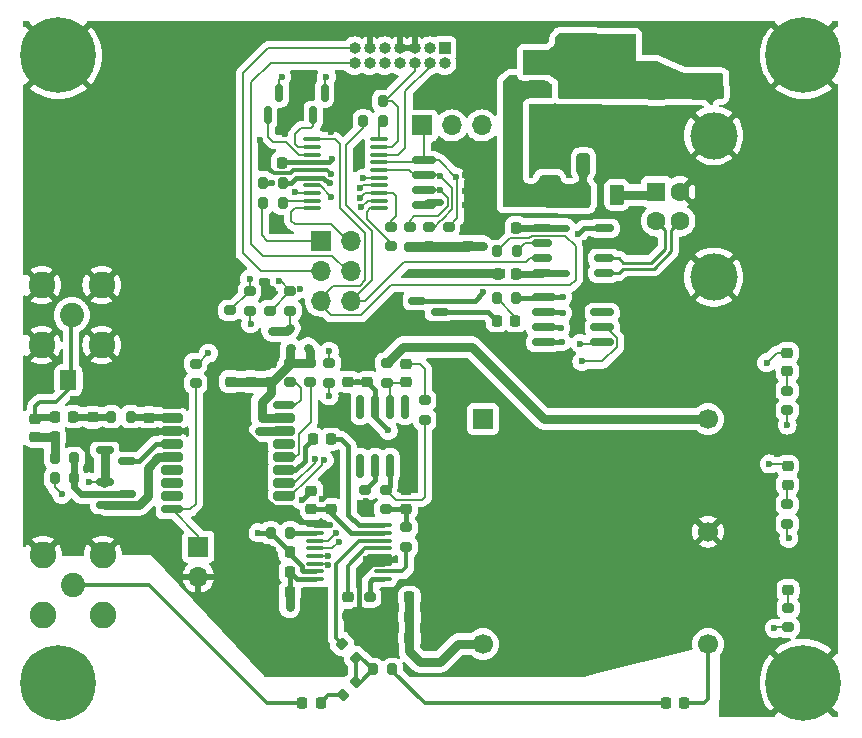
<source format=gbr>
%TF.GenerationSoftware,KiCad,Pcbnew,8.0.0*%
%TF.CreationDate,2024-06-03T00:37:32+08:00*%
%TF.ProjectId,CattusGPSDOv1,43617474-7573-4475-9053-444f76312e6b,rev?*%
%TF.SameCoordinates,Original*%
%TF.FileFunction,Copper,L1,Top*%
%TF.FilePolarity,Positive*%
%FSLAX46Y46*%
G04 Gerber Fmt 4.6, Leading zero omitted, Abs format (unit mm)*
G04 Created by KiCad (PCBNEW 8.0.0) date 2024-06-03 00:37:32*
%MOMM*%
%LPD*%
G01*
G04 APERTURE LIST*
G04 Aperture macros list*
%AMRoundRect*
0 Rectangle with rounded corners*
0 $1 Rounding radius*
0 $2 $3 $4 $5 $6 $7 $8 $9 X,Y pos of 4 corners*
0 Add a 4 corners polygon primitive as box body*
4,1,4,$2,$3,$4,$5,$6,$7,$8,$9,$2,$3,0*
0 Add four circle primitives for the rounded corners*
1,1,$1+$1,$2,$3*
1,1,$1+$1,$4,$5*
1,1,$1+$1,$6,$7*
1,1,$1+$1,$8,$9*
0 Add four rect primitives between the rounded corners*
20,1,$1+$1,$2,$3,$4,$5,0*
20,1,$1+$1,$4,$5,$6,$7,0*
20,1,$1+$1,$6,$7,$8,$9,0*
20,1,$1+$1,$8,$9,$2,$3,0*%
G04 Aperture macros list end*
%TA.AperFunction,ComponentPad*%
%ADD10R,1.700000X1.700000*%
%TD*%
%TA.AperFunction,ComponentPad*%
%ADD11O,1.700000X1.700000*%
%TD*%
%TA.AperFunction,SMDPad,CuDef*%
%ADD12RoundRect,0.100000X-0.637500X-0.100000X0.637500X-0.100000X0.637500X0.100000X-0.637500X0.100000X0*%
%TD*%
%TA.AperFunction,SMDPad,CuDef*%
%ADD13RoundRect,0.200000X-0.275000X0.200000X-0.275000X-0.200000X0.275000X-0.200000X0.275000X0.200000X0*%
%TD*%
%TA.AperFunction,SMDPad,CuDef*%
%ADD14RoundRect,0.225000X-0.225000X-0.250000X0.225000X-0.250000X0.225000X0.250000X-0.225000X0.250000X0*%
%TD*%
%TA.AperFunction,SMDPad,CuDef*%
%ADD15RoundRect,0.200000X0.275000X-0.200000X0.275000X0.200000X-0.275000X0.200000X-0.275000X-0.200000X0*%
%TD*%
%TA.AperFunction,SMDPad,CuDef*%
%ADD16RoundRect,0.225000X0.250000X-0.225000X0.250000X0.225000X-0.250000X0.225000X-0.250000X-0.225000X0*%
%TD*%
%TA.AperFunction,SMDPad,CuDef*%
%ADD17RoundRect,0.200000X0.335876X0.053033X0.053033X0.335876X-0.335876X-0.053033X-0.053033X-0.335876X0*%
%TD*%
%TA.AperFunction,SMDPad,CuDef*%
%ADD18RoundRect,0.150000X0.150000X-0.587500X0.150000X0.587500X-0.150000X0.587500X-0.150000X-0.587500X0*%
%TD*%
%TA.AperFunction,ComponentPad*%
%ADD19R,1.600000X1.600000*%
%TD*%
%TA.AperFunction,ComponentPad*%
%ADD20C,1.600000*%
%TD*%
%TA.AperFunction,ComponentPad*%
%ADD21C,4.000000*%
%TD*%
%TA.AperFunction,SMDPad,CuDef*%
%ADD22RoundRect,0.200000X-0.200000X-0.275000X0.200000X-0.275000X0.200000X0.275000X-0.200000X0.275000X0*%
%TD*%
%TA.AperFunction,ComponentPad*%
%ADD23C,2.050000*%
%TD*%
%TA.AperFunction,ComponentPad*%
%ADD24C,2.250000*%
%TD*%
%TA.AperFunction,SMDPad,CuDef*%
%ADD25RoundRect,0.250000X0.375000X0.625000X-0.375000X0.625000X-0.375000X-0.625000X0.375000X-0.625000X0*%
%TD*%
%TA.AperFunction,SMDPad,CuDef*%
%ADD26RoundRect,0.250000X-0.325000X-0.650000X0.325000X-0.650000X0.325000X0.650000X-0.325000X0.650000X0*%
%TD*%
%TA.AperFunction,SMDPad,CuDef*%
%ADD27RoundRect,0.218750X-0.256250X0.218750X-0.256250X-0.218750X0.256250X-0.218750X0.256250X0.218750X0*%
%TD*%
%TA.AperFunction,ComponentPad*%
%ADD28C,0.800000*%
%TD*%
%TA.AperFunction,ComponentPad*%
%ADD29C,6.400000*%
%TD*%
%TA.AperFunction,SMDPad,CuDef*%
%ADD30RoundRect,0.150000X0.587500X0.150000X-0.587500X0.150000X-0.587500X-0.150000X0.587500X-0.150000X0*%
%TD*%
%TA.AperFunction,SMDPad,CuDef*%
%ADD31RoundRect,0.200000X0.200000X0.275000X-0.200000X0.275000X-0.200000X-0.275000X0.200000X-0.275000X0*%
%TD*%
%TA.AperFunction,SMDPad,CuDef*%
%ADD32RoundRect,0.225000X-0.250000X0.225000X-0.250000X-0.225000X0.250000X-0.225000X0.250000X0.225000X0*%
%TD*%
%TA.AperFunction,SMDPad,CuDef*%
%ADD33RoundRect,0.150000X-0.587500X-0.150000X0.587500X-0.150000X0.587500X0.150000X-0.587500X0.150000X0*%
%TD*%
%TA.AperFunction,SMDPad,CuDef*%
%ADD34RoundRect,0.375000X-0.625000X-0.375000X0.625000X-0.375000X0.625000X0.375000X-0.625000X0.375000X0*%
%TD*%
%TA.AperFunction,SMDPad,CuDef*%
%ADD35RoundRect,0.500000X-0.500000X-1.400000X0.500000X-1.400000X0.500000X1.400000X-0.500000X1.400000X0*%
%TD*%
%TA.AperFunction,SMDPad,CuDef*%
%ADD36RoundRect,0.218750X-0.218750X-0.256250X0.218750X-0.256250X0.218750X0.256250X-0.218750X0.256250X0*%
%TD*%
%TA.AperFunction,ComponentPad*%
%ADD37C,1.700000*%
%TD*%
%TA.AperFunction,SMDPad,CuDef*%
%ADD38RoundRect,0.225000X0.225000X0.250000X-0.225000X0.250000X-0.225000X-0.250000X0.225000X-0.250000X0*%
%TD*%
%TA.AperFunction,SMDPad,CuDef*%
%ADD39RoundRect,0.100000X0.637500X0.100000X-0.637500X0.100000X-0.637500X-0.100000X0.637500X-0.100000X0*%
%TD*%
%TA.AperFunction,SMDPad,CuDef*%
%ADD40RoundRect,0.250000X-0.650000X1.000000X-0.650000X-1.000000X0.650000X-1.000000X0.650000X1.000000X0*%
%TD*%
%TA.AperFunction,SMDPad,CuDef*%
%ADD41RoundRect,0.150000X0.825000X0.150000X-0.825000X0.150000X-0.825000X-0.150000X0.825000X-0.150000X0*%
%TD*%
%TA.AperFunction,SMDPad,CuDef*%
%ADD42RoundRect,0.200000X-0.053033X0.335876X-0.335876X0.053033X0.053033X-0.335876X0.335876X-0.053033X0*%
%TD*%
%TA.AperFunction,SMDPad,CuDef*%
%ADD43RoundRect,0.250001X-0.462499X-0.624999X0.462499X-0.624999X0.462499X0.624999X-0.462499X0.624999X0*%
%TD*%
%TA.AperFunction,SMDPad,CuDef*%
%ADD44RoundRect,0.150000X0.675000X0.150000X-0.675000X0.150000X-0.675000X-0.150000X0.675000X-0.150000X0*%
%TD*%
%TA.AperFunction,SMDPad,CuDef*%
%ADD45RoundRect,0.175000X0.725000X0.175000X-0.725000X0.175000X-0.725000X-0.175000X0.725000X-0.175000X0*%
%TD*%
%TA.AperFunction,SMDPad,CuDef*%
%ADD46RoundRect,0.200000X0.700000X0.200000X-0.700000X0.200000X-0.700000X-0.200000X0.700000X-0.200000X0*%
%TD*%
%TA.AperFunction,SMDPad,CuDef*%
%ADD47RoundRect,0.250000X0.925000X-0.412500X0.925000X0.412500X-0.925000X0.412500X-0.925000X-0.412500X0*%
%TD*%
%TA.AperFunction,SMDPad,CuDef*%
%ADD48RoundRect,0.150000X0.150000X-0.825000X0.150000X0.825000X-0.150000X0.825000X-0.150000X-0.825000X0*%
%TD*%
%TA.AperFunction,SMDPad,CuDef*%
%ADD49RoundRect,0.218750X0.256250X-0.218750X0.256250X0.218750X-0.256250X0.218750X-0.256250X-0.218750X0*%
%TD*%
%TA.AperFunction,ComponentPad*%
%ADD50R,1.000000X1.000000*%
%TD*%
%TA.AperFunction,ComponentPad*%
%ADD51O,1.000000X1.000000*%
%TD*%
%TA.AperFunction,ViaPad*%
%ADD52C,0.600000*%
%TD*%
%TA.AperFunction,Conductor*%
%ADD53C,0.800000*%
%TD*%
%TA.AperFunction,Conductor*%
%ADD54C,0.400000*%
%TD*%
%TA.AperFunction,Conductor*%
%ADD55C,0.200000*%
%TD*%
%TA.AperFunction,Conductor*%
%ADD56C,0.349300*%
%TD*%
%TA.AperFunction,Conductor*%
%ADD57C,0.600000*%
%TD*%
%TA.AperFunction,Conductor*%
%ADD58C,0.286000*%
%TD*%
G04 APERTURE END LIST*
D10*
%TO.P,J5,1,Pin_1*%
%TO.N,/GNSS_RX*%
X139885000Y-87525000D03*
D11*
%TO.P,J5,2,Pin_2*%
%TO.N,/GNSS_TX*%
X142425000Y-87525000D03*
%TO.P,J5,3,Pin_3*%
%TO.N,/VCP_TRX*%
X139885000Y-90065000D03*
%TO.P,J5,4,Pin_4*%
%TO.N,/VCP_TTX*%
X142425000Y-90065000D03*
%TO.P,J5,5,Pin_5*%
%TO.N,/CONFIG_RX*%
X139885000Y-92605000D03*
%TO.P,J5,6,Pin_6*%
%TO.N,/CONFIG_TX*%
X142425000Y-92605000D03*
%TD*%
D12*
%TO.P,U5,1,PB7/PB8*%
%TO.N,/CONFIG_RX*%
X139115000Y-78940000D03*
%TO.P,U5,2,PC14/PB9*%
%TO.N,/GPS_LOCK*%
X139115000Y-79590000D03*
%TO.P,U5,3,PC15*%
%TO.N,/PLL_LOCK*%
X139115000Y-80240000D03*
%TO.P,U5,4,VDD*%
%TO.N,+3V3*%
X139115000Y-80890000D03*
%TO.P,U5,5,VSS*%
%TO.N,GND*%
X139115000Y-81540000D03*
%TO.P,U5,6,NRST*%
%TO.N,/MCU_RESET*%
X139115000Y-82190000D03*
%TO.P,U5,7,PA0*%
%TO.N,/5V_SENSE*%
X139115000Y-82840000D03*
%TO.P,U5,8,PA1*%
%TO.N,/3V3_SENSE*%
X139115000Y-83490000D03*
%TO.P,U5,9,PA2*%
%TO.N,Net-(U5-PA2)*%
X139115000Y-84140000D03*
%TO.P,U5,10,PA3*%
%TO.N,/GNSS_TX*%
X139115000Y-84790000D03*
%TO.P,U5,11,PA4*%
%TO.N,/ADF_ALT_OUT*%
X144840000Y-84790000D03*
%TO.P,U5,12,PA5*%
%TO.N,/ADF_SCK*%
X144840000Y-84140000D03*
%TO.P,U5,13,PA6*%
%TO.N,/ADF_MISO*%
X144840000Y-83490000D03*
%TO.P,U5,14,PA7*%
%TO.N,/ADF_MOSI*%
X144840000Y-82840000D03*
%TO.P,U5,15,PB0/PB1/PB2/PA8*%
%TO.N,/ADF_LE*%
X144840000Y-82190000D03*
%TO.P,U5,16,PA11/PA9*%
%TO.N,/EEPROM_SCL*%
X144840000Y-81540000D03*
%TO.P,U5,17,PA12/PA10*%
%TO.N,/EEPROM_SDA*%
X144840000Y-80890000D03*
%TO.P,U5,18,PA13*%
%TO.N,/DEBUG_SWDIO*%
X144840000Y-80240000D03*
%TO.P,U5,19,PA14/PA15*%
%TO.N,/DEBUG_SWCLK*%
X144840000Y-79590000D03*
%TO.P,U5,20,PB3/PB4/PB5/PB6*%
%TO.N,Net-(U5-PB3{slash}PB4{slash}PB5{slash}PB6)*%
X144840000Y-78940000D03*
%TD*%
D13*
%TO.P,R10,1*%
%TO.N,Net-(D5-A)*%
X179390000Y-100232500D03*
%TO.P,R10,2*%
%TO.N,+3V3*%
X179390000Y-101882500D03*
%TD*%
D14*
%TO.P,C8,1*%
%TO.N,+5V*%
X147405000Y-121160000D03*
%TO.P,C8,2*%
%TO.N,GND*%
X148955000Y-121160000D03*
%TD*%
D15*
%TO.P,R14,1*%
%TO.N,Net-(U3-EXTINT)*%
X139020000Y-99500000D03*
%TO.P,R14,2*%
%TO.N,+3V3*%
X139020000Y-97850000D03*
%TD*%
%TO.P,R9,1*%
%TO.N,/ADF_ALT_OUT*%
X145800000Y-87995000D03*
%TO.P,R9,2*%
%TO.N,/ADF_MISO*%
X145800000Y-86345000D03*
%TD*%
D16*
%TO.P,C26,1*%
%TO.N,+3V3*%
X132260000Y-99450000D03*
%TO.P,C26,2*%
%TO.N,GND*%
X132260000Y-97900000D03*
%TD*%
D17*
%TO.P,R2,1*%
%TO.N,Net-(R1-Pad2)*%
X142870000Y-122846726D03*
%TO.P,R2,2*%
%TO.N,Net-(U2-RFINA)*%
X141703274Y-121680000D03*
%TD*%
D18*
%TO.P,Q5,1,G*%
%TO.N,/GPS_LOCK*%
X139260000Y-76897500D03*
%TO.P,Q5,2,S*%
%TO.N,GND*%
X141160000Y-76897500D03*
%TO.P,Q5,3,D*%
%TO.N,Net-(D6-K)*%
X140210000Y-75022500D03*
%TD*%
D13*
%TO.P,R34,1*%
%TO.N,Net-(U2-RSET)*%
X144040000Y-117695000D03*
%TO.P,R34,2*%
%TO.N,GND*%
X144040000Y-119345000D03*
%TD*%
D19*
%TO.P,J6,1,VBUS*%
%TO.N,Net-(J6-VBUS)*%
X168312500Y-83370000D03*
D20*
%TO.P,J6,2,D-*%
%TO.N,/UD_N*%
X168312500Y-85870000D03*
%TO.P,J6,3,D+*%
%TO.N,/UD_P*%
X170312500Y-85870000D03*
%TO.P,J6,4,GND*%
%TO.N,GND*%
X170312500Y-83370000D03*
D21*
%TO.P,J6,5,Shield*%
X173172500Y-78620000D03*
X173172500Y-90620000D03*
%TD*%
D16*
%TO.P,C16,1*%
%TO.N,Net-(C15-Pad2)*%
X120570000Y-102490000D03*
%TO.P,C16,2*%
%TO.N,GND*%
X120570000Y-100940000D03*
%TD*%
D22*
%TO.P,R18,1*%
%TO.N,Net-(D1-A)*%
X154795000Y-92410000D03*
%TO.P,R18,2*%
%TO.N,+3V3*%
X156445000Y-92410000D03*
%TD*%
D14*
%TO.P,C9,1*%
%TO.N,Net-(J1-In)*%
X138336637Y-126633363D03*
%TO.P,C9,2*%
%TO.N,Net-(C9-Pad2)*%
X139886637Y-126633363D03*
%TD*%
%TO.P,C2,1*%
%TO.N,Net-(C2-Pad1)*%
X169085000Y-126680000D03*
%TO.P,C2,2*%
%TO.N,Net-(U1-RF)*%
X170635000Y-126680000D03*
%TD*%
D13*
%TO.P,R28,1*%
%TO.N,/3V3_SENSE*%
X133870000Y-91790000D03*
%TO.P,R28,2*%
%TO.N,+3V3*%
X133870000Y-93440000D03*
%TD*%
D23*
%TO.P,J1,1,In*%
%TO.N,Net-(J1-In)*%
X118920000Y-116680000D03*
D24*
%TO.P,J1,2,Ext*%
%TO.N,GND*%
X116380000Y-114140000D03*
X116380000Y-119220000D03*
X121460000Y-114140000D03*
X121460000Y-119220000D03*
%TD*%
D15*
%TO.P,R7,1*%
%TO.N,GND*%
X143680000Y-110265000D03*
%TO.P,R7,2*%
%TO.N,Net-(U4--)*%
X143680000Y-108615000D03*
%TD*%
D25*
%TO.P,F1,1*%
%TO.N,Net-(J6-VBUS)*%
X164980000Y-83650000D03*
%TO.P,F1,2*%
%TO.N,+5V*%
X162180000Y-83650000D03*
%TD*%
D26*
%TO.P,C20,1*%
%TO.N,+5V*%
X162135000Y-81030000D03*
%TO.P,C20,2*%
%TO.N,GND*%
X165085000Y-81030000D03*
%TD*%
D13*
%TO.P,R8,1*%
%TO.N,/OCXO_VC*%
X145470000Y-97905000D03*
%TO.P,R8,2*%
%TO.N,Net-(C4-Pad1)*%
X145470000Y-99555000D03*
%TD*%
D27*
%TO.P,D5,1,K*%
%TO.N,Net-(D5-K)*%
X179390000Y-97022500D03*
%TO.P,D5,2,A*%
%TO.N,Net-(D5-A)*%
X179390000Y-98597500D03*
%TD*%
D14*
%TO.P,C7,1*%
%TO.N,+5V*%
X147405000Y-119380000D03*
%TO.P,C7,2*%
%TO.N,GND*%
X148955000Y-119380000D03*
%TD*%
D28*
%TO.P,H2,1,1*%
%TO.N,GND*%
X178360000Y-71840000D03*
X179062944Y-70142944D03*
X179062944Y-73537056D03*
X180760000Y-69440000D03*
D29*
X180760000Y-71840000D03*
D28*
X180760000Y-74240000D03*
X182457056Y-70142944D03*
X182457056Y-73537056D03*
X183160000Y-71840000D03*
%TD*%
D16*
%TO.P,C27,1*%
%TO.N,+3V3*%
X133950000Y-99450000D03*
%TO.P,C27,2*%
%TO.N,GND*%
X133950000Y-97900000D03*
%TD*%
D13*
%TO.P,R23,1*%
%TO.N,/EEPROM_SCL*%
X149060000Y-86365000D03*
%TO.P,R23,2*%
%TO.N,+3V3*%
X149060000Y-88015000D03*
%TD*%
D30*
%TO.P,Q1,1,G*%
%TO.N,Net-(Q1-G)*%
X123475000Y-106190000D03*
%TO.P,Q1,2,S*%
%TO.N,GND*%
X123475000Y-104290000D03*
%TO.P,Q1,3,D*%
%TO.N,Net-(Q1-D)*%
X121600000Y-105240000D03*
%TD*%
D31*
%TO.P,R11,1*%
%TO.N,Net-(Q2-D)*%
X119000000Y-105930000D03*
%TO.P,R11,2*%
%TO.N,Net-(C14-Pad2)*%
X117350000Y-105930000D03*
%TD*%
D15*
%TO.P,R16,1*%
%TO.N,Net-(U3-~{RESET})*%
X137330000Y-99500000D03*
%TO.P,R16,2*%
%TO.N,+3V3*%
X137330000Y-97850000D03*
%TD*%
D32*
%TO.P,C5,1*%
%TO.N,GND*%
X147120000Y-108665000D03*
%TO.P,C5,2*%
%TO.N,Net-(C5-Pad2)*%
X147120000Y-110215000D03*
%TD*%
D27*
%TO.P,D4,1,K*%
%TO.N,GND*%
X179460000Y-115552500D03*
%TO.P,D4,2,A*%
%TO.N,Net-(D4-A)*%
X179460000Y-117127500D03*
%TD*%
D13*
%TO.P,R17,1*%
%TO.N,/GNSS_TX*%
X140620000Y-97905000D03*
%TO.P,R17,2*%
%TO.N,Net-(U3-TXD)*%
X140620000Y-99555000D03*
%TD*%
D16*
%TO.P,C28,1*%
%TO.N,+3V3*%
X135640000Y-99450000D03*
%TO.P,C28,2*%
%TO.N,GND*%
X135640000Y-97900000D03*
%TD*%
D15*
%TO.P,R15,1*%
%TO.N,Net-(J4-Pin_1)*%
X129310000Y-99575000D03*
%TO.P,R15,2*%
%TO.N,+3V3*%
X129310000Y-97925000D03*
%TD*%
D31*
%TO.P,R33,1*%
%TO.N,Net-(U2-CE)*%
X137310000Y-112270000D03*
%TO.P,R33,2*%
%TO.N,+3V3*%
X135660000Y-112270000D03*
%TD*%
D33*
%TO.P,Q2,1,G*%
%TO.N,Net-(Q1-D)*%
X121627500Y-107990000D03*
%TO.P,Q2,2,S*%
%TO.N,Net-(Q2-S)*%
X121627500Y-109890000D03*
%TO.P,Q2,3,D*%
%TO.N,Net-(Q2-D)*%
X123502500Y-108940000D03*
%TD*%
D23*
%TO.P,J2,1,In*%
%TO.N,Net-(D7-A2)*%
X118810000Y-93830000D03*
D24*
%TO.P,J2,2,Ext*%
%TO.N,GND*%
X116270000Y-91290000D03*
X116270000Y-96370000D03*
X121350000Y-91290000D03*
X121350000Y-96370000D03*
%TD*%
D34*
%TO.P,U8,1,GND*%
%TO.N,GND*%
X158240000Y-70110000D03*
%TO.P,U8,2,VO*%
%TO.N,+3V3*%
X158240000Y-72410000D03*
D35*
X164540000Y-72410000D03*
D34*
%TO.P,U8,3,VI*%
%TO.N,+5V*%
X158240000Y-74710000D03*
%TD*%
D28*
%TO.P,H4,1,1*%
%TO.N,GND*%
X178352944Y-124942944D03*
X179055888Y-123245888D03*
X179055888Y-126640000D03*
X180752944Y-122542944D03*
D29*
X180752944Y-124942944D03*
D28*
X180752944Y-127342944D03*
X182450000Y-123245888D03*
X182450000Y-126640000D03*
X183152944Y-124942944D03*
%TD*%
D31*
%TO.P,R32,1*%
%TO.N,Net-(U6-TXD)*%
X156490000Y-88420000D03*
%TO.P,R32,2*%
%TO.N,/CONFIG_RX*%
X154840000Y-88420000D03*
%TD*%
D16*
%TO.P,C4,1*%
%TO.N,Net-(C4-Pad1)*%
X147130000Y-99505000D03*
%TO.P,C4,2*%
%TO.N,Net-(C4-Pad2)*%
X147130000Y-97955000D03*
%TD*%
D13*
%TO.P,R27,1*%
%TO.N,GND*%
X135570000Y-91795000D03*
%TO.P,R27,2*%
%TO.N,/5V_SENSE*%
X135570000Y-93445000D03*
%TD*%
D36*
%TO.P,D1,1,K*%
%TO.N,Net-(D1-K)*%
X154802500Y-94320000D03*
%TO.P,D1,2,A*%
%TO.N,Net-(D1-A)*%
X156377500Y-94320000D03*
%TD*%
D10*
%TO.P,U1,1,Uref*%
%TO.N,unconnected-(U1-Uref-Pad1)*%
X153630000Y-102630000D03*
D37*
%TO.P,U1,2,Us*%
%TO.N,+5V*%
X153630000Y-121680000D03*
%TO.P,U1,3,RF*%
%TO.N,Net-(U1-RF)*%
X172680000Y-121680000D03*
%TO.P,U1,4,GND*%
%TO.N,GND*%
X172680000Y-112155000D03*
%TO.P,U1,5,Uin*%
%TO.N,/OCXO_VC*%
X172680000Y-102630000D03*
%TD*%
D38*
%TO.P,C12,1*%
%TO.N,+5V*%
X137275000Y-117270000D03*
%TO.P,C12,2*%
%TO.N,GND*%
X135725000Y-117270000D03*
%TD*%
D31*
%TO.P,R20,1*%
%TO.N,Net-(U5-PA2)*%
X136655000Y-84340000D03*
%TO.P,R20,2*%
%TO.N,/GNSS_RX*%
X135005000Y-84340000D03*
%TD*%
D38*
%TO.P,C14,1*%
%TO.N,GND*%
X118935000Y-104180000D03*
%TO.P,C14,2*%
%TO.N,Net-(C14-Pad2)*%
X117385000Y-104180000D03*
%TD*%
D13*
%TO.P,R30,1*%
%TO.N,Net-(D6-A)*%
X179390000Y-109850000D03*
%TO.P,R30,2*%
%TO.N,+3V3*%
X179390000Y-111500000D03*
%TD*%
D28*
%TO.P,H1,1,1*%
%TO.N,GND*%
X115272944Y-71842944D03*
X115975888Y-70145888D03*
X115975888Y-73540000D03*
X117672944Y-69442944D03*
D29*
X117672944Y-71842944D03*
D28*
X117672944Y-74242944D03*
X119370000Y-70145888D03*
X119370000Y-73540000D03*
X120072944Y-71842944D03*
%TD*%
D27*
%TO.P,FB1,1*%
%TO.N,+3V3*%
X139100000Y-108692500D03*
%TO.P,FB1,2*%
%TO.N,Net-(U2-AVDD)*%
X139100000Y-110267500D03*
%TD*%
D31*
%TO.P,R19,1*%
%TO.N,/MCU_RESET*%
X136655000Y-82620000D03*
%TO.P,R19,2*%
%TO.N,+3V3*%
X135005000Y-82620000D03*
%TD*%
D15*
%TO.P,R4,1*%
%TO.N,Net-(U2-CP)*%
X147140000Y-113445000D03*
%TO.P,R4,2*%
%TO.N,Net-(C5-Pad2)*%
X147140000Y-111795000D03*
%TD*%
D39*
%TO.P,U2,1,RSET*%
%TO.N,Net-(U2-RSET)*%
X145130000Y-116180000D03*
%TO.P,U2,2,CP*%
%TO.N,Net-(U2-CP)*%
X145130000Y-115530000D03*
%TO.P,U2,3,CPGND*%
%TO.N,GND*%
X145130000Y-114880000D03*
%TO.P,U2,4,AGND*%
X145130000Y-114230000D03*
%TO.P,U2,5,RFINB*%
%TO.N,Net-(U2-RFINB)*%
X145130000Y-113580000D03*
%TO.P,U2,6,RFINA*%
%TO.N,Net-(U2-RFINA)*%
X145130000Y-112930000D03*
%TO.P,U2,7,AVDD*%
%TO.N,Net-(U2-AVDD)*%
X145130000Y-112280000D03*
%TO.P,U2,8,REFIN*%
%TO.N,Net-(U2-REFIN)*%
X145130000Y-111630000D03*
%TO.P,U2,9,DGND*%
%TO.N,GND*%
X139405000Y-111630000D03*
%TO.P,U2,10,CE*%
%TO.N,Net-(U2-CE)*%
X139405000Y-112280000D03*
%TO.P,U2,11,CLK*%
%TO.N,/ADF_SCK*%
X139405000Y-112930000D03*
%TO.P,U2,12,DATA*%
%TO.N,/ADF_MOSI*%
X139405000Y-113580000D03*
%TO.P,U2,13,LE*%
%TO.N,/ADF_LE*%
X139405000Y-114230000D03*
%TO.P,U2,14,MUXOUT*%
%TO.N,/ADF_MISO*%
X139405000Y-114880000D03*
%TO.P,U2,15,DVDD*%
%TO.N,+3V3*%
X139405000Y-115530000D03*
%TO.P,U2,16,VP*%
%TO.N,+5V*%
X139405000Y-116180000D03*
%TD*%
D31*
%TO.P,R1,1*%
%TO.N,Net-(C2-Pad1)*%
X145951637Y-123823363D03*
%TO.P,R1,2*%
%TO.N,Net-(R1-Pad2)*%
X144301637Y-123823363D03*
%TD*%
D16*
%TO.P,C1,1*%
%TO.N,GND*%
X142200000Y-119275000D03*
%TO.P,C1,2*%
%TO.N,Net-(U2-RFINB)*%
X142200000Y-117725000D03*
%TD*%
D15*
%TO.P,R5,1*%
%TO.N,Net-(C5-Pad2)*%
X145400000Y-110265000D03*
%TO.P,R5,2*%
%TO.N,Net-(U4-+)*%
X145400000Y-108615000D03*
%TD*%
D16*
%TO.P,C17,1*%
%TO.N,Net-(U3-RF_IN)*%
X125335000Y-102510000D03*
%TO.P,C17,2*%
%TO.N,GND*%
X125335000Y-100960000D03*
%TD*%
D10*
%TO.P,J7,1,Pin_1*%
%TO.N,/EEPROM_SDA*%
X148440000Y-77770000D03*
D11*
%TO.P,J7,2,Pin_2*%
%TO.N,/EEPROM_SCL*%
X150980000Y-77770000D03*
%TO.P,J7,3,Pin_3*%
%TO.N,/EEPROM_WC*%
X153520000Y-77770000D03*
%TD*%
D31*
%TO.P,R12,1*%
%TO.N,Net-(U3-RF_IN)*%
X123815000Y-102440000D03*
%TO.P,R12,2*%
%TO.N,Net-(C15-Pad2)*%
X122165000Y-102440000D03*
%TD*%
D38*
%TO.P,C11,1*%
%TO.N,+5V*%
X137270000Y-115560000D03*
%TO.P,C11,2*%
%TO.N,GND*%
X135720000Y-115560000D03*
%TD*%
D13*
%TO.P,R29,1*%
%TO.N,GND*%
X132180000Y-91780000D03*
%TO.P,R29,2*%
%TO.N,/3V3_SENSE*%
X132180000Y-93430000D03*
%TD*%
D40*
%TO.P,D3,1,A1*%
%TO.N,GND*%
X168350000Y-70330000D03*
%TO.P,D3,2,A2*%
%TO.N,+3V3*%
X168350000Y-74330000D03*
%TD*%
D16*
%TO.P,C25,1*%
%TO.N,+5V*%
X143850000Y-99495000D03*
%TO.P,C25,2*%
%TO.N,GND*%
X143850000Y-97945000D03*
%TD*%
D40*
%TO.P,D2,1,A1*%
%TO.N,GND*%
X159260000Y-79230000D03*
%TO.P,D2,2,A2*%
%TO.N,+5V*%
X159260000Y-83230000D03*
%TD*%
D18*
%TO.P,Q4,1,G*%
%TO.N,/PLL_LOCK*%
X135417500Y-76887500D03*
%TO.P,Q4,2,S*%
%TO.N,GND*%
X137317500Y-76887500D03*
%TO.P,Q4,3,D*%
%TO.N,Net-(D5-K)*%
X136367500Y-75012500D03*
%TD*%
D13*
%TO.P,R26,1*%
%TO.N,/5V_SENSE*%
X137300000Y-91795000D03*
%TO.P,R26,2*%
%TO.N,+5V*%
X137300000Y-93445000D03*
%TD*%
D38*
%TO.P,C19,1*%
%TO.N,+3V3*%
X156465000Y-90310000D03*
%TO.P,C19,2*%
%TO.N,GND*%
X154915000Y-90310000D03*
%TD*%
D28*
%TO.P,H3,1,1*%
%TO.N,GND*%
X115272944Y-124932944D03*
X115975888Y-123235888D03*
X115975888Y-126630000D03*
X117672944Y-122532944D03*
D29*
X117672944Y-124932944D03*
D28*
X117672944Y-127332944D03*
X119370000Y-123235888D03*
X119370000Y-126630000D03*
X120072944Y-124932944D03*
%TD*%
D22*
%TO.P,R21,1*%
%TO.N,/CONFIG_TX*%
X143485000Y-77390000D03*
%TO.P,R21,2*%
%TO.N,Net-(U5-PB3{slash}PB4{slash}PB5{slash}PB6)*%
X145135000Y-77390000D03*
%TD*%
D38*
%TO.P,C18,1*%
%TO.N,+3V3*%
X156425000Y-86430000D03*
%TO.P,C18,2*%
%TO.N,GND*%
X154875000Y-86430000D03*
%TD*%
D32*
%TO.P,C10,1*%
%TO.N,GND*%
X140755000Y-108710000D03*
%TO.P,C10,2*%
%TO.N,Net-(U2-AVDD)*%
X140755000Y-110260000D03*
%TD*%
D41*
%TO.P,U9,1,E0*%
%TO.N,GND*%
X153600000Y-84540000D03*
%TO.P,U9,2,E1*%
X153600000Y-83270000D03*
%TO.P,U9,3,E2*%
X153600000Y-82000000D03*
%TO.P,U9,4,VSS*%
X153600000Y-80730000D03*
%TO.P,U9,5,SDA*%
%TO.N,/EEPROM_SDA*%
X148650000Y-80730000D03*
%TO.P,U9,6,SCL*%
%TO.N,/EEPROM_SCL*%
X148650000Y-82000000D03*
%TO.P,U9,7,~{WC}*%
%TO.N,/EEPROM_WC*%
X148650000Y-83270000D03*
%TO.P,U9,8,VCC*%
%TO.N,+3V3*%
X148650000Y-84540000D03*
%TD*%
D14*
%TO.P,C6,1*%
%TO.N,+5V*%
X147395000Y-117720000D03*
%TO.P,C6,2*%
%TO.N,GND*%
X148945000Y-117720000D03*
%TD*%
D10*
%TO.P,J4,1,Pin_1*%
%TO.N,Net-(J4-Pin_1)*%
X129530000Y-113435000D03*
D11*
%TO.P,J4,2,Pin_2*%
%TO.N,GND*%
X129530000Y-115975000D03*
%TD*%
D14*
%TO.P,C15,1*%
%TO.N,Net-(D7-A2)*%
X117385000Y-102440000D03*
%TO.P,C15,2*%
%TO.N,Net-(C15-Pad2)*%
X118935000Y-102440000D03*
%TD*%
D33*
%TO.P,Q3,1,G*%
%TO.N,Net-(Q3-G)*%
X148072500Y-92610000D03*
%TO.P,Q3,2,S*%
%TO.N,GND*%
X148072500Y-94510000D03*
%TO.P,Q3,3,D*%
%TO.N,Net-(D1-K)*%
X149947500Y-93560000D03*
%TD*%
D15*
%TO.P,R6,1*%
%TO.N,Net-(U4-+)*%
X148700000Y-102705000D03*
%TO.P,R6,2*%
%TO.N,Net-(C4-Pad2)*%
X148700000Y-101055000D03*
%TD*%
D22*
%TO.P,R13,1*%
%TO.N,Net-(Q1-D)*%
X117355000Y-107650000D03*
%TO.P,R13,2*%
%TO.N,Net-(Q2-D)*%
X119005000Y-107650000D03*
%TD*%
D14*
%TO.P,C3,1*%
%TO.N,/GPS_REF*%
X139195000Y-104320000D03*
%TO.P,C3,2*%
%TO.N,Net-(U2-REFIN)*%
X140745000Y-104320000D03*
%TD*%
D22*
%TO.P,R31,1*%
%TO.N,GND*%
X143490000Y-75720000D03*
%TO.P,R31,2*%
%TO.N,/DEBUG_SWCLK*%
X145140000Y-75720000D03*
%TD*%
D42*
%TO.P,R3,1*%
%TO.N,Net-(R1-Pad2)*%
X142910000Y-124860000D03*
%TO.P,R3,2*%
%TO.N,Net-(C9-Pad2)*%
X141743274Y-126026726D03*
%TD*%
D32*
%TO.P,C23,1*%
%TO.N,GND*%
X152400000Y-86445000D03*
%TO.P,C23,2*%
%TO.N,+3V3*%
X152400000Y-87995000D03*
%TD*%
D43*
%TO.P,D7,1,A1*%
%TO.N,GND*%
X115542500Y-99340000D03*
%TO.P,D7,2,A2*%
%TO.N,Net-(D7-A2)*%
X118517500Y-99340000D03*
%TD*%
D27*
%TO.P,D6,1,K*%
%TO.N,Net-(D6-K)*%
X179420000Y-106605000D03*
%TO.P,D6,2,A*%
%TO.N,Net-(D6-A)*%
X179420000Y-108180000D03*
%TD*%
D13*
%TO.P,R25,1*%
%TO.N,Net-(D4-A)*%
X179460000Y-118625000D03*
%TO.P,R25,2*%
%TO.N,+3V3*%
X179460000Y-120275000D03*
%TD*%
D44*
%TO.P,U6,1,UD+*%
%TO.N,/UD_P*%
X163870000Y-90280000D03*
%TO.P,U6,2,UD-*%
%TO.N,/UD_N*%
X163870000Y-89010000D03*
%TO.P,U6,3,GND*%
%TO.N,GND*%
X163870000Y-87740000D03*
%TO.P,U6,4,~{RTS}*%
%TO.N,Net-(Q3-G)*%
X163870000Y-86470000D03*
%TO.P,U6,5,VCC*%
%TO.N,+3V3*%
X158620000Y-86470000D03*
%TO.P,U6,6,TXD*%
%TO.N,Net-(U6-TXD)*%
X158620000Y-87740000D03*
%TO.P,U6,7,RXD*%
%TO.N,/CONFIG_TX*%
X158620000Y-89010000D03*
%TO.P,U6,8,V3*%
%TO.N,+3V3*%
X158620000Y-90280000D03*
%TD*%
D45*
%TO.P,U3,1,GND*%
%TO.N,GND*%
X136810000Y-110272500D03*
D46*
%TO.P,U3,2,TXD*%
%TO.N,Net-(U3-TXD)*%
X136810000Y-109172500D03*
%TO.P,U3,3,RXD*%
%TO.N,/GNSS_RX*%
X136810000Y-108072500D03*
%TO.P,U3,4,TIMEPULSE*%
%TO.N,/GPS_REF*%
X136810000Y-106972500D03*
%TO.P,U3,5,EXTINT*%
%TO.N,Net-(U3-EXTINT)*%
X136810000Y-105872500D03*
%TO.P,U3,6,V_BCKP*%
%TO.N,unconnected-(U3-V_BCKP-Pad6)*%
X136810000Y-104772500D03*
%TO.P,U3,7,VCC_IO*%
%TO.N,+3V3*%
X136810000Y-103672500D03*
%TO.P,U3,8,VCC*%
X136810000Y-102572500D03*
D45*
%TO.P,U3,9,~{RESET}*%
%TO.N,Net-(U3-~{RESET})*%
X136810000Y-101472500D03*
%TO.P,U3,10,GND*%
%TO.N,GND*%
X127310000Y-101472500D03*
D46*
%TO.P,U3,11,RF_IN*%
%TO.N,Net-(U3-RF_IN)*%
X127310000Y-102572500D03*
%TO.P,U3,12,GND*%
%TO.N,GND*%
X127310000Y-103672500D03*
%TO.P,U3,13,LNA_EN*%
%TO.N,Net-(Q1-G)*%
X127310000Y-104772500D03*
%TO.P,U3,14,VCC_RF*%
%TO.N,Net-(Q2-S)*%
X127310000Y-105872500D03*
%TO.P,U3,15,VIO_SEL*%
%TO.N,unconnected-(U3-VIO_SEL-Pad15)*%
X127310000Y-106972500D03*
%TO.P,U3,16,SDA*%
%TO.N,unconnected-(U3-SDA-Pad16)*%
X127310000Y-108072500D03*
%TO.P,U3,17,SCL*%
%TO.N,unconnected-(U3-SCL-Pad17)*%
X127310000Y-109172500D03*
D45*
%TO.P,U3,18,~{SAFEBOOT}*%
%TO.N,Net-(J4-Pin_1)*%
X127310000Y-110272500D03*
%TD*%
D14*
%TO.P,C22,1*%
%TO.N,GND*%
X135065000Y-80910000D03*
%TO.P,C22,2*%
%TO.N,+3V3*%
X136615000Y-80910000D03*
%TD*%
D47*
%TO.P,C21,1*%
%TO.N,+3V3*%
X172330000Y-74897500D03*
%TO.P,C21,2*%
%TO.N,GND*%
X172330000Y-71822500D03*
%TD*%
D13*
%TO.P,R22,1*%
%TO.N,/EEPROM_SDA*%
X150710000Y-86380000D03*
%TO.P,R22,2*%
%TO.N,+3V3*%
X150710000Y-88030000D03*
%TD*%
D14*
%TO.P,C13,1*%
%TO.N,GND*%
X135710000Y-113910000D03*
%TO.P,C13,2*%
%TO.N,+3V3*%
X137260000Y-113910000D03*
%TD*%
D41*
%TO.P,U7,1,SDA*%
%TO.N,/EEPROM_SDA*%
X163725000Y-96145000D03*
%TO.P,U7,2,SCL*%
%TO.N,/EEPROM_SCL*%
X163725000Y-94875000D03*
%TO.P,U7,3,O.S.*%
%TO.N,unconnected-(U7-O.S.-Pad3)*%
X163725000Y-93605000D03*
%TO.P,U7,4,GND*%
%TO.N,GND*%
X163725000Y-92335000D03*
%TO.P,U7,5,A2*%
%TO.N,+3V3*%
X158775000Y-92335000D03*
%TO.P,U7,6,A1*%
X158775000Y-93605000D03*
%TO.P,U7,7,A0*%
X158775000Y-94875000D03*
%TO.P,U7,8,+Vs*%
X158775000Y-96145000D03*
%TD*%
D13*
%TO.P,R24,1*%
%TO.N,/EEPROM_WC*%
X147410000Y-86375000D03*
%TO.P,R24,2*%
%TO.N,+3V3*%
X147410000Y-88025000D03*
%TD*%
D48*
%TO.P,U4,1,VOS*%
%TO.N,unconnected-(U4-VOS-Pad1)*%
X143220000Y-106570000D03*
%TO.P,U4,2,-*%
%TO.N,Net-(U4--)*%
X144490000Y-106570000D03*
%TO.P,U4,3,+*%
%TO.N,Net-(U4-+)*%
X145760000Y-106570000D03*
%TO.P,U4,4,V-*%
%TO.N,GND*%
X147030000Y-106570000D03*
%TO.P,U4,5,NC*%
%TO.N,unconnected-(U4-NC-Pad5)*%
X147030000Y-101620000D03*
%TO.P,U4,6*%
%TO.N,Net-(C4-Pad1)*%
X145760000Y-101620000D03*
%TO.P,U4,7,V+*%
%TO.N,+5V*%
X144490000Y-101620000D03*
%TO.P,U4,8,VOS*%
%TO.N,unconnected-(U4-VOS-Pad8)*%
X143220000Y-101620000D03*
%TD*%
D49*
%TO.P,L1,1,1*%
%TO.N,Net-(C14-Pad2)*%
X115730000Y-104157500D03*
%TO.P,L1,2,2*%
%TO.N,Net-(D7-A2)*%
X115730000Y-102582500D03*
%TD*%
D16*
%TO.P,C24,1*%
%TO.N,+5V*%
X142220000Y-99485000D03*
%TO.P,C24,2*%
%TO.N,GND*%
X142220000Y-97935000D03*
%TD*%
D50*
%TO.P,J3,1,NC*%
%TO.N,unconnected-(J3-NC-Pad1)*%
X150380000Y-71230000D03*
D51*
%TO.P,J3,2,NC*%
%TO.N,unconnected-(J3-NC-Pad2)*%
X150380000Y-72500000D03*
%TO.P,J3,3,VCC*%
%TO.N,+3V3*%
X149110000Y-71230000D03*
%TO.P,J3,4,JTMS/SWDIO*%
%TO.N,/DEBUG_SWDIO*%
X149110000Y-72500000D03*
%TO.P,J3,5,GND*%
%TO.N,GND*%
X147840000Y-71230000D03*
%TO.P,J3,6,JCLK/SWCLK*%
%TO.N,/DEBUG_SWCLK*%
X147840000Y-72500000D03*
%TO.P,J3,7,GND*%
%TO.N,GND*%
X146570000Y-71230000D03*
%TO.P,J3,8,JTDO/SWO*%
%TO.N,unconnected-(J3-JTDO{slash}SWO-Pad8)*%
X146570000Y-72500000D03*
%TO.P,J3,9,JRCLK/NC*%
%TO.N,unconnected-(J3-JRCLK{slash}NC-Pad9)*%
X145300000Y-71230000D03*
%TO.P,J3,10,JTDI/NC*%
%TO.N,unconnected-(J3-JTDI{slash}NC-Pad10)*%
X145300000Y-72500000D03*
%TO.P,J3,11,GNDDetect*%
%TO.N,GND*%
X144030000Y-71230000D03*
%TO.P,J3,12,~{RST}*%
%TO.N,/MCU_RESET*%
X144030000Y-72500000D03*
%TO.P,J3,13,VCP_RX*%
%TO.N,/VCP_TRX*%
X142760000Y-71230000D03*
%TO.P,J3,14,VCP_TX*%
%TO.N,/VCP_TTX*%
X142760000Y-72500000D03*
%TD*%
D52*
%TO.N,GND*%
X131300000Y-97900000D03*
X167850000Y-111190000D03*
X169260000Y-121790000D03*
X143670000Y-115370000D03*
X122190000Y-104200000D03*
X144640000Y-74140000D03*
X153770000Y-90300000D03*
X131100000Y-78360000D03*
X146570000Y-94520000D03*
X134760000Y-78970000D03*
X136860000Y-78510000D03*
X162230000Y-87710000D03*
X168390000Y-77290000D03*
X147870000Y-107850000D03*
X166030000Y-106690000D03*
X143692050Y-114492050D03*
X126360000Y-114330000D03*
X143690000Y-109570000D03*
X170660000Y-96530000D03*
X124650000Y-111670000D03*
X148970000Y-116160000D03*
X172220000Y-106690000D03*
X152130000Y-83280000D03*
X153620000Y-86410000D03*
X122020000Y-88570000D03*
X136050000Y-85990000D03*
X131450000Y-86650000D03*
X147000000Y-104810000D03*
X143700000Y-103910000D03*
X165760000Y-118060000D03*
X129450000Y-92890000D03*
X177710000Y-76190000D03*
X155520000Y-110600000D03*
X161210000Y-113150000D03*
X124330000Y-99490000D03*
X128250000Y-89200000D03*
X126450000Y-91990000D03*
X155610000Y-105820000D03*
X133240000Y-110350000D03*
X134980000Y-90920000D03*
X160930000Y-106550000D03*
X176210000Y-84110000D03*
X154730000Y-71790000D03*
X121540000Y-75180000D03*
X138780000Y-123860000D03*
X140940000Y-102480000D03*
X131770000Y-119390000D03*
X116020000Y-111720000D03*
X134560000Y-117310000D03*
X133050000Y-105900000D03*
X161480000Y-123340000D03*
X124960000Y-76580000D03*
X150400000Y-75410000D03*
X174444343Y-117741680D03*
X121640000Y-111680000D03*
X152120000Y-81980000D03*
X163470000Y-100300000D03*
X138420000Y-74820000D03*
X152130000Y-84540000D03*
X153110000Y-75410000D03*
X140710000Y-111630000D03*
X130900000Y-107750000D03*
X160840000Y-100030000D03*
X131350000Y-74380000D03*
X138510000Y-120470000D03*
X134870000Y-109269412D03*
X118950000Y-100950000D03*
X140780000Y-81860000D03*
X179570000Y-114350000D03*
X134540000Y-115570000D03*
X179260000Y-87570000D03*
X123620000Y-113460000D03*
X142610000Y-74580000D03*
X120230000Y-104200000D03*
X134535000Y-113890000D03*
X148730000Y-114640000D03*
X139960000Y-109430000D03*
X128250000Y-82260000D03*
X133410000Y-71260000D03*
X152330000Y-71770000D03*
X143080000Y-97945000D03*
X131050000Y-104120000D03*
X175260000Y-95620000D03*
X155520000Y-118150000D03*
X118840000Y-111660000D03*
X179760000Y-82200000D03*
X155380000Y-123560000D03*
X152140000Y-80720000D03*
X126920000Y-73990000D03*
X164200000Y-77010000D03*
X140740000Y-78290000D03*
X121300000Y-81550000D03*
X173300000Y-86380000D03*
X165480000Y-92190000D03*
X161430000Y-118560000D03*
X143170000Y-80020000D03*
X126130000Y-96450000D03*
%TO.N,+5V*%
X156120000Y-76380000D03*
X156160000Y-81650000D03*
X156160000Y-84040000D03*
X135770000Y-95170000D03*
X156120000Y-78960000D03*
X145600000Y-103590000D03*
X137260000Y-118570000D03*
X156180000Y-73990000D03*
X143060000Y-99495000D03*
X137289365Y-94927894D03*
%TO.N,+3V3*%
X160320000Y-96080000D03*
X178300000Y-120340000D03*
X135755000Y-82645821D03*
X150030000Y-84230735D03*
X140840000Y-80620000D03*
X134890000Y-102570000D03*
X134585000Y-112250000D03*
X161990000Y-74007500D03*
X160380000Y-93660000D03*
X153620000Y-87980000D03*
X161990000Y-72980000D03*
X160690000Y-72985000D03*
X161990000Y-71952500D03*
X160690000Y-75040000D03*
X160690000Y-90260000D03*
X160380000Y-92310000D03*
X137340000Y-96600000D03*
X160690000Y-70930000D03*
X161990000Y-75035000D03*
X130380000Y-97050000D03*
X160690000Y-86440000D03*
X160690000Y-71957500D03*
X179380000Y-103140000D03*
X179520000Y-112740000D03*
X160220000Y-94910000D03*
X133960000Y-94550000D03*
X138790000Y-96620000D03*
X161990000Y-70925000D03*
X138300000Y-109520000D03*
X160690000Y-74012500D03*
X134702500Y-103672500D03*
%TO.N,/GNSS_TX*%
X140620000Y-96890000D03*
X138170000Y-91590000D03*
%TO.N,/GNSS_RX*%
X139395000Y-106010000D03*
%TO.N,Net-(Q1-D)*%
X120240000Y-107950000D03*
X117960000Y-109000000D03*
%TO.N,Net-(Q3-G)*%
X153660000Y-91890000D03*
X161705000Y-86925000D03*
%TO.N,Net-(U3-TXD)*%
X140600000Y-100670000D03*
X140190735Y-106092521D03*
%TO.N,/MCU_RESET*%
X140707571Y-82656717D03*
%TO.N,/EEPROM_SDA*%
X151320000Y-82120000D03*
X161870000Y-96250000D03*
%TO.N,/EEPROM_WC*%
X150020000Y-83220000D03*
%TO.N,/EEPROM_SCL*%
X162000000Y-97750000D03*
X150000000Y-82050000D03*
%TO.N,Net-(D5-K)*%
X136580000Y-73680000D03*
X177650000Y-97860000D03*
%TO.N,Net-(D6-K)*%
X140370000Y-73660000D03*
X177880000Y-106430000D03*
%TO.N,/ADF_MISO*%
X143229446Y-83905139D03*
X140505350Y-114978825D03*
%TO.N,/5V_SENSE*%
X140800000Y-83850000D03*
X136370000Y-90980000D03*
%TO.N,/3V3_SENSE*%
X133870000Y-90770000D03*
X137740000Y-83390000D03*
%TO.N,/ADF_SCK*%
X141219507Y-112246771D03*
X143320000Y-84700000D03*
%TO.N,/ADF_LE*%
X140527216Y-114179627D03*
X143480000Y-82230000D03*
%TO.N,/ADF_MOSI*%
X141400000Y-113060000D03*
X143236594Y-83050063D03*
%TD*%
D53*
%TO.N,GND*%
X134870000Y-105260000D02*
X134870000Y-109269412D01*
D54*
X147030000Y-108575000D02*
X147120000Y-108665000D01*
X163870000Y-87740000D02*
X162260000Y-87740000D01*
X134555000Y-113910000D02*
X134535000Y-113890000D01*
X147030000Y-106570000D02*
X147030000Y-105310000D01*
D55*
X141160000Y-76240000D02*
X141680000Y-75720000D01*
D53*
X130830000Y-98370000D02*
X130830000Y-101220000D01*
D54*
X142230000Y-97945000D02*
X142220000Y-97935000D01*
X139960000Y-109430000D02*
X140035000Y-109430000D01*
X135715000Y-115590000D02*
X134560000Y-115590000D01*
D55*
X141160000Y-77870000D02*
X140740000Y-78290000D01*
X141160000Y-76897500D02*
X141160000Y-77870000D01*
X179460000Y-115552500D02*
X179460000Y-114460000D01*
D56*
X139115000Y-81540000D02*
X137560000Y-81540000D01*
X137340000Y-81760000D02*
X135915000Y-81760000D01*
D57*
X153600000Y-83280000D02*
X152130000Y-83280000D01*
D55*
X137317500Y-76887500D02*
X137317500Y-78052500D01*
X135570000Y-91510000D02*
X134980000Y-90920000D01*
X135570000Y-91795000D02*
X135570000Y-91510000D01*
D53*
X123365000Y-104180000D02*
X123475000Y-104290000D01*
D55*
X141160000Y-77870000D02*
X141160000Y-76240000D01*
D54*
X147030000Y-106570000D02*
X147030000Y-108575000D01*
D55*
X137317500Y-78052500D02*
X136860000Y-78510000D01*
D53*
X148955000Y-116175000D02*
X148970000Y-116160000D01*
D54*
X147030000Y-104840000D02*
X147000000Y-104810000D01*
D55*
X141680000Y-75720000D02*
X143490000Y-75720000D01*
D57*
X153590000Y-81980000D02*
X152120000Y-81980000D01*
D55*
X179530000Y-114470000D02*
X179640000Y-114360000D01*
D56*
X140780000Y-81860000D02*
X140460000Y-81540000D01*
D54*
X147870000Y-107915000D02*
X147120000Y-108665000D01*
X162260000Y-87740000D02*
X162230000Y-87710000D01*
X143680000Y-109580000D02*
X143690000Y-109570000D01*
X135710000Y-113910000D02*
X134555000Y-113910000D01*
D53*
X118935000Y-104180000D02*
X123365000Y-104180000D01*
D57*
X154875000Y-86430000D02*
X152415000Y-86430000D01*
D53*
X148955000Y-121160000D02*
X148955000Y-116175000D01*
D55*
X163725000Y-92335000D02*
X165335000Y-92335000D01*
D57*
X125335000Y-100960000D02*
X126797500Y-100960000D01*
D54*
X143080000Y-97945000D02*
X143850000Y-97945000D01*
X143120000Y-115980000D02*
X144220000Y-114880000D01*
X142735000Y-118740000D02*
X142200000Y-119275000D01*
D53*
X135640000Y-97900000D02*
X132260000Y-97900000D01*
D54*
X143705000Y-119325000D02*
X143120000Y-118740000D01*
D56*
X140460000Y-81540000D02*
X139115000Y-81540000D01*
D53*
X132260000Y-97900000D02*
X131300000Y-97900000D01*
D54*
X143850000Y-97945000D02*
X142230000Y-97945000D01*
X135735000Y-117330000D02*
X134580000Y-117330000D01*
X144220000Y-114880000D02*
X145130000Y-114880000D01*
D56*
X135915000Y-81760000D02*
X135065000Y-80910000D01*
D57*
X120570000Y-100940000D02*
X118960000Y-100940000D01*
D54*
X146580000Y-94510000D02*
X146570000Y-94520000D01*
D57*
X127310000Y-103672500D02*
X124092500Y-103672500D01*
X120590000Y-100960000D02*
X120570000Y-100940000D01*
X153780000Y-90310000D02*
X153770000Y-90300000D01*
D54*
X143120000Y-118740000D02*
X143120000Y-115980000D01*
D57*
X153610000Y-80720000D02*
X152140000Y-80720000D01*
D54*
X140710000Y-111630000D02*
X139405000Y-111630000D01*
D57*
X153600000Y-84540000D02*
X152130000Y-84540000D01*
D53*
X130830000Y-101220000D02*
X134870000Y-105260000D01*
D55*
X165335000Y-92335000D02*
X165480000Y-92190000D01*
D57*
X154915000Y-90310000D02*
X153780000Y-90310000D01*
X125335000Y-100960000D02*
X120590000Y-100960000D01*
D54*
X147030000Y-105310000D02*
X147030000Y-104840000D01*
D57*
X124092500Y-103672500D02*
X123475000Y-104290000D01*
D56*
X137560000Y-81540000D02*
X137340000Y-81760000D01*
D54*
X143680000Y-110265000D02*
X143680000Y-109580000D01*
D53*
X131300000Y-97900000D02*
X130830000Y-98370000D01*
D54*
X148072500Y-94510000D02*
X146580000Y-94510000D01*
D57*
X118960000Y-100940000D02*
X118950000Y-100950000D01*
D53*
X134870000Y-109269412D02*
X135873088Y-110272500D01*
D54*
X143954100Y-114230000D02*
X143692050Y-114492050D01*
X143120000Y-118740000D02*
X142735000Y-118740000D01*
D53*
X135873088Y-110272500D02*
X136810000Y-110272500D01*
D54*
X140035000Y-109430000D02*
X140755000Y-108710000D01*
X145130000Y-114230000D02*
X143954100Y-114230000D01*
D57*
X126797500Y-100960000D02*
X127310000Y-101472500D01*
X152415000Y-86430000D02*
X152400000Y-86445000D01*
D54*
X147870000Y-107850000D02*
X147870000Y-107915000D01*
D56*
%TO.N,Net-(U2-RFINB)*%
X142200000Y-117725000D02*
X142200000Y-115030000D01*
X142200000Y-115030000D02*
X143650000Y-113580000D01*
X143650000Y-113580000D02*
X145130000Y-113580000D01*
%TO.N,Net-(C2-Pad1)*%
X148700000Y-126680000D02*
X145951637Y-123931637D01*
X169085000Y-126680000D02*
X148700000Y-126680000D01*
X145951637Y-123931637D02*
X145951637Y-123823363D01*
%TO.N,Net-(U1-RF)*%
X170570000Y-126615000D02*
X170635000Y-126680000D01*
X172680000Y-126330000D02*
X172680000Y-121680000D01*
X172330000Y-126680000D02*
X172680000Y-126330000D01*
X170635000Y-126680000D02*
X172330000Y-126680000D01*
D54*
%TO.N,/GPS_REF*%
X138520000Y-106200000D02*
X138520000Y-104995000D01*
X138520000Y-104995000D02*
X139195000Y-104320000D01*
X136810000Y-106972500D02*
X137747500Y-106972500D01*
X137747500Y-106972500D02*
X138520000Y-106200000D01*
%TO.N,Net-(U2-REFIN)*%
X143150000Y-111630000D02*
X145130000Y-111630000D01*
X142230000Y-104940000D02*
X142230000Y-110710000D01*
X141610000Y-104320000D02*
X142230000Y-104940000D01*
X142230000Y-110710000D02*
X143150000Y-111630000D01*
X140745000Y-104320000D02*
X141610000Y-104320000D01*
D55*
%TO.N,Net-(C4-Pad2)*%
X147130000Y-97955000D02*
X148305000Y-97955000D01*
X148305000Y-97955000D02*
X148700000Y-98350000D01*
X148700000Y-98350000D02*
X148700000Y-101055000D01*
%TO.N,Net-(C4-Pad1)*%
X145760000Y-101620000D02*
X145760000Y-99845000D01*
X145760000Y-99845000D02*
X145470000Y-99555000D01*
X147090000Y-99555000D02*
X147155000Y-99490000D01*
X145470000Y-99555000D02*
X147090000Y-99555000D01*
D54*
%TO.N,Net-(C5-Pad2)*%
X147120000Y-111775000D02*
X147140000Y-111795000D01*
X147120000Y-110215000D02*
X147120000Y-111775000D01*
X147070000Y-110265000D02*
X147120000Y-110215000D01*
X145400000Y-110265000D02*
X147070000Y-110265000D01*
D53*
%TO.N,+5V*%
X147395000Y-122295000D02*
X147395000Y-117720000D01*
D54*
X137270000Y-117265000D02*
X137275000Y-117270000D01*
D53*
X137047259Y-95170000D02*
X137289365Y-94927894D01*
X148300000Y-123200000D02*
X147395000Y-122295000D01*
D54*
X144490000Y-102480000D02*
X145600000Y-103590000D01*
D55*
X137300000Y-94917259D02*
X137289365Y-94927894D01*
D54*
X143050000Y-99485000D02*
X142220000Y-99485000D01*
D53*
X135770000Y-95170000D02*
X137047259Y-95170000D01*
D55*
X137300000Y-93445000D02*
X137300000Y-94917259D01*
D53*
X150020000Y-123200000D02*
X148300000Y-123200000D01*
D54*
X144490000Y-100135000D02*
X143850000Y-99495000D01*
X144490000Y-101620000D02*
X144490000Y-100135000D01*
D53*
X137260000Y-118570000D02*
X137260000Y-117285000D01*
D54*
X137270000Y-115560000D02*
X137270000Y-117265000D01*
X143850000Y-99495000D02*
X142230000Y-99495000D01*
D53*
X153630000Y-121680000D02*
X151540000Y-121680000D01*
D57*
X158230000Y-74710000D02*
X158240000Y-74710000D01*
D54*
X137890000Y-116180000D02*
X137270000Y-115560000D01*
X139405000Y-116180000D02*
X137890000Y-116180000D01*
X142230000Y-99495000D02*
X142220000Y-99485000D01*
D53*
X151540000Y-121680000D02*
X150020000Y-123200000D01*
D54*
X144490000Y-101620000D02*
X144490000Y-102480000D01*
D53*
X137260000Y-117285000D02*
X137275000Y-117270000D01*
D54*
X143060000Y-99495000D02*
X143050000Y-99485000D01*
D55*
%TO.N,/PLL_LOCK*%
X135417500Y-78707500D02*
X135417500Y-76887500D01*
X139115000Y-80240000D02*
X138020000Y-80240000D01*
X135870000Y-79160000D02*
X135417500Y-78707500D01*
X136940000Y-79160000D02*
X135870000Y-79160000D01*
X138020000Y-80240000D02*
X136940000Y-79160000D01*
D54*
%TO.N,Net-(U2-AVDD)*%
X140755000Y-110605000D02*
X140755000Y-110260000D01*
X140747500Y-110267500D02*
X140755000Y-110260000D01*
X139100000Y-110267500D02*
X140747500Y-110267500D01*
X145130000Y-112280000D02*
X142430000Y-112280000D01*
X142430000Y-112280000D02*
X140755000Y-110605000D01*
%TO.N,+3V3*%
X158775000Y-92335000D02*
X160355000Y-92335000D01*
X138300000Y-109492500D02*
X139100000Y-108692500D01*
X135005000Y-82620000D02*
X135729179Y-82620000D01*
X158775000Y-96145000D02*
X160255000Y-96145000D01*
D53*
X153620000Y-87980000D02*
X147455000Y-87980000D01*
X152370000Y-88025000D02*
X152400000Y-87995000D01*
D57*
X150030000Y-84230735D02*
X148959265Y-84230735D01*
D53*
X137330000Y-97850000D02*
X137330000Y-96610000D01*
D55*
X179390000Y-112610000D02*
X179520000Y-112740000D01*
D54*
X134605000Y-112270000D02*
X134585000Y-112250000D01*
D53*
X134890000Y-102570000D02*
X134890000Y-101170000D01*
D54*
X135660000Y-112270000D02*
X134605000Y-112270000D01*
D57*
X158590000Y-90310000D02*
X158620000Y-90280000D01*
D53*
X134702500Y-103672500D02*
X136810000Y-103672500D01*
D54*
X138267500Y-115072500D02*
X137260000Y-114065000D01*
D53*
X135640000Y-99450000D02*
X135768088Y-99450000D01*
X139020000Y-97850000D02*
X139020000Y-96850000D01*
X135768088Y-99450000D02*
X137368088Y-97850000D01*
D55*
X133870000Y-94460000D02*
X133960000Y-94550000D01*
D54*
X160325000Y-93605000D02*
X160380000Y-93660000D01*
D53*
X136810000Y-102572500D02*
X134892500Y-102572500D01*
D55*
X179460000Y-120275000D02*
X178365000Y-120275000D01*
D54*
X139405000Y-115530000D02*
X138370000Y-115530000D01*
D55*
X179390000Y-111500000D02*
X179390000Y-112610000D01*
D54*
X160185000Y-94875000D02*
X160220000Y-94910000D01*
X138370000Y-115530000D02*
X138267500Y-115427500D01*
X158775000Y-94875000D02*
X160185000Y-94875000D01*
D55*
X129310000Y-97925000D02*
X129505000Y-97925000D01*
D54*
X138300000Y-109520000D02*
X138300000Y-109492500D01*
X135729179Y-82620000D02*
X135755000Y-82645821D01*
X158700000Y-92410000D02*
X158775000Y-92335000D01*
D53*
X139020000Y-96850000D02*
X138790000Y-96620000D01*
D54*
X138267500Y-115427500D02*
X138267500Y-115072500D01*
X160355000Y-92335000D02*
X160380000Y-92310000D01*
D57*
X160690000Y-90260000D02*
X160670000Y-90280000D01*
D53*
X134892500Y-102572500D02*
X134890000Y-102570000D01*
D55*
X178365000Y-120275000D02*
X178300000Y-120340000D01*
D54*
X140570000Y-80890000D02*
X139115000Y-80890000D01*
D53*
X147410000Y-88025000D02*
X152370000Y-88025000D01*
D57*
X160690000Y-86440000D02*
X160680000Y-86430000D01*
D55*
X129505000Y-97925000D02*
X130380000Y-97050000D01*
D54*
X136635000Y-80890000D02*
X136615000Y-80910000D01*
D57*
X160680000Y-86430000D02*
X156425000Y-86430000D01*
D54*
X158775000Y-93605000D02*
X160325000Y-93605000D01*
D53*
X132260000Y-99450000D02*
X135640000Y-99450000D01*
D54*
X137260000Y-114065000D02*
X137260000Y-113910000D01*
X156445000Y-92410000D02*
X158700000Y-92410000D01*
X140840000Y-80620000D02*
X140570000Y-80890000D01*
D57*
X156465000Y-90310000D02*
X158590000Y-90310000D01*
D54*
X139115000Y-80890000D02*
X136635000Y-80890000D01*
D57*
X158640000Y-90260000D02*
X158620000Y-90280000D01*
D53*
X137330000Y-96610000D02*
X137340000Y-96600000D01*
X147455000Y-87980000D02*
X147410000Y-88025000D01*
D55*
X179390000Y-101882500D02*
X179390000Y-103130000D01*
D54*
X137260000Y-113870000D02*
X135660000Y-112270000D01*
D53*
X137368088Y-97850000D02*
X139020000Y-97850000D01*
D54*
X160255000Y-96145000D02*
X160320000Y-96080000D01*
D57*
X160690000Y-90260000D02*
X158640000Y-90260000D01*
D55*
X133870000Y-93440000D02*
X133870000Y-94460000D01*
D57*
X148959265Y-84230735D02*
X148650000Y-84540000D01*
D53*
X135640000Y-100420000D02*
X135640000Y-99450000D01*
D55*
X179390000Y-103130000D02*
X179380000Y-103140000D01*
D53*
X134890000Y-101170000D02*
X135640000Y-100420000D01*
D57*
%TO.N,Net-(C14-Pad2)*%
X115800000Y-104077500D02*
X115820000Y-104057500D01*
D53*
X117350000Y-104215000D02*
X117385000Y-104180000D01*
X115752500Y-104180000D02*
X115730000Y-104157500D01*
X117350000Y-105930000D02*
X117350000Y-104215000D01*
X117385000Y-104180000D02*
X115752500Y-104180000D01*
D57*
%TO.N,Net-(C15-Pad2)*%
X118955000Y-102440000D02*
X118935000Y-102460000D01*
X122165000Y-102440000D02*
X118955000Y-102440000D01*
%TO.N,Net-(U3-RF_IN)*%
X123815000Y-102440000D02*
X127177500Y-102440000D01*
X127177500Y-102440000D02*
X127310000Y-102572500D01*
D54*
%TO.N,Net-(D1-K)*%
X149947500Y-93560000D02*
X149610000Y-93560000D01*
X149610000Y-93560000D02*
X149550000Y-93500000D01*
X149947500Y-93560000D02*
X154042500Y-93560000D01*
X154042500Y-93560000D02*
X154802500Y-94320000D01*
D55*
%TO.N,Net-(D1-A)*%
X156377500Y-93992500D02*
X154795000Y-92410000D01*
X156377500Y-94320000D02*
X156377500Y-93992500D01*
D53*
%TO.N,Net-(J6-VBUS)*%
X168032500Y-83650000D02*
X168312500Y-83370000D01*
X164980000Y-83650000D02*
X168032500Y-83650000D01*
D55*
%TO.N,/VCP_TTX*%
X134980000Y-88780000D02*
X134010000Y-87810000D01*
X140820000Y-88780000D02*
X134980000Y-88780000D01*
X134010000Y-87810000D02*
X134010000Y-74130000D01*
X134010000Y-74130000D02*
X135640000Y-72500000D01*
X135640000Y-72500000D02*
X142760000Y-72500000D01*
X142160000Y-90120000D02*
X140820000Y-88780000D01*
%TO.N,/CONFIG_TX*%
X144260000Y-90890000D02*
X142490000Y-92660000D01*
X143485000Y-77390000D02*
X143485000Y-77965000D01*
X143650000Y-92660000D02*
X146970000Y-89340000D01*
X157640000Y-89010000D02*
X158620000Y-89010000D01*
X143485000Y-77965000D02*
X142050000Y-79400000D01*
X144260000Y-86735686D02*
X144260000Y-90890000D01*
X142050000Y-84525686D02*
X144260000Y-86735686D01*
X142490000Y-92660000D02*
X143650000Y-92660000D01*
X146970000Y-89340000D02*
X157310000Y-89340000D01*
X142050000Y-79400000D02*
X142050000Y-84525686D01*
X157310000Y-89340000D02*
X157640000Y-89010000D01*
%TO.N,/GNSS_TX*%
X142160000Y-87580000D02*
X140730000Y-86150000D01*
X140620000Y-97905000D02*
X140620000Y-96890000D01*
X140730000Y-86150000D02*
X137710000Y-86150000D01*
X137400000Y-85070000D02*
X137680000Y-84790000D01*
X137400000Y-85840000D02*
X137400000Y-85070000D01*
X137680000Y-84790000D02*
X139115000Y-84790000D01*
X137710000Y-86150000D02*
X137400000Y-85840000D01*
%TO.N,/CONFIG_RX*%
X143660000Y-90870000D02*
X143190000Y-91340000D01*
X139620000Y-92610000D02*
X139620000Y-92660000D01*
X141510000Y-79330000D02*
X141510000Y-84740000D01*
X160610000Y-87140000D02*
X157754448Y-87140000D01*
X157554448Y-87340000D02*
X155920000Y-87340000D01*
X139115000Y-78940000D02*
X141120000Y-78940000D01*
X161470000Y-88000000D02*
X160610000Y-87140000D01*
X161000000Y-91290000D02*
X161470000Y-90820000D01*
X155920000Y-87340000D02*
X154840000Y-88420000D01*
X141120000Y-78940000D02*
X141510000Y-79330000D01*
X157754448Y-87140000D02*
X157554448Y-87340000D01*
X140770000Y-93810000D02*
X143290000Y-93810000D01*
X143660000Y-86890000D02*
X143660000Y-90870000D01*
X139620000Y-92660000D02*
X140770000Y-93810000D01*
X141510000Y-84740000D02*
X143660000Y-86890000D01*
X143190000Y-91340000D02*
X140890000Y-91340000D01*
X140890000Y-91340000D02*
X139620000Y-92610000D01*
X161470000Y-90820000D02*
X161470000Y-88000000D01*
X143290000Y-93810000D02*
X145810000Y-91290000D01*
X145810000Y-91290000D02*
X161000000Y-91290000D01*
%TO.N,/VCP_TRX*%
X142760000Y-71230000D02*
X135430000Y-71230000D01*
X133300000Y-73360000D02*
X133300000Y-88610000D01*
X135430000Y-71230000D02*
X133300000Y-73360000D01*
X133300000Y-88610000D02*
X134810000Y-90120000D01*
X134810000Y-90120000D02*
X139620000Y-90120000D01*
%TO.N,/GNSS_RX*%
X137637500Y-108072500D02*
X136810000Y-108072500D01*
X134885000Y-87085000D02*
X134885000Y-84140000D01*
X139395000Y-106010000D02*
X139395000Y-106315000D01*
X139620000Y-87580000D02*
X135380000Y-87580000D01*
X139395000Y-106315000D02*
X137637500Y-108072500D01*
X135380000Y-87580000D02*
X134885000Y-87085000D01*
X139620000Y-87580000D02*
X139620000Y-87570000D01*
X139620000Y-87570000D02*
X139560000Y-87510000D01*
D58*
%TO.N,/UD_N*%
X169065400Y-86622900D02*
X168312500Y-85870000D01*
X165497901Y-89400400D02*
X167873682Y-89400400D01*
X163870000Y-89010000D02*
X165107501Y-89010000D01*
X167873682Y-89400400D02*
X169065400Y-88208682D01*
X169065400Y-88208682D02*
X169065400Y-86622900D01*
X165107501Y-89010000D02*
X165497901Y-89400400D01*
%TO.N,/UD_P*%
X165497901Y-89889600D02*
X168076318Y-89889600D01*
X169554600Y-88411318D02*
X169554600Y-86627900D01*
X168076318Y-89889600D02*
X169554600Y-88411318D01*
X163870000Y-90280000D02*
X165107501Y-90280000D01*
X169554600Y-86627900D02*
X170312500Y-85870000D01*
X165107501Y-90280000D02*
X165497901Y-89889600D01*
D53*
%TO.N,Net-(Q1-D)*%
X121627500Y-107990000D02*
X121627500Y-105267500D01*
D55*
X120240000Y-107950000D02*
X121587500Y-107950000D01*
X121587500Y-107950000D02*
X121627500Y-107990000D01*
X117355000Y-108395000D02*
X117960000Y-109000000D01*
D53*
X121557500Y-108060000D02*
X121627500Y-107990000D01*
X121627500Y-105267500D02*
X121600000Y-105240000D01*
D55*
X117355000Y-107650000D02*
X117355000Y-108395000D01*
D54*
%TO.N,Net-(Q1-G)*%
X123475000Y-106190000D02*
X124490000Y-106190000D01*
X124490000Y-106190000D02*
X125907500Y-104772500D01*
X125907500Y-104772500D02*
X127310000Y-104772500D01*
D53*
%TO.N,Net-(Q2-S)*%
X126117500Y-105872500D02*
X125250000Y-106740000D01*
X124520000Y-109910000D02*
X121647500Y-109910000D01*
X127310000Y-105872500D02*
X126402500Y-105872500D01*
X125250000Y-109180000D02*
X124520000Y-109910000D01*
X127310000Y-105872500D02*
X126117500Y-105872500D01*
X121647500Y-109910000D02*
X121627500Y-109890000D01*
X126402500Y-105872500D02*
X126390000Y-105860000D01*
X125250000Y-106740000D02*
X125250000Y-109180000D01*
D57*
%TO.N,Net-(Q2-D)*%
X119620000Y-108990000D02*
X119000000Y-108370000D01*
X123502500Y-108940000D02*
X123452500Y-108990000D01*
X119000000Y-108370000D02*
X119000000Y-105930000D01*
X123452500Y-108990000D02*
X119620000Y-108990000D01*
D54*
%TO.N,Net-(Q3-G)*%
X148072500Y-92610000D02*
X152940000Y-92610000D01*
X152940000Y-92610000D02*
X153660000Y-91890000D01*
X162160000Y-86470000D02*
X163870000Y-86470000D01*
X161705000Y-86925000D02*
X162160000Y-86470000D01*
D56*
%TO.N,Net-(R1-Pad2)*%
X142870000Y-122846726D02*
X143325000Y-122846726D01*
X142910000Y-124860000D02*
X143265000Y-124860000D01*
X143325000Y-122846726D02*
X144301637Y-123823363D01*
X142870000Y-122846726D02*
X142870000Y-124820000D01*
X143265000Y-124860000D02*
X144301637Y-123823363D01*
X142870000Y-124820000D02*
X142910000Y-124860000D01*
%TO.N,Net-(U2-RFINA)*%
X143120000Y-112930000D02*
X141180000Y-114870000D01*
X141180000Y-121156726D02*
X141703274Y-121680000D01*
X145130000Y-112930000D02*
X143120000Y-112930000D01*
X141180000Y-114870000D02*
X141180000Y-121156726D01*
%TO.N,Net-(U2-CP)*%
X145130000Y-115530000D02*
X146790000Y-115530000D01*
X147140000Y-115180000D02*
X147140000Y-113445000D01*
X146790000Y-115530000D02*
X147140000Y-115180000D01*
D55*
%TO.N,Net-(U4-+)*%
X148465000Y-109465000D02*
X146250000Y-109465000D01*
X146250000Y-109465000D02*
X145400000Y-108615000D01*
D54*
X145760000Y-106570000D02*
X145760000Y-108255000D01*
X145760000Y-108255000D02*
X145400000Y-108615000D01*
D55*
X148710000Y-102715000D02*
X148710000Y-109220000D01*
X148710000Y-109220000D02*
X148465000Y-109465000D01*
X148700000Y-102705000D02*
X148710000Y-102715000D01*
D54*
%TO.N,Net-(U4--)*%
X144490000Y-107805000D02*
X143680000Y-108615000D01*
X144490000Y-106570000D02*
X144490000Y-107805000D01*
D53*
%TO.N,/OCXO_VC*%
X158820000Y-102630000D02*
X172680000Y-102630000D01*
X146845000Y-96530000D02*
X152720000Y-96530000D01*
X152720000Y-96530000D02*
X158820000Y-102630000D01*
X145470000Y-97905000D02*
X146845000Y-96530000D01*
D55*
%TO.N,Net-(U3-EXTINT)*%
X138020000Y-103870000D02*
X139040000Y-102850000D01*
X139040000Y-102850000D02*
X139040000Y-99525000D01*
X136810000Y-105872500D02*
X137710000Y-105872500D01*
X138020000Y-105562500D02*
X138020000Y-103870000D01*
X137710000Y-105872500D02*
X138020000Y-105562500D01*
%TO.N,Net-(J4-Pin_1)*%
X129530000Y-112492500D02*
X129530000Y-113435000D01*
X128857500Y-110272500D02*
X129310000Y-109820000D01*
X127310000Y-110272500D02*
X128857500Y-110272500D01*
X127310000Y-110272500D02*
X129530000Y-112492500D01*
X129310000Y-109820000D02*
X129310000Y-99575000D01*
%TO.N,Net-(U3-~{RESET})*%
X137680000Y-99500000D02*
X137330000Y-99500000D01*
X137747500Y-101472500D02*
X138200000Y-101020000D01*
X136810000Y-101472500D02*
X137747500Y-101472500D01*
X138200000Y-101020000D02*
X138200000Y-100020000D01*
X138200000Y-100020000D02*
X137680000Y-99500000D01*
%TO.N,Net-(U3-TXD)*%
X138790000Y-107705148D02*
X138794852Y-107705148D01*
X136810000Y-109172500D02*
X137322648Y-109172500D01*
X137322648Y-109172500D02*
X138790000Y-107705148D01*
X139995000Y-106505000D02*
X139995000Y-106288256D01*
X139995000Y-106288256D02*
X140190735Y-106092521D01*
X140600000Y-99575000D02*
X140620000Y-99555000D01*
X138794852Y-107705148D02*
X139995000Y-106505000D01*
X140600000Y-100670000D02*
X140600000Y-99575000D01*
D54*
%TO.N,/MCU_RESET*%
X139115000Y-82190000D02*
X137820000Y-82190000D01*
X139115000Y-82190000D02*
X140120050Y-82190000D01*
X140586767Y-82656717D02*
X140707571Y-82656717D01*
X140120050Y-82190000D02*
X140586767Y-82656717D01*
X137390000Y-82620000D02*
X136655000Y-82620000D01*
X137820000Y-82190000D02*
X137390000Y-82620000D01*
D55*
%TO.N,Net-(U5-PA2)*%
X139115000Y-84140000D02*
X136535000Y-84140000D01*
%TO.N,Net-(U5-PB3{slash}PB4{slash}PB5{slash}PB6)*%
X144840000Y-77685000D02*
X145135000Y-77390000D01*
X144840000Y-78940000D02*
X144840000Y-77685000D01*
%TO.N,Net-(D4-A)*%
X179460000Y-117127500D02*
X179460000Y-118625000D01*
%TO.N,/DEBUG_SWDIO*%
X149110000Y-72790000D02*
X149110000Y-72500000D01*
X147060000Y-79650000D02*
X147060000Y-74840000D01*
X144840000Y-80240000D02*
X146470000Y-80240000D01*
X146470000Y-80240000D02*
X147060000Y-79650000D01*
X147060000Y-74840000D02*
X149110000Y-72790000D01*
%TO.N,/DEBUG_SWCLK*%
X145140000Y-75880000D02*
X147840000Y-73180000D01*
X145950000Y-75720000D02*
X145140000Y-75720000D01*
X144840000Y-79590000D02*
X145960000Y-79590000D01*
X147840000Y-73180000D02*
X147840000Y-72500000D01*
X146430000Y-76200000D02*
X145950000Y-75720000D01*
X145960000Y-79590000D02*
X146430000Y-79120000D01*
X146430000Y-79120000D02*
X146430000Y-76200000D01*
%TO.N,/EEPROM_SDA*%
X161870000Y-96250000D02*
X163450000Y-96250000D01*
X151450000Y-82270000D02*
X151450000Y-85640000D01*
X151450000Y-85640000D02*
X150710000Y-86380000D01*
X144840000Y-80890000D02*
X148490000Y-80890000D01*
X148490000Y-80890000D02*
X148650000Y-80730000D01*
X148650000Y-77980000D02*
X148440000Y-77770000D01*
X148650000Y-80730000D02*
X148650000Y-77980000D01*
X149910000Y-80730000D02*
X151450000Y-82270000D01*
X148650000Y-80730000D02*
X149910000Y-80730000D01*
%TO.N,/EEPROM_WC*%
X150630000Y-83900000D02*
X150630000Y-84570000D01*
X147820000Y-85420000D02*
X147410000Y-85830000D01*
X147410000Y-85830000D02*
X147410000Y-86375000D01*
X150000000Y-83270000D02*
X150630000Y-83900000D01*
X150630000Y-84570000D02*
X149780000Y-85420000D01*
X150020000Y-83220000D02*
X148650000Y-83270000D01*
X150020000Y-83220000D02*
X150000000Y-83270000D01*
X149780000Y-85420000D02*
X147820000Y-85420000D01*
%TO.N,/EEPROM_SCL*%
X149545000Y-86365000D02*
X149935000Y-85975000D01*
X149935000Y-85967352D02*
X150222352Y-85680000D01*
X151030000Y-84880000D02*
X151030000Y-83080000D01*
X149950000Y-82000000D02*
X148650000Y-82000000D01*
X149935000Y-85975000D02*
X149935000Y-85967352D01*
X144840000Y-81540000D02*
X144850000Y-81530000D01*
X163735552Y-97750000D02*
X165000000Y-96485552D01*
X149060000Y-86365000D02*
X149545000Y-86365000D01*
X164070552Y-94875000D02*
X163725000Y-94875000D01*
X165000000Y-95804448D02*
X164070552Y-94875000D01*
X162000000Y-97750000D02*
X163735552Y-97750000D01*
X151030000Y-83080000D02*
X150000000Y-82050000D01*
X165000000Y-96485552D02*
X165000000Y-95804448D01*
X144850000Y-81530000D02*
X147360000Y-81530000D01*
X149950000Y-82000000D02*
X150000000Y-82050000D01*
X147360000Y-81530000D02*
X147830000Y-82000000D01*
X150222352Y-85680000D02*
X150230000Y-85680000D01*
X150230000Y-85680000D02*
X151030000Y-84880000D01*
X147830000Y-82000000D02*
X148650000Y-82000000D01*
D57*
%TO.N,Net-(D7-A2)*%
X117385000Y-102460000D02*
X115842500Y-102460000D01*
D56*
X118770000Y-94128750D02*
X118770000Y-99711250D01*
X118820000Y-99992500D02*
X118792500Y-100020000D01*
D57*
X115842500Y-102460000D02*
X115820000Y-102482500D01*
D56*
X116130000Y-101160000D02*
X117480000Y-101160000D01*
X117480000Y-101160000D02*
X118657500Y-99982500D01*
X115730000Y-101560000D02*
X116130000Y-101160000D01*
X118657500Y-99982500D02*
X118657500Y-99760000D01*
X115730000Y-102582500D02*
X115730000Y-101560000D01*
D55*
%TO.N,Net-(D5-K)*%
X136367500Y-75012500D02*
X136367500Y-73892500D01*
X136367500Y-73892500D02*
X136580000Y-73680000D01*
X178487500Y-97022500D02*
X179390000Y-97022500D01*
X177650000Y-97860000D02*
X178487500Y-97022500D01*
%TO.N,Net-(D5-A)*%
X179390000Y-100232500D02*
X179390000Y-98597500D01*
%TO.N,Net-(D6-A)*%
X179390000Y-108210000D02*
X179420000Y-108180000D01*
X179390000Y-109850000D02*
X179390000Y-108210000D01*
%TO.N,Net-(D6-K)*%
X140210000Y-73820000D02*
X140370000Y-73660000D01*
X179245000Y-106430000D02*
X179420000Y-106605000D01*
X177880000Y-106430000D02*
X179245000Y-106430000D01*
X140210000Y-75022500D02*
X140210000Y-73820000D01*
%TO.N,/GPS_LOCK*%
X139115000Y-79590000D02*
X138000000Y-79590000D01*
X138000000Y-79590000D02*
X137750000Y-79340000D01*
X138200000Y-78010000D02*
X139050000Y-78010000D01*
X139050000Y-78010000D02*
X139260000Y-77800000D01*
X137750000Y-78460000D02*
X138200000Y-78010000D01*
X139260000Y-77800000D02*
X139260000Y-76897500D01*
X137750000Y-79340000D02*
X137750000Y-78460000D01*
%TO.N,/ADF_MISO*%
X139405000Y-114880000D02*
X140406525Y-114880000D01*
X140406525Y-114880000D02*
X140505350Y-114978825D01*
X145800000Y-85870000D02*
X146240000Y-85430000D01*
X145800000Y-86345000D02*
X145800000Y-85870000D01*
X146240000Y-83750000D02*
X145980000Y-83490000D01*
X143229446Y-83905139D02*
X143644585Y-83490000D01*
X145980000Y-83490000D02*
X144840000Y-83490000D01*
X143644585Y-83490000D02*
X144840000Y-83490000D01*
X146240000Y-85430000D02*
X146240000Y-83750000D01*
%TO.N,/ADF_ALT_OUT*%
X143820000Y-85070000D02*
X144100000Y-84790000D01*
X144100000Y-84790000D02*
X144840000Y-84790000D01*
X145800000Y-87995000D02*
X145800000Y-87710000D01*
X145800000Y-87710000D02*
X143820000Y-85730000D01*
X143820000Y-85730000D02*
X143820000Y-85070000D01*
%TO.N,/5V_SENSE*%
X135650000Y-93445000D02*
X137300000Y-91795000D01*
X136370000Y-90980000D02*
X136485000Y-90980000D01*
X140800000Y-83850000D02*
X139790000Y-82840000D01*
X139790000Y-82840000D02*
X139115000Y-82840000D01*
X136485000Y-90980000D02*
X137300000Y-91795000D01*
X135570000Y-93445000D02*
X135650000Y-93445000D01*
%TO.N,/3V3_SENSE*%
X137840000Y-83490000D02*
X137740000Y-83390000D01*
X133870000Y-91790000D02*
X133870000Y-90770000D01*
X132230000Y-93430000D02*
X133870000Y-91790000D01*
X139115000Y-83490000D02*
X137840000Y-83490000D01*
X132180000Y-93430000D02*
X132230000Y-93430000D01*
%TO.N,/ADF_SCK*%
X143880000Y-84140000D02*
X144840000Y-84140000D01*
X143320000Y-84700000D02*
X143880000Y-84140000D01*
X140536278Y-112930000D02*
X141219507Y-112246771D01*
X139405000Y-112930000D02*
X140536278Y-112930000D01*
%TO.N,/ADF_LE*%
X144840000Y-82190000D02*
X143520000Y-82190000D01*
X139405000Y-114230000D02*
X140476843Y-114230000D01*
X143520000Y-82190000D02*
X143480000Y-82230000D01*
X140476843Y-114230000D02*
X140527216Y-114179627D01*
%TO.N,/ADF_MOSI*%
X140880000Y-113580000D02*
X141400000Y-113060000D01*
X143446657Y-82840000D02*
X144840000Y-82840000D01*
X143236594Y-83050063D02*
X143446657Y-82840000D01*
X139405000Y-113580000D02*
X140880000Y-113580000D01*
%TO.N,Net-(U6-TXD)*%
X158620000Y-87740000D02*
X157170000Y-87740000D01*
X157170000Y-87740000D02*
X156490000Y-88420000D01*
D56*
%TO.N,Net-(C9-Pad2)*%
X140493274Y-126026726D02*
X139886637Y-126633363D01*
X141743274Y-126026726D02*
X140493274Y-126026726D01*
D54*
%TO.N,Net-(U2-CE)*%
X137320000Y-112280000D02*
X137310000Y-112270000D01*
X139405000Y-112280000D02*
X137320000Y-112280000D01*
%TO.N,Net-(U2-RSET)*%
X144270000Y-116180000D02*
X144040000Y-116410000D01*
X145130000Y-116180000D02*
X144270000Y-116180000D01*
X144040000Y-116410000D02*
X144040000Y-117695000D01*
D56*
%TO.N,Net-(J1-In)*%
X135343363Y-126633363D02*
X125390000Y-116680000D01*
X125390000Y-116680000D02*
X119430000Y-116680000D01*
X138336637Y-126633363D02*
X135343363Y-126633363D01*
%TD*%
%TA.AperFunction,Conductor*%
%TO.N,GND*%
G36*
X173980977Y-72872267D02*
G01*
X173885442Y-72858532D01*
X173857396Y-72854500D01*
X173857394Y-72854500D01*
X170815583Y-72854500D01*
X170764537Y-72843506D01*
X168583201Y-71858160D01*
X168583193Y-71858157D01*
X168478355Y-71823996D01*
X168425726Y-71813014D01*
X168425704Y-71813010D01*
X168315962Y-71802396D01*
X168315960Y-71802396D01*
X168255140Y-71803177D01*
X167236566Y-71816273D01*
X167169279Y-71797452D01*
X167122849Y-71745240D01*
X167110977Y-71691226D01*
X167124417Y-70118813D01*
X167113576Y-70010280D01*
X167102608Y-69958221D01*
X167068734Y-69854529D01*
X166991496Y-69733138D01*
X166945981Y-69680127D01*
X166837681Y-69585419D01*
X166707077Y-69525053D01*
X166707072Y-69525051D01*
X166707071Y-69525051D01*
X166640134Y-69505065D01*
X166640136Y-69505065D01*
X166640131Y-69505064D01*
X166640124Y-69505062D01*
X166640116Y-69505060D01*
X166640102Y-69505058D01*
X166497812Y-69483939D01*
X166497799Y-69483938D01*
X160141005Y-69455089D01*
X160083045Y-69454826D01*
X160083044Y-69454826D01*
X160083043Y-69454826D01*
X159966310Y-69467945D01*
X159966293Y-69467948D01*
X159910557Y-69480903D01*
X159910540Y-69480908D01*
X159800000Y-69520613D01*
X159799992Y-69520617D01*
X159681581Y-69602339D01*
X159630308Y-69649808D01*
X159630304Y-69649812D01*
X159539716Y-69761582D01*
X159539712Y-69761589D01*
X159324022Y-70122802D01*
X159270731Y-70247551D01*
X159253197Y-70311115D01*
X159234999Y-70445529D01*
X159234999Y-70515125D01*
X159231333Y-70545053D01*
X159217603Y-70600258D01*
X159208358Y-70625423D01*
X159184583Y-70673363D01*
X159170143Y-70695954D01*
X159136619Y-70737660D01*
X159117661Y-70756618D01*
X159075952Y-70790144D01*
X159053364Y-70804582D01*
X159025292Y-70818505D01*
X159025272Y-70818516D01*
X159025103Y-70818599D01*
X159024870Y-70818715D01*
X159024858Y-70818722D01*
X159010167Y-70828862D01*
X158954808Y-70849887D01*
X158938284Y-70851910D01*
X158937189Y-70852112D01*
X158932742Y-70852934D01*
X158910211Y-70854999D01*
X157569790Y-70854999D01*
X157547255Y-70852934D01*
X157541752Y-70851917D01*
X157541746Y-70851916D01*
X157541727Y-70851913D01*
X157511828Y-70848251D01*
X157450370Y-70844500D01*
X157450362Y-70844500D01*
X157114581Y-70844500D01*
X157114575Y-70844500D01*
X157005976Y-70856305D01*
X157005966Y-70856307D01*
X156990000Y-70859819D01*
X156990000Y-68890500D01*
X173988957Y-68890500D01*
X173980977Y-72872267D01*
G37*
%TD.AperFunction*%
%TD*%
%TA.AperFunction,Conductor*%
%TO.N,+5V*%
G36*
X156482597Y-73509685D02*
G01*
X156528352Y-73562489D01*
X156533167Y-73574704D01*
X156550808Y-73627503D01*
X156628593Y-73748537D01*
X156628601Y-73748548D01*
X156674345Y-73801340D01*
X156674348Y-73801343D01*
X156674352Y-73801347D01*
X156783086Y-73895567D01*
X156913963Y-73955338D01*
X156981002Y-73975023D01*
X156981006Y-73975024D01*
X157123422Y-73995500D01*
X157123425Y-73995500D01*
X157369928Y-73995500D01*
X157369941Y-73995500D01*
X157431390Y-73991751D01*
X157461316Y-73988086D01*
X157521868Y-73976892D01*
X157554941Y-73968666D01*
X157584870Y-73965000D01*
X158895127Y-73965000D01*
X158925053Y-73968665D01*
X158958131Y-73976892D01*
X159018684Y-73988086D01*
X159048610Y-73991751D01*
X159051216Y-73991909D01*
X159112457Y-74012506D01*
X159427587Y-74222593D01*
X159472448Y-74276158D01*
X159482802Y-74326390D01*
X159477591Y-75363345D01*
X159457570Y-75430285D01*
X159404537Y-75475774D01*
X159353443Y-75486722D01*
X157520615Y-75484499D01*
X157448062Y-75489644D01*
X157310005Y-75530182D01*
X157188969Y-75607967D01*
X157188965Y-75607971D01*
X157094750Y-75716700D01*
X157094744Y-75716709D01*
X157034976Y-75847580D01*
X157034975Y-75847585D01*
X157014500Y-75989999D01*
X157014500Y-82180000D01*
X157019644Y-82251940D01*
X157048338Y-82349660D01*
X157054720Y-82371395D01*
X157060182Y-82389994D01*
X157137967Y-82511030D01*
X157137971Y-82511034D01*
X157246700Y-82605249D01*
X157246706Y-82605254D01*
X157287174Y-82623735D01*
X157377580Y-82665023D01*
X157377583Y-82665023D01*
X157377584Y-82665024D01*
X157520000Y-82685500D01*
X157520003Y-82685500D01*
X157859496Y-82685500D01*
X157859500Y-82685500D01*
X157880224Y-82685075D01*
X158021681Y-82658777D01*
X158149998Y-82593692D01*
X158254782Y-82495092D01*
X158327541Y-82370964D01*
X158327543Y-82370957D01*
X158351750Y-82273972D01*
X158387083Y-82213695D01*
X158449395Y-82182089D01*
X158472059Y-82180000D01*
X160046196Y-82180000D01*
X160113235Y-82199685D01*
X160158990Y-82252489D01*
X160165170Y-82269057D01*
X160195217Y-82371386D01*
X160200680Y-82389992D01*
X160200681Y-82389994D01*
X160278466Y-82511030D01*
X160278470Y-82511034D01*
X160387199Y-82605249D01*
X160387205Y-82605254D01*
X160427673Y-82623735D01*
X160518079Y-82665023D01*
X160518082Y-82665023D01*
X160518083Y-82665024D01*
X160660499Y-82685500D01*
X160660502Y-82685500D01*
X161248630Y-82685500D01*
X161248632Y-82685500D01*
X161284694Y-82684212D01*
X161425286Y-82653628D01*
X161551567Y-82584674D01*
X161653306Y-82482935D01*
X161722260Y-82356654D01*
X161752844Y-82216062D01*
X161742580Y-82072548D01*
X161692299Y-81937740D01*
X161632134Y-81857370D01*
X161625865Y-81848159D01*
X161594051Y-81796579D01*
X161581885Y-81770490D01*
X161571529Y-81739240D01*
X161565873Y-81712806D01*
X161565639Y-81710510D01*
X161565000Y-81697937D01*
X161565000Y-80362055D01*
X161565639Y-80349487D01*
X161565872Y-80347200D01*
X161571527Y-80320764D01*
X161581887Y-80289501D01*
X161594047Y-80263424D01*
X161608907Y-80239330D01*
X161626756Y-80216757D01*
X161646758Y-80196755D01*
X161669330Y-80178907D01*
X161693418Y-80164049D01*
X161719495Y-80151888D01*
X161750774Y-80141524D01*
X161777174Y-80135875D01*
X161779480Y-80135639D01*
X161792052Y-80135000D01*
X162477944Y-80135000D01*
X162490485Y-80135636D01*
X162492803Y-80135872D01*
X162519238Y-80141528D01*
X162550489Y-80151884D01*
X162576575Y-80164047D01*
X162600664Y-80178905D01*
X162623244Y-80196760D01*
X162643238Y-80216754D01*
X162661096Y-80239339D01*
X162675946Y-80263415D01*
X162688112Y-80289506D01*
X162698469Y-80320760D01*
X162704121Y-80347150D01*
X162704356Y-80349448D01*
X162704999Y-80362063D01*
X162704999Y-81697933D01*
X162704356Y-81710542D01*
X162704121Y-81712841D01*
X162698470Y-81739235D01*
X162688114Y-81770488D01*
X162675945Y-81796585D01*
X162661095Y-81820659D01*
X162643245Y-81843235D01*
X162619616Y-81866865D01*
X162603907Y-81883299D01*
X162596387Y-81891530D01*
X162581472Y-81908605D01*
X162505943Y-82031058D01*
X162505940Y-82031065D01*
X162491136Y-82065137D01*
X162491127Y-82065161D01*
X162468866Y-82127171D01*
X162449272Y-82269708D01*
X162449272Y-82269710D01*
X162449901Y-82371386D01*
X162449901Y-82371395D01*
X162456455Y-82449462D01*
X162456456Y-82449467D01*
X162475779Y-82511032D01*
X162499543Y-82586744D01*
X162579561Y-82706321D01*
X162598894Y-82727814D01*
X162623846Y-82755554D01*
X162669090Y-82793314D01*
X162677317Y-82800833D01*
X162738238Y-82861754D01*
X162756096Y-82884339D01*
X162770946Y-82908415D01*
X162783112Y-82934506D01*
X162793469Y-82965760D01*
X162799121Y-82992150D01*
X162799356Y-82994448D01*
X162799999Y-83007063D01*
X162799999Y-84292933D01*
X162799357Y-84305532D01*
X162799122Y-84307833D01*
X162793469Y-84334241D01*
X162783113Y-84365491D01*
X162770948Y-84391579D01*
X162724321Y-84467175D01*
X162724312Y-84467189D01*
X162697691Y-84516215D01*
X162697688Y-84516223D01*
X162659542Y-84639786D01*
X162620958Y-84698036D01*
X162557007Y-84726178D01*
X162540254Y-84727205D01*
X155403335Y-84680801D01*
X155336425Y-84660681D01*
X155291014Y-84607581D01*
X155280141Y-84556664D01*
X155290000Y-75970000D01*
X155280304Y-74089148D01*
X155299642Y-74022012D01*
X155325778Y-73992544D01*
X155905742Y-73518028D01*
X155970092Y-73490812D01*
X155984263Y-73490000D01*
X156415558Y-73490000D01*
X156482597Y-73509685D01*
G37*
%TD.AperFunction*%
%TD*%
%TA.AperFunction,Conductor*%
%TO.N,+3V3*%
G36*
X166495506Y-69989434D02*
G01*
X166562452Y-70009423D01*
X166607967Y-70062434D01*
X166618935Y-70114493D01*
X166599999Y-72329999D01*
X166600000Y-72329998D01*
X166600000Y-72330000D01*
X168322459Y-72307854D01*
X168375099Y-72318838D01*
X168834715Y-72526454D01*
X170680000Y-73360000D01*
X173857396Y-73360000D01*
X173924435Y-73379685D01*
X173970190Y-73432489D01*
X173981388Y-73482596D01*
X174002855Y-75378935D01*
X173983931Y-75446193D01*
X173931648Y-75492543D01*
X173878713Y-75504339D01*
X173608750Y-75504012D01*
X173604556Y-75504007D01*
X173604555Y-75504007D01*
X173604545Y-75504007D01*
X173586623Y-75504303D01*
X173586619Y-75504304D01*
X173444993Y-75529647D01*
X173444988Y-75529649D01*
X173316234Y-75593869D01*
X173210792Y-75691758D01*
X173137196Y-75815398D01*
X173111710Y-75914659D01*
X173075972Y-75974697D01*
X173013448Y-76005882D01*
X172991340Y-76007821D01*
X172885862Y-76007595D01*
X172818865Y-75987767D01*
X172773224Y-75934865D01*
X172770338Y-75927102D01*
X172768463Y-75922995D01*
X172690677Y-75801960D01*
X172690675Y-75801957D01*
X172690674Y-75801955D01*
X172656593Y-75762623D01*
X172651723Y-75755045D01*
X172536185Y-75654931D01*
X172536177Y-75654926D01*
X172405308Y-75595160D01*
X172338269Y-75575476D01*
X172338257Y-75575473D01*
X172195849Y-75554999D01*
X171387064Y-75554999D01*
X171374455Y-75554356D01*
X171372156Y-75554121D01*
X171345761Y-75548470D01*
X171279926Y-75526654D01*
X171263915Y-75521641D01*
X171121533Y-75500994D01*
X171121524Y-75500993D01*
X169336945Y-75498831D01*
X169336944Y-75498831D01*
X169336942Y-75498831D01*
X169202909Y-75516756D01*
X169168207Y-75531834D01*
X169157797Y-75535811D01*
X169119595Y-75548470D01*
X169059236Y-75568470D01*
X169032839Y-75574122D01*
X169030539Y-75574357D01*
X169017935Y-75574999D01*
X167682065Y-75574999D01*
X167669456Y-75574356D01*
X167667157Y-75574121D01*
X167640762Y-75568470D01*
X167557985Y-75541040D01*
X167546456Y-75536570D01*
X167502788Y-75517083D01*
X167502784Y-75517081D01*
X167360401Y-75496434D01*
X167360392Y-75496433D01*
X160106947Y-75487634D01*
X160039931Y-75467868D01*
X159994240Y-75415009D01*
X159983100Y-75363017D01*
X159990000Y-73990000D01*
X159240000Y-73490000D01*
X159110059Y-73490000D01*
X159080133Y-73486335D01*
X158983893Y-73462400D01*
X158959451Y-73460742D01*
X158941123Y-73459500D01*
X158941120Y-73459500D01*
X157538877Y-73459500D01*
X157538874Y-73459501D01*
X157496113Y-73462399D01*
X157496112Y-73462399D01*
X157399867Y-73486335D01*
X157369941Y-73490000D01*
X157123422Y-73490000D01*
X157056383Y-73470315D01*
X157010628Y-73417511D01*
X156999423Y-73366579D01*
X156999392Y-73360000D01*
X156990582Y-71474578D01*
X157009953Y-71407449D01*
X157062543Y-71361448D01*
X157114581Y-71350000D01*
X157450362Y-71350000D01*
X157480289Y-71353666D01*
X157496102Y-71357598D01*
X157496103Y-71357598D01*
X157496111Y-71357600D01*
X157538877Y-71360500D01*
X158941122Y-71360499D01*
X158983889Y-71357600D01*
X158999712Y-71353665D01*
X159029638Y-71350000D01*
X159179999Y-71350000D01*
X159180000Y-71350000D01*
X159198603Y-71318844D01*
X159249869Y-71271381D01*
X159339296Y-71227030D01*
X159487722Y-71107722D01*
X159607030Y-70959296D01*
X159691641Y-70788693D01*
X159737600Y-70603889D01*
X159740500Y-70561123D01*
X159740499Y-70445532D01*
X159758033Y-70381967D01*
X159973727Y-70020745D01*
X160024995Y-69973281D01*
X160080751Y-69960321D01*
X166495506Y-69989434D01*
G37*
%TD.AperFunction*%
%TD*%
%TA.AperFunction,Conductor*%
%TO.N,GND*%
G36*
X167359784Y-76001934D02*
G01*
X167380666Y-76014814D01*
X167547203Y-76069999D01*
X167649991Y-76080500D01*
X169050008Y-76080499D01*
X169053102Y-76080183D01*
X169067895Y-76078671D01*
X169152797Y-76069999D01*
X169319334Y-76014814D01*
X169336329Y-76004331D01*
X171120916Y-76006494D01*
X171252203Y-76049999D01*
X171354991Y-76060500D01*
X172195850Y-76060499D01*
X172262888Y-76080183D01*
X172308643Y-76132987D01*
X172318587Y-76202146D01*
X172289562Y-76265702D01*
X172241497Y-76299791D01*
X172105950Y-76353458D01*
X172105947Y-76353459D01*
X171830287Y-76505004D01*
X171830282Y-76505007D01*
X171587472Y-76681418D01*
X171587471Y-76681419D01*
X172553966Y-77647913D01*
X172423325Y-77742829D01*
X172295329Y-77870825D01*
X172200413Y-78001465D01*
X171236786Y-77037838D01*
X171236785Y-77037838D01*
X171145959Y-77147629D01*
X171145957Y-77147632D01*
X170977403Y-77413232D01*
X170977400Y-77413238D01*
X170843465Y-77697862D01*
X170843463Y-77697867D01*
X170746255Y-77997041D01*
X170687308Y-78306050D01*
X170687307Y-78306057D01*
X170667557Y-78619994D01*
X170667557Y-78620005D01*
X170687307Y-78933942D01*
X170687308Y-78933949D01*
X170746255Y-79242958D01*
X170843463Y-79542132D01*
X170843465Y-79542137D01*
X170977400Y-79826761D01*
X170977403Y-79826767D01*
X171145957Y-80092367D01*
X171145960Y-80092371D01*
X171236786Y-80202160D01*
X172200413Y-79238533D01*
X172295329Y-79369175D01*
X172423325Y-79497171D01*
X172553964Y-79592085D01*
X171587471Y-80558579D01*
X171587472Y-80558581D01*
X171830272Y-80734985D01*
X171830290Y-80734996D01*
X172105947Y-80886540D01*
X172105955Y-80886544D01*
X172398426Y-81002340D01*
X172703120Y-81080573D01*
X172703129Y-81080575D01*
X173015201Y-81119999D01*
X173015215Y-81120000D01*
X173329785Y-81120000D01*
X173329798Y-81119999D01*
X173641870Y-81080575D01*
X173641879Y-81080573D01*
X173946573Y-81002340D01*
X174010000Y-80977228D01*
X174010000Y-84900000D01*
X171128919Y-84854044D01*
X170965234Y-84739432D01*
X170965230Y-84739430D01*
X170949522Y-84732105D01*
X170897083Y-84685931D01*
X170877933Y-84618737D01*
X170898150Y-84551857D01*
X170949528Y-84507340D01*
X170964981Y-84500134D01*
X171037971Y-84449024D01*
X170421497Y-83832550D01*
X170495843Y-83812630D01*
X170604157Y-83750095D01*
X170692595Y-83661657D01*
X170755130Y-83553343D01*
X170775050Y-83478997D01*
X171391524Y-84095471D01*
X171442636Y-84022478D01*
X171538764Y-83816331D01*
X171538769Y-83816317D01*
X171597639Y-83596610D01*
X171597641Y-83596599D01*
X171617466Y-83370002D01*
X171617466Y-83369997D01*
X171597641Y-83143400D01*
X171597639Y-83143389D01*
X171538769Y-82923682D01*
X171538764Y-82923668D01*
X171442636Y-82717521D01*
X171442632Y-82717513D01*
X171391525Y-82644526D01*
X170775050Y-83261001D01*
X170755130Y-83186657D01*
X170692595Y-83078343D01*
X170604157Y-82989905D01*
X170495843Y-82927370D01*
X170421497Y-82907449D01*
X171037972Y-82290974D01*
X170964978Y-82239863D01*
X170758831Y-82143735D01*
X170758817Y-82143730D01*
X170539110Y-82084860D01*
X170539099Y-82084858D01*
X170312502Y-82065034D01*
X170312498Y-82065034D01*
X170085900Y-82084858D01*
X170085889Y-82084860D01*
X169866182Y-82143730D01*
X169866173Y-82143734D01*
X169660012Y-82239868D01*
X169660007Y-82239871D01*
X169647236Y-82248813D01*
X169581029Y-82271138D01*
X169513263Y-82254124D01*
X169476852Y-82221546D01*
X169470046Y-82212454D01*
X169470044Y-82212453D01*
X169470044Y-82212452D01*
X169354835Y-82126206D01*
X169354828Y-82126202D01*
X169219982Y-82075908D01*
X169219983Y-82075908D01*
X169160383Y-82069501D01*
X169160381Y-82069500D01*
X169160373Y-82069500D01*
X169160364Y-82069500D01*
X167464629Y-82069500D01*
X167464623Y-82069501D01*
X167405016Y-82075908D01*
X167270171Y-82126202D01*
X167270164Y-82126206D01*
X167154955Y-82212452D01*
X167154952Y-82212455D01*
X167068706Y-82327664D01*
X167068702Y-82327671D01*
X167018408Y-82462517D01*
X167012001Y-82522116D01*
X167012000Y-82522135D01*
X167012000Y-82625500D01*
X166992315Y-82692539D01*
X166939511Y-82738294D01*
X166888000Y-82749500D01*
X166136058Y-82749500D01*
X166069019Y-82729815D01*
X166030519Y-82690597D01*
X165947712Y-82556344D01*
X165823656Y-82432288D01*
X165674334Y-82340186D01*
X165507797Y-82285001D01*
X165507795Y-82285000D01*
X165405010Y-82274500D01*
X164554998Y-82274500D01*
X164554980Y-82274501D01*
X164452203Y-82285000D01*
X164452200Y-82285001D01*
X164285668Y-82340185D01*
X164285663Y-82340187D01*
X164136342Y-82432289D01*
X164012289Y-82556342D01*
X163920187Y-82705663D01*
X163920185Y-82705668D01*
X163912184Y-82729815D01*
X163865001Y-82872203D01*
X163865001Y-82872204D01*
X163865000Y-82872204D01*
X163854500Y-82974983D01*
X163854500Y-84325001D01*
X163854501Y-84325018D01*
X163865000Y-84427796D01*
X163865001Y-84427799D01*
X163920185Y-84594331D01*
X163920187Y-84594336D01*
X163932190Y-84613796D01*
X164012288Y-84743656D01*
X164013068Y-84744436D01*
X163154559Y-84732554D01*
X163239814Y-84594334D01*
X163294999Y-84427797D01*
X163305500Y-84325009D01*
X163305499Y-82974992D01*
X163294999Y-82872203D01*
X163239814Y-82705666D01*
X163147712Y-82556344D01*
X163023656Y-82432288D01*
X162999674Y-82417495D01*
X162955391Y-82368264D01*
X162954762Y-82266585D01*
X162969569Y-82232506D01*
X162977068Y-82224299D01*
X163052712Y-82148656D01*
X163144814Y-81999334D01*
X163199999Y-81832797D01*
X163210500Y-81730009D01*
X163210499Y-80329992D01*
X163199999Y-80227203D01*
X163144814Y-80060666D01*
X163052712Y-79911344D01*
X162928656Y-79787288D01*
X162779334Y-79695186D01*
X162612797Y-79640001D01*
X162612795Y-79640000D01*
X162510010Y-79629500D01*
X161759998Y-79629500D01*
X161759980Y-79629501D01*
X161657203Y-79640000D01*
X161657200Y-79640001D01*
X161490668Y-79695185D01*
X161490663Y-79695187D01*
X161341342Y-79787289D01*
X161217289Y-79911342D01*
X161125187Y-80060663D01*
X161125186Y-80060666D01*
X161070001Y-80227203D01*
X161070001Y-80227204D01*
X161070000Y-80227204D01*
X161059500Y-80329983D01*
X161059500Y-81730001D01*
X161059501Y-81730018D01*
X161070000Y-81832796D01*
X161070001Y-81832799D01*
X161095803Y-81910663D01*
X161125186Y-81999334D01*
X161203438Y-82126202D01*
X161217289Y-82148657D01*
X161248632Y-82180000D01*
X160660499Y-82180000D01*
X160660499Y-82179992D01*
X160649999Y-82077203D01*
X160594814Y-81910666D01*
X160502712Y-81761344D01*
X160378656Y-81637288D01*
X160229334Y-81545186D01*
X160062797Y-81490001D01*
X160062795Y-81490000D01*
X159960010Y-81479500D01*
X158559998Y-81479500D01*
X158559981Y-81479501D01*
X158457203Y-81490000D01*
X158457200Y-81490001D01*
X158290668Y-81545185D01*
X158290663Y-81545187D01*
X158141342Y-81637289D01*
X158017289Y-81761342D01*
X157925187Y-81910663D01*
X157925186Y-81910666D01*
X157870001Y-82077203D01*
X157870001Y-82077204D01*
X157870000Y-82077204D01*
X157859500Y-82179983D01*
X157859500Y-82180000D01*
X157520000Y-82180000D01*
X157520000Y-75990000D01*
X167359784Y-76001934D01*
G37*
%TD.AperFunction*%
%TA.AperFunction,Conductor*%
G36*
X167211385Y-84570185D02*
G01*
X167218646Y-84575225D01*
X167264301Y-84609403D01*
X167270168Y-84613795D01*
X167270171Y-84613797D01*
X167323427Y-84633660D01*
X167405017Y-84664091D01*
X167405027Y-84664092D01*
X167410413Y-84665365D01*
X167471131Y-84699935D01*
X167503521Y-84761843D01*
X167500452Y-84796166D01*
X165920404Y-84770963D01*
X165947712Y-84743656D01*
X166030519Y-84609402D01*
X166082467Y-84562679D01*
X166136058Y-84550500D01*
X167144346Y-84550500D01*
X167211385Y-84570185D01*
G37*
%TD.AperFunction*%
%TA.AperFunction,Conductor*%
G36*
X174010000Y-76010000D02*
G01*
X174010000Y-76262770D01*
X173946573Y-76237658D01*
X173688240Y-76171329D01*
X173628202Y-76135591D01*
X173597017Y-76073067D01*
X173603942Y-76009507D01*
X174010000Y-76010000D01*
G37*
%TD.AperFunction*%
%TD*%
%TA.AperFunction,Conductor*%
%TO.N,GND*%
G36*
X178269436Y-68910185D02*
G01*
X178315191Y-68962989D01*
X178326227Y-69020991D01*
X178324648Y-69051096D01*
X179819301Y-70545748D01*
X179717670Y-70619588D01*
X179539588Y-70797670D01*
X179465748Y-70899300D01*
X177971096Y-69404648D01*
X177971095Y-69404648D01*
X177762531Y-69662206D01*
X177551310Y-69987456D01*
X177375244Y-70333005D01*
X177236262Y-70695063D01*
X177135887Y-71069669D01*
X177135886Y-71069676D01*
X177075219Y-71452712D01*
X177054922Y-71839999D01*
X177054922Y-71840000D01*
X177075219Y-72227287D01*
X177135886Y-72610323D01*
X177135887Y-72610330D01*
X177236262Y-72984936D01*
X177375244Y-73346994D01*
X177551310Y-73692543D01*
X177762531Y-74017793D01*
X177971095Y-74275350D01*
X177971096Y-74275350D01*
X179465748Y-72780698D01*
X179539588Y-72882330D01*
X179717670Y-73060412D01*
X179819300Y-73134251D01*
X178324648Y-74628903D01*
X178324649Y-74628904D01*
X178582206Y-74837468D01*
X178907456Y-75048689D01*
X179253005Y-75224755D01*
X179615063Y-75363737D01*
X179989669Y-75464112D01*
X179989676Y-75464113D01*
X180372712Y-75524780D01*
X180759999Y-75545078D01*
X180760001Y-75545078D01*
X181147287Y-75524780D01*
X181530323Y-75464113D01*
X181530330Y-75464112D01*
X181904936Y-75363737D01*
X182266994Y-75224755D01*
X182612543Y-75048689D01*
X182937783Y-74837476D01*
X182937785Y-74837475D01*
X183195349Y-74628902D01*
X181700698Y-73134251D01*
X181802330Y-73060412D01*
X181980412Y-72882330D01*
X182054251Y-72780698D01*
X183548902Y-74275349D01*
X183579011Y-74273772D01*
X183646988Y-74289921D01*
X183695444Y-74340258D01*
X183709500Y-74397602D01*
X183709500Y-122385710D01*
X183689815Y-122452749D01*
X183637011Y-122498504D01*
X183579012Y-122509540D01*
X183541847Y-122507592D01*
X182047195Y-124002244D01*
X181973356Y-123900614D01*
X181795274Y-123722532D01*
X181693642Y-123648692D01*
X183188294Y-122154040D01*
X183188294Y-122154039D01*
X182930737Y-121945475D01*
X182605487Y-121734254D01*
X182259938Y-121558188D01*
X181897880Y-121419206D01*
X181523274Y-121318831D01*
X181523267Y-121318830D01*
X181140231Y-121258163D01*
X180752945Y-121237866D01*
X180752943Y-121237866D01*
X180365654Y-121258163D01*
X180216011Y-121281864D01*
X180146718Y-121272909D01*
X180093266Y-121227913D01*
X180072627Y-121161161D01*
X180091352Y-121093848D01*
X180132463Y-121053275D01*
X180170185Y-121030472D01*
X180290472Y-120910185D01*
X180378478Y-120764606D01*
X180429086Y-120602196D01*
X180435500Y-120531616D01*
X180435500Y-120018384D01*
X180429086Y-119947804D01*
X180378478Y-119785394D01*
X180290472Y-119639815D01*
X180290470Y-119639813D01*
X180290469Y-119639811D01*
X180188339Y-119537681D01*
X180154854Y-119476358D01*
X180159838Y-119406666D01*
X180188339Y-119362319D01*
X180290468Y-119260189D01*
X180290469Y-119260188D01*
X180290472Y-119260185D01*
X180378478Y-119114606D01*
X180429086Y-118952196D01*
X180435500Y-118881616D01*
X180435500Y-118368384D01*
X180429086Y-118297804D01*
X180378478Y-118135394D01*
X180290472Y-117989815D01*
X180290470Y-117989813D01*
X180290469Y-117989811D01*
X180277846Y-117977188D01*
X180244361Y-117915865D01*
X180249345Y-117846173D01*
X180277850Y-117801822D01*
X180284281Y-117795391D01*
X180372549Y-117652287D01*
X180425436Y-117492685D01*
X180435500Y-117394174D01*
X180435500Y-116860826D01*
X180425436Y-116762315D01*
X180372549Y-116602713D01*
X180372545Y-116602707D01*
X180372544Y-116602704D01*
X180284283Y-116459612D01*
X180284280Y-116459608D01*
X180165391Y-116340719D01*
X180165387Y-116340716D01*
X180022295Y-116252455D01*
X180022289Y-116252452D01*
X180022287Y-116252451D01*
X179862685Y-116199564D01*
X179862683Y-116199563D01*
X179764181Y-116189500D01*
X179764174Y-116189500D01*
X179155826Y-116189500D01*
X179155818Y-116189500D01*
X179057316Y-116199563D01*
X179057315Y-116199564D01*
X179016053Y-116213237D01*
X178897715Y-116252450D01*
X178897704Y-116252455D01*
X178754612Y-116340716D01*
X178754608Y-116340719D01*
X178635719Y-116459608D01*
X178635716Y-116459612D01*
X178547455Y-116602704D01*
X178547451Y-116602713D01*
X178494564Y-116762315D01*
X178494564Y-116762316D01*
X178494563Y-116762316D01*
X178484500Y-116860818D01*
X178484500Y-117394181D01*
X178494563Y-117492683D01*
X178547450Y-117652284D01*
X178547455Y-117652295D01*
X178635716Y-117795387D01*
X178635719Y-117795391D01*
X178642154Y-117801826D01*
X178675639Y-117863149D01*
X178670655Y-117932841D01*
X178642157Y-117977186D01*
X178629528Y-117989815D01*
X178541522Y-118135393D01*
X178490913Y-118297807D01*
X178484500Y-118368386D01*
X178484500Y-118881613D01*
X178490913Y-118952192D01*
X178490913Y-118952194D01*
X178490914Y-118952196D01*
X178500292Y-118982292D01*
X178541522Y-119114606D01*
X178629530Y-119260188D01*
X178731661Y-119362319D01*
X178765146Y-119423642D01*
X178760162Y-119493334D01*
X178731659Y-119537683D01*
X178708769Y-119560572D01*
X178647445Y-119594056D01*
X178580136Y-119589931D01*
X178479257Y-119554632D01*
X178479249Y-119554630D01*
X178300004Y-119534435D01*
X178299996Y-119534435D01*
X178120750Y-119554630D01*
X178120745Y-119554631D01*
X177950476Y-119614211D01*
X177797737Y-119710184D01*
X177670184Y-119837737D01*
X177574211Y-119990476D01*
X177514631Y-120160745D01*
X177514630Y-120160750D01*
X177494435Y-120339996D01*
X177494435Y-120340003D01*
X177514630Y-120519249D01*
X177514631Y-120519254D01*
X177574211Y-120689523D01*
X177652492Y-120814105D01*
X177670184Y-120842262D01*
X177797738Y-120969816D01*
X177849231Y-121002171D01*
X177937373Y-121057555D01*
X177950478Y-121065789D01*
X178030666Y-121093848D01*
X178120745Y-121125368D01*
X178120750Y-121125369D01*
X178299996Y-121145565D01*
X178300000Y-121145565D01*
X178300004Y-121145565D01*
X178479249Y-121125369D01*
X178479252Y-121125368D01*
X178479255Y-121125368D01*
X178649522Y-121065789D01*
X178662626Y-121057554D01*
X178729861Y-121038551D01*
X178792751Y-121056428D01*
X178895394Y-121118478D01*
X179057804Y-121169086D01*
X179128384Y-121175500D01*
X179128387Y-121175500D01*
X179575659Y-121175500D01*
X179642698Y-121195185D01*
X179688453Y-121247989D01*
X179698397Y-121317147D01*
X179669372Y-121380703D01*
X179611075Y-121418167D01*
X179611088Y-121418206D01*
X179610941Y-121418253D01*
X179610594Y-121418477D01*
X179608074Y-121419184D01*
X179608008Y-121419206D01*
X179245949Y-121558188D01*
X178900400Y-121734254D01*
X178575150Y-121945475D01*
X178317592Y-122154039D01*
X178317592Y-122154040D01*
X179812245Y-123648692D01*
X179710614Y-123722532D01*
X179532532Y-123900614D01*
X179458692Y-124002244D01*
X177964040Y-122507592D01*
X177964039Y-122507592D01*
X177755475Y-122765150D01*
X177544254Y-123090400D01*
X177368188Y-123435949D01*
X177229206Y-123798007D01*
X177128831Y-124172613D01*
X177128830Y-124172620D01*
X177068163Y-124555656D01*
X177047866Y-124942943D01*
X177047866Y-124942944D01*
X177068163Y-125330231D01*
X177128830Y-125713267D01*
X177128831Y-125713274D01*
X177229206Y-126087880D01*
X177368188Y-126449938D01*
X177544254Y-126795487D01*
X177755475Y-127120737D01*
X177964039Y-127378294D01*
X177964040Y-127378294D01*
X179458692Y-125883642D01*
X179532532Y-125985274D01*
X179710614Y-126163356D01*
X179812244Y-126237195D01*
X178317592Y-127731847D01*
X178319016Y-127759012D01*
X178302866Y-127826989D01*
X178252529Y-127875445D01*
X178195186Y-127889500D01*
X173757125Y-127889500D01*
X173690086Y-127869815D01*
X173644331Y-127817011D01*
X173633129Y-127764566D01*
X173653503Y-125058867D01*
X173671651Y-122648675D01*
X173691839Y-122581788D01*
X173707969Y-122561927D01*
X173718491Y-122551405D01*
X173718491Y-122551404D01*
X173718495Y-122551401D01*
X173854035Y-122357830D01*
X173953903Y-122143663D01*
X174015063Y-121915408D01*
X174035659Y-121680000D01*
X174015063Y-121444592D01*
X173956523Y-121226115D01*
X173953905Y-121216344D01*
X173953904Y-121216343D01*
X173953903Y-121216337D01*
X173854035Y-121002171D01*
X173838888Y-120980538D01*
X173718494Y-120808597D01*
X173551402Y-120641506D01*
X173551395Y-120641501D01*
X173357834Y-120505967D01*
X173357830Y-120505965D01*
X173357828Y-120505964D01*
X173143663Y-120406097D01*
X173143659Y-120406096D01*
X173143655Y-120406094D01*
X172915413Y-120344938D01*
X172915403Y-120344936D01*
X172680001Y-120324341D01*
X172679999Y-120324341D01*
X172444596Y-120344936D01*
X172444586Y-120344938D01*
X172216344Y-120406094D01*
X172216335Y-120406098D01*
X172002171Y-120505964D01*
X172002169Y-120505965D01*
X171808597Y-120641505D01*
X171641505Y-120808597D01*
X171505965Y-121002169D01*
X171505964Y-121002171D01*
X171406098Y-121216335D01*
X171406094Y-121216344D01*
X171344938Y-121444586D01*
X171344936Y-121444596D01*
X171324341Y-121679999D01*
X171324341Y-121680000D01*
X171344936Y-121915403D01*
X171344938Y-121915413D01*
X171367753Y-122000560D01*
X171366090Y-122070410D01*
X171326927Y-122128272D01*
X171278639Y-122152803D01*
X163377787Y-124169024D01*
X162197139Y-124470315D01*
X162135087Y-124486150D01*
X162104426Y-124490000D01*
X147516168Y-124490000D01*
X147449129Y-124470315D01*
X147428487Y-124453681D01*
X146888456Y-123913649D01*
X146854971Y-123852326D01*
X146852137Y-123825968D01*
X146852137Y-123491749D01*
X146847066Y-123435949D01*
X146845723Y-123421167D01*
X146813444Y-123317581D01*
X146812293Y-123247723D01*
X146849094Y-123188331D01*
X146912163Y-123158263D01*
X146981476Y-123167065D01*
X147019511Y-123193012D01*
X147600536Y-123774035D01*
X147678827Y-123852326D01*
X147725966Y-123899465D01*
X147873446Y-123998009D01*
X147873459Y-123998016D01*
X147996363Y-124048923D01*
X148037334Y-124065894D01*
X148079935Y-124074368D01*
X148211305Y-124100500D01*
X148211308Y-124100500D01*
X150108693Y-124100500D01*
X150108694Y-124100499D01*
X150282666Y-124065895D01*
X150364606Y-124031953D01*
X150446547Y-123998013D01*
X150446549Y-123998011D01*
X150446552Y-123998010D01*
X150534955Y-123938939D01*
X150534955Y-123938938D01*
X150534959Y-123938936D01*
X150594036Y-123899464D01*
X151876680Y-122616818D01*
X151938003Y-122583334D01*
X151964361Y-122580500D01*
X152569242Y-122580500D01*
X152636281Y-122600185D01*
X152656923Y-122616819D01*
X152758599Y-122718495D01*
X152762951Y-122721542D01*
X152952165Y-122854032D01*
X152952167Y-122854033D01*
X152952170Y-122854035D01*
X153166337Y-122953903D01*
X153394592Y-123015063D01*
X153582918Y-123031539D01*
X153629999Y-123035659D01*
X153630000Y-123035659D01*
X153630001Y-123035659D01*
X153669234Y-123032226D01*
X153865408Y-123015063D01*
X154093663Y-122953903D01*
X154307830Y-122854035D01*
X154501401Y-122718495D01*
X154668495Y-122551401D01*
X154804035Y-122357830D01*
X154903903Y-122143663D01*
X154965063Y-121915408D01*
X154985659Y-121680000D01*
X154965063Y-121444592D01*
X154906523Y-121226115D01*
X154903905Y-121216344D01*
X154903904Y-121216343D01*
X154903903Y-121216337D01*
X154804035Y-121002171D01*
X154788888Y-120980538D01*
X154668494Y-120808597D01*
X154501402Y-120641506D01*
X154501395Y-120641501D01*
X154307834Y-120505967D01*
X154307830Y-120505965D01*
X154307828Y-120505964D01*
X154093663Y-120406097D01*
X154093659Y-120406096D01*
X154093655Y-120406094D01*
X153865413Y-120344938D01*
X153865403Y-120344936D01*
X153630001Y-120324341D01*
X153629999Y-120324341D01*
X153394596Y-120344936D01*
X153394586Y-120344938D01*
X153166344Y-120406094D01*
X153166335Y-120406098D01*
X152952171Y-120505964D01*
X152952169Y-120505965D01*
X152758600Y-120641503D01*
X152729834Y-120670270D01*
X152656921Y-120743182D01*
X152595601Y-120776666D01*
X152569242Y-120779500D01*
X151451304Y-120779500D01*
X151277341Y-120814103D01*
X151277333Y-120814105D01*
X151162539Y-120861655D01*
X151162538Y-120861655D01*
X151113457Y-120881984D01*
X151113455Y-120881985D01*
X150997009Y-120959793D01*
X150997008Y-120959794D01*
X150965962Y-120980537D01*
X150965961Y-120980538D01*
X149683319Y-122263181D01*
X149621996Y-122296666D01*
X149595638Y-122299500D01*
X148724361Y-122299500D01*
X148657322Y-122279815D01*
X148636680Y-122263181D01*
X148331819Y-121958319D01*
X148298334Y-121896996D01*
X148295500Y-121870638D01*
X148295500Y-121728152D01*
X148301794Y-121689148D01*
X148302721Y-121686350D01*
X148345349Y-121557708D01*
X148355500Y-121458345D01*
X148355499Y-120861656D01*
X148350641Y-120814103D01*
X148345349Y-120762292D01*
X148345348Y-120762288D01*
X148301794Y-120630850D01*
X148295500Y-120591846D01*
X148295500Y-119948152D01*
X148301794Y-119909148D01*
X148311374Y-119880238D01*
X148345349Y-119777708D01*
X148355500Y-119678345D01*
X148355499Y-119081656D01*
X148345349Y-118982292D01*
X148345348Y-118982288D01*
X148301794Y-118850850D01*
X148295500Y-118811846D01*
X148295500Y-118257975D01*
X148301794Y-118218971D01*
X148329488Y-118135394D01*
X148335349Y-118117708D01*
X148345500Y-118018345D01*
X148345499Y-117421656D01*
X148342692Y-117394181D01*
X148335349Y-117322292D01*
X148335348Y-117322289D01*
X148329829Y-117305633D01*
X148282003Y-117161303D01*
X148281999Y-117161297D01*
X148281998Y-117161294D01*
X148192970Y-117016959D01*
X148192967Y-117016955D01*
X148073044Y-116897032D01*
X148073040Y-116897029D01*
X147928705Y-116808001D01*
X147928699Y-116807998D01*
X147928697Y-116807997D01*
X147910641Y-116802014D01*
X147767709Y-116754651D01*
X147668346Y-116744500D01*
X147121662Y-116744500D01*
X147121644Y-116744501D01*
X147022292Y-116754650D01*
X147022289Y-116754651D01*
X146861305Y-116807996D01*
X146861294Y-116808001D01*
X146716959Y-116897029D01*
X146716955Y-116897032D01*
X146597032Y-117016955D01*
X146597029Y-117016959D01*
X146508001Y-117161294D01*
X146507996Y-117161305D01*
X146454651Y-117322290D01*
X146444500Y-117421647D01*
X146444500Y-118018337D01*
X146444501Y-118018355D01*
X146454650Y-118117707D01*
X146454651Y-118117710D01*
X146488206Y-118218971D01*
X146494500Y-118257975D01*
X146494500Y-118872202D01*
X146488206Y-118911206D01*
X146464651Y-118982290D01*
X146454500Y-119081647D01*
X146454500Y-119678337D01*
X146454501Y-119678355D01*
X146464650Y-119777707D01*
X146464651Y-119777710D01*
X146488206Y-119848793D01*
X146494500Y-119887797D01*
X146494500Y-120652202D01*
X146488206Y-120691206D01*
X146464651Y-120762290D01*
X146454500Y-120861647D01*
X146454500Y-121458337D01*
X146454501Y-121458355D01*
X146464650Y-121557707D01*
X146464651Y-121557710D01*
X146488206Y-121628793D01*
X146494500Y-121667797D01*
X146494500Y-122383696D01*
X146529103Y-122557658D01*
X146529105Y-122557666D01*
X146557396Y-122625966D01*
X146596984Y-122721542D01*
X146596986Y-122721545D01*
X146596987Y-122721547D01*
X146599049Y-122724633D01*
X146599632Y-122726496D01*
X146599856Y-122726914D01*
X146599776Y-122726956D01*
X146619929Y-122791309D01*
X146601446Y-122858690D01*
X146549469Y-122905381D01*
X146480499Y-122916560D01*
X146445062Y-122906603D01*
X146441251Y-122904888D01*
X146441244Y-122904886D01*
X146441243Y-122904885D01*
X146278833Y-122854277D01*
X146278831Y-122854276D01*
X146278829Y-122854276D01*
X146229415Y-122849786D01*
X146208253Y-122847863D01*
X145695021Y-122847863D01*
X145675782Y-122849611D01*
X145624444Y-122854276D01*
X145462030Y-122904885D01*
X145316448Y-122992893D01*
X145316447Y-122992894D01*
X145214318Y-123095024D01*
X145152995Y-123128509D01*
X145083303Y-123123525D01*
X145038956Y-123095024D01*
X144936825Y-122992893D01*
X144923462Y-122984815D01*
X144791243Y-122904885D01*
X144628833Y-122854277D01*
X144628831Y-122854276D01*
X144628829Y-122854276D01*
X144579415Y-122849786D01*
X144558253Y-122847863D01*
X144558250Y-122847863D01*
X144332305Y-122847863D01*
X144265266Y-122828178D01*
X144244624Y-122811544D01*
X143755384Y-122322304D01*
X143755383Y-122322303D01*
X143674392Y-122268185D01*
X143655609Y-122252769D01*
X143378338Y-121975498D01*
X143378328Y-121975488D01*
X143323885Y-121930116D01*
X143248571Y-121890588D01*
X143173257Y-121851059D01*
X143008089Y-121810350D01*
X142863650Y-121810350D01*
X142796611Y-121790665D01*
X142750856Y-121737861D01*
X142739650Y-121686350D01*
X142739650Y-121541911D01*
X142698940Y-121376742D01*
X142619884Y-121226115D01*
X142574512Y-121171672D01*
X142211602Y-120808762D01*
X142157159Y-120763390D01*
X142006532Y-120684334D01*
X141949474Y-120670270D01*
X141889093Y-120635113D01*
X141857306Y-120572893D01*
X141855150Y-120549873D01*
X141855150Y-118799499D01*
X141874835Y-118732460D01*
X141927639Y-118686705D01*
X141979146Y-118675499D01*
X142498344Y-118675499D01*
X142498352Y-118675498D01*
X142498355Y-118675498D01*
X142552760Y-118669940D01*
X142597708Y-118665349D01*
X142758697Y-118612003D01*
X142903044Y-118522968D01*
X143022968Y-118403044D01*
X143039607Y-118376067D01*
X143091553Y-118329344D01*
X143160516Y-118318121D01*
X143224598Y-118345964D01*
X143232826Y-118353484D01*
X143329811Y-118450469D01*
X143329813Y-118450470D01*
X143329815Y-118450472D01*
X143475394Y-118538478D01*
X143637804Y-118589086D01*
X143708384Y-118595500D01*
X143708387Y-118595500D01*
X144371613Y-118595500D01*
X144371616Y-118595500D01*
X144442196Y-118589086D01*
X144604606Y-118538478D01*
X144750185Y-118450472D01*
X144870472Y-118330185D01*
X144958478Y-118184606D01*
X145009086Y-118022196D01*
X145015500Y-117951616D01*
X145015500Y-117438384D01*
X145009086Y-117367804D01*
X144958478Y-117205394D01*
X144875811Y-117068647D01*
X144857976Y-117001096D01*
X144879493Y-116934622D01*
X144933534Y-116890334D01*
X144981929Y-116880500D01*
X145213427Y-116880500D01*
X145213435Y-116880499D01*
X145806863Y-116880499D01*
X145924253Y-116865046D01*
X145924257Y-116865044D01*
X145924262Y-116865044D01*
X146070341Y-116804536D01*
X146195782Y-116708282D01*
X146292036Y-116582841D01*
X146352544Y-116436762D01*
X146368000Y-116319361D01*
X146368530Y-116315337D01*
X146369917Y-116315519D01*
X146391902Y-116255451D01*
X146447577Y-116213237D01*
X146491624Y-116205150D01*
X146856497Y-116205150D01*
X146856498Y-116205149D01*
X146986934Y-116179205D01*
X147022917Y-116164299D01*
X147022920Y-116164299D01*
X147070439Y-116144615D01*
X147109804Y-116128311D01*
X147220383Y-116054423D01*
X147220389Y-116054417D01*
X147220390Y-116054417D01*
X147664417Y-115610390D01*
X147664417Y-115610389D01*
X147664423Y-115610383D01*
X147738311Y-115499804D01*
X147781961Y-115394423D01*
X147789205Y-115376934D01*
X147815150Y-115246496D01*
X147815150Y-114286869D01*
X147834835Y-114219830D01*
X147851464Y-114199192D01*
X147970472Y-114080185D01*
X148058478Y-113934606D01*
X148109086Y-113772196D01*
X148115500Y-113701616D01*
X148115500Y-113188384D01*
X148109086Y-113117804D01*
X148058478Y-112955394D01*
X147970472Y-112809815D01*
X147970470Y-112809813D01*
X147970469Y-112809811D01*
X147868339Y-112707681D01*
X147834854Y-112646358D01*
X147839838Y-112576666D01*
X147868339Y-112532319D01*
X147970468Y-112430189D01*
X147970469Y-112430188D01*
X147970472Y-112430185D01*
X148058478Y-112284606D01*
X148098864Y-112155001D01*
X171324843Y-112155001D01*
X171345430Y-112390315D01*
X171345432Y-112390326D01*
X171406566Y-112618483D01*
X171406570Y-112618492D01*
X171506400Y-112832579D01*
X171506402Y-112832583D01*
X171565072Y-112916373D01*
X171565073Y-112916373D01*
X172197037Y-112284409D01*
X172214075Y-112347993D01*
X172279901Y-112462007D01*
X172372993Y-112555099D01*
X172487007Y-112620925D01*
X172550590Y-112637962D01*
X171918625Y-113269925D01*
X172002421Y-113328599D01*
X172216507Y-113428429D01*
X172216516Y-113428433D01*
X172444673Y-113489567D01*
X172444684Y-113489569D01*
X172679998Y-113510157D01*
X172680002Y-113510157D01*
X172915315Y-113489569D01*
X172915326Y-113489567D01*
X173143483Y-113428433D01*
X173143492Y-113428429D01*
X173357578Y-113328600D01*
X173357582Y-113328598D01*
X173441373Y-113269926D01*
X173441373Y-113269925D01*
X172809409Y-112637962D01*
X172872993Y-112620925D01*
X172987007Y-112555099D01*
X173080099Y-112462007D01*
X173145925Y-112347993D01*
X173162962Y-112284409D01*
X173794925Y-112916373D01*
X173794926Y-112916373D01*
X173853598Y-112832582D01*
X173853600Y-112832578D01*
X173953429Y-112618492D01*
X173953433Y-112618483D01*
X174014567Y-112390326D01*
X174014569Y-112390315D01*
X174035157Y-112155001D01*
X174035157Y-112154998D01*
X174014569Y-111919684D01*
X174014567Y-111919673D01*
X173953433Y-111691516D01*
X173953429Y-111691507D01*
X173853600Y-111477423D01*
X173853599Y-111477421D01*
X173794925Y-111393626D01*
X173794925Y-111393625D01*
X173162962Y-112025589D01*
X173145925Y-111962007D01*
X173080099Y-111847993D01*
X172987007Y-111754901D01*
X172872993Y-111689075D01*
X172809410Y-111672037D01*
X173441373Y-111040073D01*
X173441373Y-111040072D01*
X173357583Y-110981402D01*
X173357579Y-110981400D01*
X173143492Y-110881570D01*
X173143483Y-110881566D01*
X172915326Y-110820432D01*
X172915315Y-110820430D01*
X172680002Y-110799843D01*
X172679998Y-110799843D01*
X172444684Y-110820430D01*
X172444673Y-110820432D01*
X172216516Y-110881566D01*
X172216507Y-110881570D01*
X172002419Y-110981401D01*
X171918625Y-111040072D01*
X172550590Y-111672037D01*
X172487007Y-111689075D01*
X172372993Y-111754901D01*
X172279901Y-111847993D01*
X172214075Y-111962007D01*
X172197037Y-112025590D01*
X171565072Y-111393625D01*
X171506401Y-111477419D01*
X171406570Y-111691507D01*
X171406566Y-111691516D01*
X171345432Y-111919673D01*
X171345430Y-111919684D01*
X171324843Y-112154998D01*
X171324843Y-112155001D01*
X148098864Y-112155001D01*
X148109086Y-112122196D01*
X148115500Y-112051616D01*
X148115500Y-111538384D01*
X148109086Y-111467804D01*
X148058478Y-111305394D01*
X147970472Y-111159815D01*
X147970470Y-111159813D01*
X147970469Y-111159811D01*
X147911016Y-111100358D01*
X147877531Y-111039035D01*
X147882515Y-110969343D01*
X147911016Y-110924996D01*
X147926197Y-110909815D01*
X147942968Y-110893044D01*
X148032003Y-110748697D01*
X148085349Y-110587708D01*
X148095500Y-110488345D01*
X148095499Y-110189499D01*
X148115183Y-110122461D01*
X148167987Y-110076706D01*
X148219499Y-110065500D01*
X148378331Y-110065500D01*
X148378347Y-110065501D01*
X148385943Y-110065501D01*
X148544054Y-110065501D01*
X148544057Y-110065501D01*
X148696785Y-110024577D01*
X148746904Y-109995639D01*
X148833716Y-109945520D01*
X148945520Y-109833716D01*
X148945520Y-109833714D01*
X148955728Y-109823507D01*
X148955730Y-109823504D01*
X149068506Y-109710728D01*
X149068511Y-109710724D01*
X149078714Y-109700520D01*
X149078716Y-109700520D01*
X149190520Y-109588716D01*
X149208452Y-109557655D01*
X149241915Y-109499697D01*
X149269575Y-109451788D01*
X149269577Y-109451785D01*
X149310500Y-109299058D01*
X149310500Y-109140943D01*
X149310500Y-106430003D01*
X177074435Y-106430003D01*
X177094630Y-106609249D01*
X177094631Y-106609254D01*
X177154211Y-106779523D01*
X177219315Y-106883135D01*
X177250184Y-106932262D01*
X177377738Y-107059816D01*
X177530478Y-107155789D01*
X177613904Y-107184981D01*
X177700745Y-107215368D01*
X177700750Y-107215369D01*
X177879996Y-107235565D01*
X177880000Y-107235565D01*
X177880004Y-107235565D01*
X178059249Y-107215369D01*
X178059252Y-107215368D01*
X178059255Y-107215368D01*
X178229522Y-107155789D01*
X178335510Y-107089191D01*
X178402746Y-107070192D01*
X178469582Y-107090560D01*
X178507020Y-107129089D01*
X178595716Y-107272887D01*
X178595719Y-107272891D01*
X178627647Y-107304819D01*
X178661132Y-107366142D01*
X178656148Y-107435834D01*
X178627647Y-107480181D01*
X178595719Y-107512108D01*
X178595716Y-107512112D01*
X178507455Y-107655204D01*
X178507450Y-107655215D01*
X178506934Y-107656773D01*
X178454564Y-107814815D01*
X178454564Y-107814816D01*
X178454563Y-107814816D01*
X178444500Y-107913318D01*
X178444500Y-108446681D01*
X178454563Y-108545183D01*
X178507450Y-108704784D01*
X178507455Y-108704795D01*
X178595716Y-108847887D01*
X178595719Y-108847891D01*
X178673404Y-108925576D01*
X178706889Y-108986899D01*
X178701905Y-109056591D01*
X178673404Y-109100938D01*
X178559531Y-109214810D01*
X178559530Y-109214811D01*
X178471522Y-109360393D01*
X178420913Y-109522807D01*
X178414500Y-109593386D01*
X178414500Y-110106613D01*
X178420913Y-110177192D01*
X178420913Y-110177194D01*
X178420914Y-110177196D01*
X178471522Y-110339606D01*
X178504806Y-110394665D01*
X178559530Y-110485188D01*
X178661661Y-110587319D01*
X178695146Y-110648642D01*
X178690162Y-110718334D01*
X178661661Y-110762681D01*
X178559531Y-110864810D01*
X178559530Y-110864811D01*
X178471522Y-111010393D01*
X178420913Y-111172807D01*
X178414500Y-111243386D01*
X178414500Y-111756613D01*
X178420913Y-111827192D01*
X178420913Y-111827194D01*
X178420914Y-111827196D01*
X178471522Y-111989606D01*
X178551673Y-112122192D01*
X178559530Y-112135188D01*
X178679811Y-112255469D01*
X178679813Y-112255470D01*
X178679815Y-112255472D01*
X178727096Y-112284054D01*
X178774282Y-112335581D01*
X178786121Y-112404440D01*
X178779987Y-112431124D01*
X178734632Y-112560742D01*
X178734630Y-112560750D01*
X178714435Y-112739996D01*
X178714435Y-112740003D01*
X178734630Y-112919249D01*
X178734631Y-112919254D01*
X178794211Y-113089523D01*
X178856389Y-113188478D01*
X178890184Y-113242262D01*
X179017738Y-113369816D01*
X179170478Y-113465789D01*
X179340745Y-113525368D01*
X179340750Y-113525369D01*
X179519996Y-113545565D01*
X179520000Y-113545565D01*
X179520004Y-113545565D01*
X179699249Y-113525369D01*
X179699252Y-113525368D01*
X179699255Y-113525368D01*
X179869522Y-113465789D01*
X180022262Y-113369816D01*
X180149816Y-113242262D01*
X180245789Y-113089522D01*
X180305368Y-112919255D01*
X180309812Y-112879815D01*
X180325565Y-112740003D01*
X180325565Y-112739996D01*
X180305369Y-112560750D01*
X180305368Y-112560745D01*
X180245788Y-112390475D01*
X180190119Y-112301880D01*
X180171118Y-112234643D01*
X180191485Y-112167808D01*
X180207429Y-112148227D01*
X180220472Y-112135185D01*
X180308478Y-111989606D01*
X180359086Y-111827196D01*
X180365500Y-111756616D01*
X180365500Y-111243384D01*
X180359086Y-111172804D01*
X180308478Y-111010394D01*
X180220472Y-110864815D01*
X180220470Y-110864813D01*
X180220469Y-110864811D01*
X180118339Y-110762681D01*
X180084854Y-110701358D01*
X180089838Y-110631666D01*
X180118339Y-110587319D01*
X180220468Y-110485189D01*
X180220469Y-110485188D01*
X180220472Y-110485185D01*
X180308478Y-110339606D01*
X180359086Y-110177196D01*
X180365500Y-110106616D01*
X180365500Y-109593384D01*
X180359086Y-109522804D01*
X180308478Y-109360394D01*
X180220472Y-109214815D01*
X180220470Y-109214813D01*
X180220469Y-109214811D01*
X180136596Y-109130938D01*
X180103111Y-109069615D01*
X180108095Y-108999923D01*
X180136596Y-108955576D01*
X180187293Y-108904879D01*
X180244281Y-108847891D01*
X180332549Y-108704787D01*
X180385436Y-108545185D01*
X180395500Y-108446674D01*
X180395500Y-107913326D01*
X180385436Y-107814815D01*
X180332549Y-107655213D01*
X180332545Y-107655207D01*
X180332544Y-107655204D01*
X180244283Y-107512112D01*
X180244280Y-107512108D01*
X180212353Y-107480181D01*
X180178868Y-107418858D01*
X180183852Y-107349166D01*
X180212353Y-107304819D01*
X180227818Y-107289354D01*
X180244281Y-107272891D01*
X180332549Y-107129787D01*
X180385436Y-106970185D01*
X180395500Y-106871674D01*
X180395500Y-106338326D01*
X180385436Y-106239815D01*
X180332549Y-106080213D01*
X180332545Y-106080207D01*
X180332544Y-106080204D01*
X180244283Y-105937112D01*
X180244280Y-105937108D01*
X180125391Y-105818219D01*
X180125387Y-105818216D01*
X179982295Y-105729955D01*
X179982289Y-105729952D01*
X179982287Y-105729951D01*
X179822685Y-105677064D01*
X179822683Y-105677063D01*
X179724181Y-105667000D01*
X179724174Y-105667000D01*
X179115826Y-105667000D01*
X179115818Y-105667000D01*
X179017316Y-105677063D01*
X179017315Y-105677064D01*
X178938219Y-105703273D01*
X178857715Y-105729950D01*
X178857710Y-105729952D01*
X178726250Y-105811039D01*
X178661153Y-105829500D01*
X178462412Y-105829500D01*
X178395373Y-105809815D01*
X178385097Y-105802445D01*
X178382263Y-105800185D01*
X178382262Y-105800184D01*
X178291250Y-105742997D01*
X178229523Y-105704211D01*
X178059254Y-105644631D01*
X178059249Y-105644630D01*
X177880004Y-105624435D01*
X177879996Y-105624435D01*
X177700750Y-105644630D01*
X177700745Y-105644631D01*
X177530476Y-105704211D01*
X177377737Y-105800184D01*
X177250184Y-105927737D01*
X177154211Y-106080476D01*
X177094631Y-106250745D01*
X177094630Y-106250750D01*
X177074435Y-106429996D01*
X177074435Y-106430003D01*
X149310500Y-106430003D01*
X149310500Y-103590669D01*
X149328940Y-103527870D01*
X152279500Y-103527870D01*
X152279501Y-103527876D01*
X152285908Y-103587483D01*
X152336202Y-103722328D01*
X152336206Y-103722335D01*
X152422452Y-103837544D01*
X152422455Y-103837547D01*
X152537664Y-103923793D01*
X152537671Y-103923797D01*
X152672517Y-103974091D01*
X152672516Y-103974091D01*
X152679444Y-103974835D01*
X152732127Y-103980500D01*
X154527872Y-103980499D01*
X154587483Y-103974091D01*
X154722331Y-103923796D01*
X154837546Y-103837546D01*
X154923796Y-103722331D01*
X154974091Y-103587483D01*
X154980500Y-103527873D01*
X154980499Y-101732128D01*
X154974091Y-101672517D01*
X154973898Y-101672000D01*
X154923797Y-101537671D01*
X154923793Y-101537664D01*
X154837547Y-101422455D01*
X154837544Y-101422452D01*
X154722335Y-101336206D01*
X154722328Y-101336202D01*
X154587482Y-101285908D01*
X154587483Y-101285908D01*
X154527883Y-101279501D01*
X154527881Y-101279500D01*
X154527873Y-101279500D01*
X154527864Y-101279500D01*
X152732129Y-101279500D01*
X152732123Y-101279501D01*
X152672516Y-101285908D01*
X152537671Y-101336202D01*
X152537664Y-101336206D01*
X152422455Y-101422452D01*
X152422452Y-101422455D01*
X152336206Y-101537664D01*
X152336202Y-101537671D01*
X152285908Y-101672517D01*
X152279501Y-101732116D01*
X152279501Y-101732123D01*
X152279500Y-101732135D01*
X152279500Y-103527870D01*
X149328940Y-103527870D01*
X149330185Y-103523630D01*
X149370350Y-103484552D01*
X149410185Y-103460472D01*
X149530472Y-103340185D01*
X149618478Y-103194606D01*
X149669086Y-103032196D01*
X149675500Y-102961616D01*
X149675500Y-102448384D01*
X149669086Y-102377804D01*
X149618478Y-102215394D01*
X149530472Y-102069815D01*
X149530470Y-102069813D01*
X149530469Y-102069811D01*
X149428339Y-101967681D01*
X149394854Y-101906358D01*
X149399838Y-101836666D01*
X149428339Y-101792319D01*
X149530468Y-101690189D01*
X149530469Y-101690188D01*
X149530472Y-101690185D01*
X149618478Y-101544606D01*
X149669086Y-101382196D01*
X149675500Y-101311616D01*
X149675500Y-100798384D01*
X149669086Y-100727804D01*
X149618478Y-100565394D01*
X149530472Y-100419815D01*
X149530470Y-100419813D01*
X149530469Y-100419811D01*
X149410188Y-100299530D01*
X149360348Y-100269400D01*
X149313162Y-100217871D01*
X149300500Y-100163284D01*
X149300500Y-98270943D01*
X149295494Y-98252263D01*
X149295493Y-98252258D01*
X149277950Y-98186785D01*
X149259577Y-98118216D01*
X149217362Y-98045097D01*
X149180524Y-97981290D01*
X149180521Y-97981286D01*
X149180520Y-97981284D01*
X149068716Y-97869480D01*
X149068715Y-97869479D01*
X149064385Y-97865149D01*
X149064374Y-97865139D01*
X148841416Y-97642181D01*
X148807931Y-97580858D01*
X148812915Y-97511166D01*
X148854787Y-97455233D01*
X148920251Y-97430816D01*
X148929097Y-97430500D01*
X152295638Y-97430500D01*
X152362677Y-97450185D01*
X152383319Y-97466819D01*
X155253499Y-100336998D01*
X158120536Y-103204035D01*
X158183386Y-103266885D01*
X158245966Y-103329465D01*
X158393449Y-103428011D01*
X158393451Y-103428012D01*
X158393453Y-103428013D01*
X158423598Y-103440499D01*
X158423599Y-103440500D01*
X158423600Y-103440500D01*
X158557334Y-103495895D01*
X158696770Y-103523630D01*
X158731303Y-103530499D01*
X158731307Y-103530500D01*
X158731308Y-103530500D01*
X158731309Y-103530500D01*
X171619242Y-103530500D01*
X171686281Y-103550185D01*
X171706923Y-103566819D01*
X171808599Y-103668495D01*
X171905384Y-103736265D01*
X172002165Y-103804032D01*
X172002167Y-103804033D01*
X172002170Y-103804035D01*
X172216337Y-103903903D01*
X172444592Y-103965063D01*
X172621034Y-103980500D01*
X172679999Y-103985659D01*
X172680000Y-103985659D01*
X172680001Y-103985659D01*
X172738966Y-103980500D01*
X172915408Y-103965063D01*
X173143663Y-103903903D01*
X173357830Y-103804035D01*
X173551401Y-103668495D01*
X173718495Y-103501401D01*
X173854035Y-103307830D01*
X173953903Y-103093663D01*
X174015063Y-102865408D01*
X174035659Y-102630000D01*
X174015063Y-102394592D01*
X173953903Y-102166337D01*
X173854035Y-101952171D01*
X173852185Y-101949528D01*
X173718494Y-101758597D01*
X173551402Y-101591506D01*
X173551395Y-101591501D01*
X173357834Y-101455967D01*
X173357830Y-101455965D01*
X173309328Y-101433348D01*
X173143663Y-101356097D01*
X173143659Y-101356096D01*
X173143655Y-101356094D01*
X172915413Y-101294938D01*
X172915403Y-101294936D01*
X172680001Y-101274341D01*
X172679999Y-101274341D01*
X172444596Y-101294936D01*
X172444586Y-101294938D01*
X172216344Y-101356094D01*
X172216335Y-101356098D01*
X172002171Y-101455964D01*
X172002169Y-101455965D01*
X171808600Y-101591503D01*
X171783072Y-101617032D01*
X171706921Y-101693182D01*
X171645601Y-101726666D01*
X171619242Y-101729500D01*
X159244361Y-101729500D01*
X159177322Y-101709815D01*
X159156680Y-101693181D01*
X153294039Y-95830538D01*
X153294038Y-95830537D01*
X153273297Y-95816679D01*
X153211634Y-95775477D01*
X153146547Y-95731987D01*
X153146540Y-95731983D01*
X153046203Y-95690423D01*
X152982666Y-95664105D01*
X152982658Y-95664103D01*
X152808696Y-95629500D01*
X152808692Y-95629500D01*
X152808691Y-95629500D01*
X146933692Y-95629500D01*
X146756309Y-95629500D01*
X146756304Y-95629500D01*
X146582341Y-95664103D01*
X146582333Y-95664105D01*
X146496884Y-95699500D01*
X146496883Y-95699500D01*
X146418457Y-95731984D01*
X146418456Y-95731985D01*
X146295062Y-95814435D01*
X146295061Y-95814436D01*
X146270962Y-95830537D01*
X146270961Y-95830538D01*
X145122509Y-96978989D01*
X145071718Y-97009693D01*
X144905397Y-97061520D01*
X144759811Y-97149530D01*
X144639530Y-97269811D01*
X144551522Y-97415393D01*
X144500913Y-97577807D01*
X144494500Y-97648386D01*
X144494500Y-98161613D01*
X144500913Y-98232192D01*
X144500913Y-98232194D01*
X144500914Y-98232196D01*
X144546913Y-98379816D01*
X144551523Y-98394608D01*
X144576770Y-98436372D01*
X144594606Y-98503926D01*
X144573088Y-98570400D01*
X144519048Y-98614687D01*
X144449642Y-98622728D01*
X144415771Y-98609922D01*
X144415245Y-98611051D01*
X144408699Y-98607998D01*
X144408697Y-98607997D01*
X144366918Y-98594153D01*
X144247709Y-98554651D01*
X144148346Y-98544500D01*
X143551662Y-98544500D01*
X143551644Y-98544501D01*
X143452292Y-98554650D01*
X143452289Y-98554651D01*
X143291305Y-98607996D01*
X143291300Y-98607998D01*
X143180377Y-98676417D01*
X143112984Y-98694857D01*
X143101399Y-98694099D01*
X143086215Y-98692388D01*
X143060000Y-98689435D01*
X143059998Y-98689435D01*
X143059997Y-98689435D01*
X143059995Y-98689435D01*
X142990033Y-98697317D01*
X142921211Y-98685262D01*
X142911054Y-98679636D01*
X142778699Y-98597998D01*
X142778694Y-98597996D01*
X142617709Y-98544651D01*
X142518346Y-98534500D01*
X141921662Y-98534500D01*
X141921644Y-98534501D01*
X141822292Y-98544650D01*
X141822288Y-98544651D01*
X141672903Y-98594153D01*
X141603074Y-98596555D01*
X141543033Y-98560823D01*
X141511840Y-98498302D01*
X141519401Y-98428843D01*
X141527777Y-98412306D01*
X141538478Y-98394606D01*
X141589086Y-98232196D01*
X141595500Y-98161616D01*
X141595500Y-97648384D01*
X141589086Y-97577804D01*
X141538478Y-97415394D01*
X141450472Y-97269815D01*
X141450470Y-97269813D01*
X141450469Y-97269811D01*
X141420165Y-97239507D01*
X141386680Y-97178184D01*
X141390804Y-97110873D01*
X141405368Y-97069255D01*
X141406097Y-97062783D01*
X141425565Y-96890003D01*
X141425565Y-96889996D01*
X141405369Y-96710750D01*
X141405368Y-96710745D01*
X141360410Y-96582262D01*
X141345789Y-96540478D01*
X141249816Y-96387738D01*
X141122262Y-96260184D01*
X141083326Y-96235719D01*
X140969523Y-96164211D01*
X140799254Y-96104631D01*
X140799249Y-96104630D01*
X140620004Y-96084435D01*
X140619996Y-96084435D01*
X140440750Y-96104630D01*
X140440745Y-96104631D01*
X140270476Y-96164211D01*
X140117737Y-96260184D01*
X139990179Y-96387742D01*
X139989296Y-96388850D01*
X139988545Y-96389376D01*
X139985260Y-96392662D01*
X139984684Y-96392086D01*
X139932103Y-96428983D01*
X139862291Y-96431824D01*
X139802026Y-96396471D01*
X139789257Y-96380416D01*
X139728508Y-96289500D01*
X139728507Y-96289498D01*
X139719466Y-96275966D01*
X139719462Y-96275962D01*
X139364041Y-95920540D01*
X139364034Y-95920534D01*
X139216548Y-95821988D01*
X139052666Y-95754105D01*
X139052658Y-95754103D01*
X138878696Y-95719500D01*
X138878692Y-95719500D01*
X138701308Y-95719500D01*
X138701303Y-95719500D01*
X138527341Y-95754103D01*
X138527333Y-95754105D01*
X138363451Y-95821988D01*
X138215965Y-95920534D01*
X138215958Y-95920540D01*
X138162681Y-95973818D01*
X138101358Y-96007303D01*
X138031666Y-96002319D01*
X137987319Y-95973818D01*
X137914038Y-95900537D01*
X137845553Y-95854777D01*
X137800748Y-95801164D01*
X137792041Y-95731839D01*
X137822196Y-95668812D01*
X137826726Y-95664031D01*
X137988829Y-95501929D01*
X138087378Y-95354440D01*
X138155260Y-95190560D01*
X138189865Y-95016585D01*
X138189865Y-94839202D01*
X138155260Y-94665228D01*
X138087378Y-94501347D01*
X137992481Y-94359324D01*
X137971604Y-94292649D01*
X137990088Y-94225269D01*
X138007903Y-94202753D01*
X138010182Y-94200473D01*
X138010185Y-94200472D01*
X138130472Y-94080185D01*
X138218478Y-93934606D01*
X138269086Y-93772196D01*
X138275500Y-93701616D01*
X138275500Y-93188384D01*
X138269086Y-93117804D01*
X138218478Y-92955394D01*
X138130472Y-92809815D01*
X138130470Y-92809813D01*
X138130469Y-92809811D01*
X138028338Y-92707680D01*
X137994853Y-92646357D01*
X137999837Y-92576665D01*
X138028336Y-92532320D01*
X138130472Y-92430185D01*
X138130473Y-92430182D01*
X138133787Y-92426869D01*
X138195110Y-92393384D01*
X138207580Y-92391330D01*
X138256033Y-92385871D01*
X138349250Y-92375369D01*
X138349253Y-92375368D01*
X138349255Y-92375368D01*
X138349255Y-92375367D01*
X138349259Y-92375367D01*
X138374536Y-92366522D01*
X138444315Y-92362959D01*
X138504942Y-92397687D01*
X138537170Y-92459680D01*
X138539020Y-92494371D01*
X138529341Y-92604999D01*
X138529341Y-92605000D01*
X138549936Y-92840403D01*
X138549938Y-92840413D01*
X138611094Y-93068655D01*
X138611096Y-93068659D01*
X138611097Y-93068663D01*
X138708751Y-93278082D01*
X138710965Y-93282830D01*
X138710967Y-93282834D01*
X138814144Y-93430185D01*
X138846505Y-93476401D01*
X139013599Y-93643495D01*
X139037165Y-93659996D01*
X139207165Y-93779032D01*
X139207167Y-93779033D01*
X139207170Y-93779035D01*
X139421337Y-93878903D01*
X139649592Y-93940063D01*
X139837918Y-93956539D01*
X139884999Y-93960659D01*
X139885000Y-93960659D01*
X139998824Y-93950699D01*
X140067321Y-93964465D01*
X140097310Y-93986545D01*
X140401284Y-94290520D01*
X140401286Y-94290521D01*
X140401290Y-94290524D01*
X140538209Y-94369573D01*
X140538212Y-94369575D01*
X140538216Y-94369577D01*
X140690943Y-94410501D01*
X140690945Y-94410501D01*
X140856654Y-94410501D01*
X140856670Y-94410500D01*
X143203331Y-94410500D01*
X143203347Y-94410501D01*
X143210943Y-94410501D01*
X143369054Y-94410501D01*
X143369057Y-94410501D01*
X143521785Y-94369577D01*
X143600577Y-94324086D01*
X143658716Y-94290520D01*
X143770520Y-94178716D01*
X143770520Y-94178714D01*
X143780724Y-94168511D01*
X143780727Y-94168506D01*
X146022416Y-91926819D01*
X146083739Y-91893334D01*
X146110097Y-91890500D01*
X146848663Y-91890500D01*
X146915702Y-91910185D01*
X146961457Y-91962989D01*
X146971401Y-92032147D01*
X146955395Y-92077621D01*
X146883255Y-92199603D01*
X146883254Y-92199606D01*
X146837402Y-92357426D01*
X146837401Y-92357432D01*
X146834500Y-92394298D01*
X146834500Y-92825701D01*
X146837401Y-92862567D01*
X146837402Y-92862573D01*
X146883254Y-93020393D01*
X146883255Y-93020396D01*
X146883256Y-93020398D01*
X146902613Y-93053129D01*
X146966917Y-93161862D01*
X146966923Y-93161870D01*
X147083129Y-93278076D01*
X147083133Y-93278079D01*
X147083135Y-93278081D01*
X147224602Y-93361744D01*
X147259700Y-93371941D01*
X147382426Y-93407597D01*
X147382429Y-93407597D01*
X147382431Y-93407598D01*
X147419306Y-93410500D01*
X148585500Y-93410500D01*
X148652539Y-93430185D01*
X148698294Y-93482989D01*
X148709500Y-93534500D01*
X148709500Y-93775701D01*
X148712401Y-93812567D01*
X148712402Y-93812573D01*
X148758254Y-93970393D01*
X148758255Y-93970396D01*
X148841917Y-94111862D01*
X148841923Y-94111870D01*
X148958129Y-94228076D01*
X148958133Y-94228079D01*
X148958135Y-94228081D01*
X149099602Y-94311744D01*
X149138810Y-94323135D01*
X149257426Y-94357597D01*
X149257429Y-94357597D01*
X149257431Y-94357598D01*
X149294306Y-94360500D01*
X149294314Y-94360500D01*
X150600686Y-94360500D01*
X150600694Y-94360500D01*
X150637569Y-94357598D01*
X150637571Y-94357597D01*
X150637573Y-94357597D01*
X150701287Y-94339086D01*
X150795398Y-94311744D01*
X150852848Y-94277767D01*
X150915969Y-94260500D01*
X153700981Y-94260500D01*
X153768020Y-94280185D01*
X153788662Y-94296819D01*
X153828181Y-94336338D01*
X153861666Y-94397661D01*
X153864500Y-94424019D01*
X153864500Y-94624181D01*
X153868694Y-94665227D01*
X153874564Y-94722685D01*
X153913174Y-94839201D01*
X153927450Y-94882284D01*
X153927455Y-94882295D01*
X154015716Y-95025387D01*
X154015719Y-95025391D01*
X154134608Y-95144280D01*
X154134612Y-95144283D01*
X154277704Y-95232544D01*
X154277707Y-95232545D01*
X154277713Y-95232549D01*
X154437315Y-95285436D01*
X154535826Y-95295500D01*
X154535831Y-95295500D01*
X155069169Y-95295500D01*
X155069174Y-95295500D01*
X155167685Y-95285436D01*
X155327287Y-95232549D01*
X155470391Y-95144281D01*
X155502319Y-95112353D01*
X155563642Y-95078868D01*
X155633334Y-95083852D01*
X155677681Y-95112353D01*
X155709608Y-95144280D01*
X155709612Y-95144283D01*
X155852704Y-95232544D01*
X155852707Y-95232545D01*
X155852713Y-95232549D01*
X156012315Y-95285436D01*
X156110826Y-95295500D01*
X156110831Y-95295500D01*
X156644169Y-95295500D01*
X156644174Y-95295500D01*
X156742685Y-95285436D01*
X156902287Y-95232549D01*
X157045391Y-95144281D01*
X157100047Y-95089624D01*
X157161366Y-95056142D01*
X157231058Y-95061126D01*
X157286991Y-95102997D01*
X157306801Y-95142713D01*
X157348253Y-95285393D01*
X157348255Y-95285396D01*
X157348256Y-95285398D01*
X157374000Y-95328929D01*
X157431917Y-95426862D01*
X157436702Y-95433031D01*
X157434256Y-95434927D01*
X157460857Y-95483642D01*
X157455873Y-95553334D01*
X157435069Y-95585703D01*
X157436702Y-95586969D01*
X157431917Y-95593137D01*
X157348255Y-95734603D01*
X157348254Y-95734606D01*
X157302402Y-95892426D01*
X157302401Y-95892432D01*
X157299500Y-95929298D01*
X157299500Y-96360701D01*
X157302401Y-96397567D01*
X157302402Y-96397573D01*
X157348254Y-96555393D01*
X157348255Y-96555396D01*
X157348256Y-96555398D01*
X157362503Y-96579489D01*
X157431917Y-96696862D01*
X157431923Y-96696870D01*
X157548129Y-96813076D01*
X157548133Y-96813079D01*
X157548135Y-96813081D01*
X157689602Y-96896744D01*
X157731224Y-96908836D01*
X157847426Y-96942597D01*
X157847429Y-96942597D01*
X157847431Y-96942598D01*
X157884306Y-96945500D01*
X157884314Y-96945500D01*
X159665686Y-96945500D01*
X159665694Y-96945500D01*
X159702569Y-96942598D01*
X159702571Y-96942597D01*
X159702573Y-96942597D01*
X159744191Y-96930505D01*
X159860398Y-96896744D01*
X159917848Y-96862767D01*
X159980969Y-96845500D01*
X160062899Y-96845500D01*
X160103853Y-96852458D01*
X160140745Y-96865368D01*
X160140751Y-96865368D01*
X160140753Y-96865369D01*
X160319996Y-96885565D01*
X160320000Y-96885565D01*
X160320004Y-96885565D01*
X160499249Y-96865369D01*
X160499252Y-96865368D01*
X160499255Y-96865368D01*
X160669522Y-96805789D01*
X160822262Y-96709816D01*
X160949816Y-96582262D01*
X160949819Y-96582256D01*
X160952587Y-96579489D01*
X161013910Y-96546004D01*
X161083602Y-96550988D01*
X161139536Y-96592859D01*
X161145262Y-96601197D01*
X161240182Y-96752260D01*
X161240184Y-96752262D01*
X161367738Y-96879816D01*
X161463532Y-96940007D01*
X161509822Y-96992340D01*
X161520471Y-97061394D01*
X161492096Y-97125242D01*
X161485241Y-97132681D01*
X161370183Y-97247739D01*
X161274211Y-97400476D01*
X161214631Y-97570745D01*
X161214630Y-97570750D01*
X161194435Y-97749996D01*
X161194435Y-97750003D01*
X161214630Y-97929249D01*
X161214631Y-97929254D01*
X161274211Y-98099523D01*
X161357573Y-98232192D01*
X161370184Y-98252262D01*
X161497738Y-98379816D01*
X161553106Y-98414606D01*
X161630412Y-98463181D01*
X161650478Y-98475789D01*
X161747250Y-98509651D01*
X161820745Y-98535368D01*
X161820750Y-98535369D01*
X161999996Y-98555565D01*
X162000000Y-98555565D01*
X162000004Y-98555565D01*
X162179249Y-98535369D01*
X162179252Y-98535368D01*
X162179255Y-98535368D01*
X162349522Y-98475789D01*
X162502262Y-98379816D01*
X162502267Y-98379810D01*
X162505097Y-98377555D01*
X162507275Y-98376665D01*
X162508158Y-98376111D01*
X162508255Y-98376265D01*
X162569783Y-98351145D01*
X162582412Y-98350500D01*
X163648883Y-98350500D01*
X163648899Y-98350501D01*
X163656495Y-98350501D01*
X163814606Y-98350501D01*
X163814609Y-98350501D01*
X163967337Y-98309577D01*
X164024548Y-98276546D01*
X164104268Y-98230520D01*
X164216072Y-98118716D01*
X164216072Y-98118714D01*
X164226276Y-98108511D01*
X164226279Y-98108506D01*
X164474783Y-97860003D01*
X176844435Y-97860003D01*
X176864630Y-98039249D01*
X176864631Y-98039254D01*
X176924211Y-98209523D01*
X177012793Y-98350500D01*
X177020184Y-98362262D01*
X177147738Y-98489816D01*
X177218852Y-98534500D01*
X177277821Y-98571553D01*
X177300478Y-98585789D01*
X177372673Y-98611051D01*
X177470745Y-98645368D01*
X177470750Y-98645369D01*
X177649996Y-98665565D01*
X177650000Y-98665565D01*
X177650004Y-98665565D01*
X177829249Y-98645369D01*
X177829252Y-98645368D01*
X177829255Y-98645368D01*
X177999522Y-98585789D01*
X178152262Y-98489816D01*
X178202819Y-98439259D01*
X178264142Y-98405774D01*
X178333834Y-98410758D01*
X178389767Y-98452630D01*
X178414184Y-98518094D01*
X178414500Y-98526940D01*
X178414500Y-98864181D01*
X178424563Y-98962683D01*
X178477450Y-99122284D01*
X178477455Y-99122295D01*
X178565716Y-99265387D01*
X178565719Y-99265391D01*
X178640904Y-99340576D01*
X178674389Y-99401899D01*
X178669405Y-99471591D01*
X178640904Y-99515938D01*
X178559531Y-99597310D01*
X178559530Y-99597311D01*
X178471522Y-99742893D01*
X178420913Y-99905307D01*
X178415782Y-99961775D01*
X178414500Y-99975884D01*
X178414500Y-100489116D01*
X178416215Y-100507987D01*
X178420913Y-100559692D01*
X178420913Y-100559694D01*
X178420914Y-100559696D01*
X178455286Y-100670003D01*
X178471522Y-100722106D01*
X178559530Y-100867688D01*
X178661661Y-100969819D01*
X178695146Y-101031142D01*
X178690162Y-101100834D01*
X178661661Y-101145181D01*
X178559531Y-101247310D01*
X178559530Y-101247311D01*
X178471522Y-101392893D01*
X178420913Y-101555307D01*
X178417624Y-101591503D01*
X178414763Y-101622997D01*
X178414500Y-101625886D01*
X178414500Y-102139113D01*
X178420913Y-102209692D01*
X178420913Y-102209694D01*
X178420914Y-102209696D01*
X178471522Y-102372106D01*
X178559528Y-102517685D01*
X178653017Y-102611174D01*
X178686501Y-102672495D01*
X178681517Y-102742187D01*
X178670330Y-102764825D01*
X178654208Y-102790482D01*
X178594633Y-102960737D01*
X178594630Y-102960750D01*
X178574435Y-103139996D01*
X178574435Y-103140003D01*
X178594630Y-103319249D01*
X178594631Y-103319254D01*
X178654211Y-103489523D01*
X178737016Y-103621305D01*
X178750184Y-103642262D01*
X178877738Y-103769816D01*
X178932196Y-103804034D01*
X178985529Y-103837546D01*
X179030478Y-103865789D01*
X179196255Y-103923797D01*
X179200745Y-103925368D01*
X179200750Y-103925369D01*
X179379996Y-103945565D01*
X179380000Y-103945565D01*
X179380004Y-103945565D01*
X179559249Y-103925369D01*
X179559252Y-103925368D01*
X179559255Y-103925368D01*
X179729522Y-103865789D01*
X179882262Y-103769816D01*
X180009816Y-103642262D01*
X180105789Y-103489522D01*
X180165368Y-103319255D01*
X180165767Y-103315715D01*
X180185565Y-103140003D01*
X180185565Y-103139996D01*
X180165369Y-102960750D01*
X180165368Y-102960745D01*
X180105788Y-102790475D01*
X180097389Y-102777109D01*
X180078388Y-102709873D01*
X180098755Y-102643037D01*
X180114697Y-102623459D01*
X180220472Y-102517685D01*
X180308478Y-102372106D01*
X180359086Y-102209696D01*
X180365500Y-102139116D01*
X180365500Y-101625884D01*
X180359086Y-101555304D01*
X180308478Y-101392894D01*
X180220472Y-101247315D01*
X180220470Y-101247313D01*
X180220469Y-101247311D01*
X180118339Y-101145181D01*
X180084854Y-101083858D01*
X180089838Y-101014166D01*
X180118339Y-100969819D01*
X180220468Y-100867689D01*
X180220469Y-100867688D01*
X180220472Y-100867685D01*
X180308478Y-100722106D01*
X180359086Y-100559696D01*
X180365500Y-100489116D01*
X180365500Y-99975884D01*
X180359086Y-99905304D01*
X180308478Y-99742894D01*
X180220472Y-99597315D01*
X180220470Y-99597313D01*
X180220469Y-99597311D01*
X180139096Y-99515938D01*
X180105611Y-99454615D01*
X180110595Y-99384923D01*
X180139096Y-99340576D01*
X180161288Y-99318384D01*
X180214281Y-99265391D01*
X180302549Y-99122287D01*
X180355436Y-98962685D01*
X180365500Y-98864174D01*
X180365500Y-98330826D01*
X180355436Y-98232315D01*
X180302549Y-98072713D01*
X180302545Y-98072707D01*
X180302544Y-98072704D01*
X180214283Y-97929612D01*
X180214280Y-97929608D01*
X180182353Y-97897681D01*
X180148868Y-97836358D01*
X180153852Y-97766666D01*
X180182353Y-97722319D01*
X180214281Y-97690391D01*
X180302549Y-97547287D01*
X180355436Y-97387685D01*
X180365500Y-97289174D01*
X180365500Y-96755826D01*
X180355436Y-96657315D01*
X180302549Y-96497713D01*
X180302545Y-96497707D01*
X180302544Y-96497704D01*
X180214283Y-96354612D01*
X180214280Y-96354608D01*
X180095391Y-96235719D01*
X180095387Y-96235716D01*
X179952295Y-96147455D01*
X179952289Y-96147452D01*
X179952287Y-96147451D01*
X179792685Y-96094564D01*
X179792683Y-96094563D01*
X179694181Y-96084500D01*
X179694174Y-96084500D01*
X179085826Y-96084500D01*
X179085818Y-96084500D01*
X178987316Y-96094563D01*
X178987315Y-96094564D01*
X178956935Y-96104631D01*
X178827715Y-96147450D01*
X178827704Y-96147455D01*
X178684612Y-96235716D01*
X178684608Y-96235719D01*
X178565720Y-96354607D01*
X178565719Y-96354609D01*
X178560484Y-96363095D01*
X178508539Y-96409820D01*
X178454946Y-96421999D01*
X178408443Y-96421999D01*
X178293897Y-96452692D01*
X178255714Y-96462923D01*
X178236746Y-96473874D01*
X178231661Y-96476811D01*
X178195454Y-96497715D01*
X178118785Y-96541979D01*
X178118782Y-96541981D01*
X178006978Y-96653786D01*
X177631465Y-97029298D01*
X177570142Y-97062783D01*
X177557668Y-97064837D01*
X177470750Y-97074630D01*
X177300478Y-97134210D01*
X177147737Y-97230184D01*
X177020184Y-97357737D01*
X176924211Y-97510476D01*
X176864631Y-97680745D01*
X176864630Y-97680750D01*
X176844435Y-97859996D01*
X176844435Y-97860003D01*
X164474783Y-97860003D01*
X165480520Y-96854268D01*
X165559577Y-96717336D01*
X165600501Y-96564609D01*
X165600501Y-96406494D01*
X165600501Y-96398899D01*
X165600500Y-96398881D01*
X165600500Y-95893507D01*
X165600501Y-95893494D01*
X165600501Y-95725393D01*
X165600501Y-95725391D01*
X165559577Y-95572663D01*
X165527878Y-95517759D01*
X165480520Y-95435732D01*
X165368716Y-95323928D01*
X165368715Y-95323927D01*
X165364385Y-95319597D01*
X165364374Y-95319587D01*
X165236178Y-95191391D01*
X165202693Y-95130068D01*
X165200242Y-95093976D01*
X165200326Y-95092897D01*
X165200500Y-95090694D01*
X165200500Y-94659306D01*
X165197598Y-94622431D01*
X165189908Y-94595963D01*
X165162420Y-94501349D01*
X165151744Y-94464602D01*
X165068081Y-94323135D01*
X165068078Y-94323132D01*
X165063298Y-94316969D01*
X165065750Y-94315066D01*
X165039155Y-94266421D01*
X165044104Y-94196726D01*
X165064940Y-94164304D01*
X165063298Y-94163031D01*
X165068075Y-94156870D01*
X165068081Y-94156865D01*
X165151744Y-94015398D01*
X165191400Y-93878903D01*
X165197597Y-93857573D01*
X165197598Y-93857567D01*
X165199039Y-93839254D01*
X165200500Y-93820694D01*
X165200500Y-93389306D01*
X165197598Y-93352431D01*
X165185409Y-93310478D01*
X165151745Y-93194606D01*
X165151744Y-93194603D01*
X165151744Y-93194602D01*
X165068081Y-93053135D01*
X165068079Y-93053133D01*
X165068076Y-93053129D01*
X164951870Y-92936923D01*
X164951862Y-92936917D01*
X164810396Y-92853255D01*
X164810393Y-92853254D01*
X164652573Y-92807402D01*
X164652567Y-92807401D01*
X164615701Y-92804500D01*
X164615694Y-92804500D01*
X162834306Y-92804500D01*
X162834298Y-92804500D01*
X162797432Y-92807401D01*
X162797426Y-92807402D01*
X162639606Y-92853254D01*
X162639603Y-92853255D01*
X162498137Y-92936917D01*
X162498129Y-92936923D01*
X162381923Y-93053129D01*
X162381917Y-93053137D01*
X162298255Y-93194603D01*
X162298254Y-93194606D01*
X162252402Y-93352426D01*
X162252401Y-93352432D01*
X162249500Y-93389298D01*
X162249500Y-93820701D01*
X162252401Y-93857567D01*
X162252402Y-93857573D01*
X162298254Y-94015393D01*
X162298255Y-94015396D01*
X162381917Y-94156862D01*
X162386702Y-94163031D01*
X162384256Y-94164927D01*
X162410857Y-94213642D01*
X162405873Y-94283334D01*
X162385069Y-94315703D01*
X162386702Y-94316969D01*
X162381917Y-94323137D01*
X162298255Y-94464603D01*
X162298254Y-94464606D01*
X162252402Y-94622426D01*
X162252401Y-94622432D01*
X162249500Y-94659298D01*
X162249500Y-95090701D01*
X162252401Y-95127567D01*
X162252402Y-95127573D01*
X162298254Y-95285393D01*
X162298254Y-95285394D01*
X162298255Y-95285396D01*
X162298256Y-95285398D01*
X162306520Y-95299371D01*
X162324000Y-95328929D01*
X162341181Y-95396653D01*
X162319021Y-95462916D01*
X162264555Y-95506678D01*
X162195075Y-95514047D01*
X162176313Y-95509091D01*
X162049257Y-95464632D01*
X162049249Y-95464630D01*
X161870004Y-95444435D01*
X161869996Y-95444435D01*
X161690750Y-95464630D01*
X161690745Y-95464631D01*
X161520476Y-95524211D01*
X161367739Y-95620183D01*
X161237411Y-95750511D01*
X161176088Y-95783995D01*
X161106396Y-95779011D01*
X161050463Y-95737139D01*
X161044737Y-95728802D01*
X160949817Y-95577739D01*
X160894474Y-95522396D01*
X160860989Y-95461073D01*
X160865973Y-95391381D01*
X160877161Y-95368743D01*
X160920750Y-95299371D01*
X160945789Y-95259522D01*
X161005368Y-95089255D01*
X161005977Y-95083852D01*
X161025565Y-94910003D01*
X161025565Y-94909996D01*
X161005369Y-94730750D01*
X161005368Y-94730745D01*
X160945788Y-94560475D01*
X160869444Y-94438976D01*
X160850443Y-94371739D01*
X160870810Y-94304904D01*
X160886756Y-94285322D01*
X160946809Y-94225269D01*
X161009816Y-94162262D01*
X161105789Y-94009522D01*
X161165368Y-93839255D01*
X161167459Y-93820701D01*
X161185565Y-93660003D01*
X161185565Y-93659996D01*
X161165369Y-93480750D01*
X161165368Y-93480745D01*
X161139721Y-93407451D01*
X161105789Y-93310478D01*
X161085429Y-93278076D01*
X161009815Y-93157737D01*
X160924759Y-93072681D01*
X160891274Y-93011358D01*
X160896258Y-92941666D01*
X160924759Y-92897319D01*
X160962578Y-92859500D01*
X161009816Y-92812262D01*
X161105789Y-92659522D01*
X161165368Y-92489255D01*
X161165369Y-92489249D01*
X161185565Y-92310003D01*
X161185565Y-92309996D01*
X161165369Y-92130750D01*
X161165366Y-92130737D01*
X161125249Y-92016091D01*
X161121686Y-91946313D01*
X161156415Y-91885685D01*
X161210196Y-91855361D01*
X161231785Y-91849577D01*
X161242171Y-91843580D01*
X161282095Y-91820531D01*
X161282106Y-91820523D01*
X161282114Y-91820519D01*
X161368716Y-91770520D01*
X161480520Y-91658716D01*
X161480520Y-91658714D01*
X161490724Y-91648511D01*
X161490728Y-91648506D01*
X161828506Y-91310728D01*
X161828511Y-91310724D01*
X161838714Y-91300520D01*
X161838716Y-91300520D01*
X161950520Y-91188716D01*
X162029577Y-91051784D01*
X162061730Y-90931789D01*
X162070500Y-90899058D01*
X162070500Y-90740943D01*
X162070500Y-88089060D01*
X162070501Y-88089047D01*
X162070501Y-87920944D01*
X162029927Y-87769523D01*
X162031590Y-87699673D01*
X162070752Y-87641810D01*
X162083723Y-87632440D01*
X162207262Y-87554816D01*
X162334816Y-87427262D01*
X162430789Y-87274522D01*
X162438129Y-87253546D01*
X162478851Y-87196770D01*
X162543803Y-87171022D01*
X162555171Y-87170500D01*
X162814031Y-87170500D01*
X162877151Y-87187767D01*
X162934602Y-87221744D01*
X162976224Y-87233836D01*
X163092426Y-87267597D01*
X163092429Y-87267597D01*
X163092431Y-87267598D01*
X163129306Y-87270500D01*
X163129314Y-87270500D01*
X164610686Y-87270500D01*
X164610694Y-87270500D01*
X164647569Y-87267598D01*
X164647571Y-87267597D01*
X164647573Y-87267597D01*
X164695936Y-87253546D01*
X164805398Y-87221744D01*
X164946865Y-87138081D01*
X165063081Y-87021865D01*
X165146744Y-86880398D01*
X165192598Y-86722569D01*
X165195500Y-86685694D01*
X165195500Y-86254306D01*
X165192598Y-86217431D01*
X165190066Y-86208717D01*
X165150284Y-86071786D01*
X165146744Y-86059602D01*
X165063081Y-85918135D01*
X165063079Y-85918133D01*
X165063076Y-85918129D01*
X164946870Y-85801923D01*
X164946862Y-85801917D01*
X164864705Y-85753330D01*
X164805398Y-85718256D01*
X164805397Y-85718255D01*
X164805396Y-85718255D01*
X164805393Y-85718254D01*
X164647573Y-85672402D01*
X164647567Y-85672401D01*
X164610701Y-85669500D01*
X164610694Y-85669500D01*
X163129306Y-85669500D01*
X163129298Y-85669500D01*
X163092432Y-85672401D01*
X163092426Y-85672402D01*
X162934606Y-85718254D01*
X162934603Y-85718255D01*
X162877152Y-85752232D01*
X162814031Y-85769500D01*
X162091005Y-85769500D01*
X162031765Y-85781284D01*
X161990461Y-85789500D01*
X161955671Y-85796420D01*
X161955670Y-85796420D01*
X161828190Y-85849224D01*
X161713456Y-85925886D01*
X161577981Y-86061361D01*
X161516658Y-86094845D01*
X161446966Y-86089861D01*
X161391033Y-86047989D01*
X161387197Y-86042568D01*
X161362800Y-86006054D01*
X161360909Y-86003137D01*
X161319816Y-85937738D01*
X161190288Y-85808210D01*
X161059185Y-85720609D01*
X161059172Y-85720602D01*
X160913501Y-85660264D01*
X160913489Y-85660261D01*
X160758845Y-85629500D01*
X160758842Y-85629500D01*
X157174560Y-85629500D01*
X157109461Y-85610384D01*
X157109191Y-85610823D01*
X157107589Y-85609835D01*
X157107521Y-85609815D01*
X157107293Y-85609652D01*
X156958705Y-85518001D01*
X156958699Y-85517998D01*
X156958697Y-85517997D01*
X156931718Y-85509057D01*
X156797709Y-85464651D01*
X156698346Y-85454500D01*
X156151662Y-85454500D01*
X156151644Y-85454501D01*
X156052292Y-85464650D01*
X156052289Y-85464651D01*
X155891305Y-85517996D01*
X155891294Y-85518001D01*
X155746959Y-85607029D01*
X155746955Y-85607032D01*
X155627032Y-85726955D01*
X155627029Y-85726959D01*
X155538001Y-85871294D01*
X155537996Y-85871305D01*
X155484651Y-86032290D01*
X155474500Y-86131647D01*
X155474500Y-86728337D01*
X155474501Y-86728355D01*
X155484650Y-86827707D01*
X155484652Y-86827713D01*
X155485088Y-86829029D01*
X155485117Y-86829887D01*
X155486069Y-86834333D01*
X155485275Y-86834502D01*
X155487483Y-86898858D01*
X155455059Y-86955703D01*
X155002583Y-87408181D01*
X154941260Y-87441666D01*
X154914902Y-87444500D01*
X154583384Y-87444500D01*
X154530449Y-87449310D01*
X154512803Y-87450914D01*
X154512800Y-87450914D01*
X154466134Y-87465456D01*
X154396273Y-87466606D01*
X154336881Y-87429804D01*
X154326146Y-87415966D01*
X154319464Y-87405965D01*
X154319462Y-87405963D01*
X154319460Y-87405960D01*
X154194038Y-87280538D01*
X154194034Y-87280535D01*
X154046553Y-87181990D01*
X154046540Y-87181983D01*
X153882667Y-87114106D01*
X153882658Y-87114103D01*
X153708694Y-87079500D01*
X153708691Y-87079500D01*
X152892708Y-87079500D01*
X152853704Y-87073206D01*
X152797709Y-87054651D01*
X152698346Y-87044500D01*
X152101662Y-87044500D01*
X152101644Y-87044501D01*
X152002292Y-87054650D01*
X152002289Y-87054651D01*
X151946296Y-87073206D01*
X151907292Y-87079500D01*
X151721450Y-87079500D01*
X151654411Y-87059815D01*
X151608656Y-87007011D01*
X151598712Y-86937853D01*
X151615333Y-86891350D01*
X151628478Y-86869606D01*
X151679086Y-86707196D01*
X151685500Y-86636616D01*
X151685500Y-86305097D01*
X151705185Y-86238058D01*
X151721814Y-86217419D01*
X151808506Y-86130727D01*
X151808510Y-86130725D01*
X151818714Y-86120520D01*
X151818716Y-86120520D01*
X151930520Y-86008716D01*
X151971499Y-85937738D01*
X151982770Y-85918216D01*
X152009575Y-85871788D01*
X152009574Y-85871788D01*
X152009577Y-85871785D01*
X152050501Y-85719057D01*
X152050501Y-85560943D01*
X152050501Y-85553348D01*
X152050500Y-85553330D01*
X152050500Y-82477125D01*
X152057459Y-82436170D01*
X152058817Y-82432289D01*
X152105368Y-82299255D01*
X152108536Y-82271138D01*
X152125565Y-82120003D01*
X152125565Y-82119996D01*
X152105369Y-81940750D01*
X152105368Y-81940745D01*
X152078600Y-81864246D01*
X152045789Y-81770478D01*
X152040716Y-81762405D01*
X151970661Y-81650913D01*
X151949816Y-81617738D01*
X151822262Y-81490184D01*
X151805259Y-81479500D01*
X151669521Y-81394210D01*
X151499249Y-81334630D01*
X151389790Y-81322297D01*
X151325376Y-81295230D01*
X151315993Y-81286758D01*
X150397590Y-80368355D01*
X150397588Y-80368352D01*
X150278717Y-80249481D01*
X150278716Y-80249480D01*
X150191904Y-80199360D01*
X150191904Y-80199359D01*
X150191900Y-80199358D01*
X150141785Y-80170423D01*
X150109537Y-80161782D01*
X149989054Y-80129498D01*
X149980997Y-80128438D01*
X149981413Y-80125272D01*
X149928768Y-80109814D01*
X149908125Y-80093179D01*
X149876870Y-80061923D01*
X149876862Y-80061917D01*
X149770757Y-79999167D01*
X149735398Y-79978256D01*
X149735397Y-79978255D01*
X149735396Y-79978255D01*
X149735393Y-79978254D01*
X149577573Y-79932402D01*
X149577567Y-79932401D01*
X149540701Y-79929500D01*
X149540694Y-79929500D01*
X149374500Y-79929500D01*
X149307461Y-79909815D01*
X149261706Y-79857011D01*
X149250500Y-79805500D01*
X149250500Y-79241276D01*
X149270185Y-79174237D01*
X149322989Y-79128482D01*
X149361247Y-79117986D01*
X149397483Y-79114091D01*
X149532331Y-79063796D01*
X149647546Y-78977546D01*
X149733796Y-78862331D01*
X149782810Y-78730916D01*
X149824681Y-78674984D01*
X149890145Y-78650566D01*
X149958418Y-78665417D01*
X149986673Y-78686569D01*
X150108599Y-78808495D01*
X150187940Y-78864050D01*
X150302165Y-78944032D01*
X150302167Y-78944033D01*
X150302170Y-78944035D01*
X150516337Y-79043903D01*
X150744592Y-79105063D01*
X150932918Y-79121539D01*
X150979999Y-79125659D01*
X150980000Y-79125659D01*
X150980001Y-79125659D01*
X151019234Y-79122226D01*
X151215408Y-79105063D01*
X151443663Y-79043903D01*
X151657830Y-78944035D01*
X151851401Y-78808495D01*
X152018495Y-78641401D01*
X152148425Y-78455842D01*
X152203002Y-78412217D01*
X152272500Y-78405023D01*
X152334855Y-78436546D01*
X152351575Y-78455842D01*
X152479704Y-78638830D01*
X152481505Y-78641401D01*
X152648599Y-78808495D01*
X152727940Y-78864050D01*
X152842165Y-78944032D01*
X152842167Y-78944033D01*
X152842170Y-78944035D01*
X153056337Y-79043903D01*
X153284592Y-79105063D01*
X153472918Y-79121539D01*
X153519999Y-79125659D01*
X153520000Y-79125659D01*
X153520001Y-79125659D01*
X153559234Y-79122226D01*
X153755408Y-79105063D01*
X153983663Y-79043903D01*
X154197830Y-78944035D01*
X154391401Y-78808495D01*
X154558495Y-78641401D01*
X154558500Y-78641392D01*
X154561979Y-78637249D01*
X154563863Y-78638830D01*
X154610317Y-78601680D01*
X154679813Y-78594469D01*
X154742176Y-78625975D01*
X154777606Y-78686195D01*
X154781345Y-78716558D01*
X154774640Y-84556078D01*
X154785785Y-84662221D01*
X154785787Y-84662232D01*
X154796659Y-84713142D01*
X154796660Y-84713148D01*
X154829840Y-84814582D01*
X154829843Y-84814587D01*
X154906841Y-84936126D01*
X154941957Y-84977187D01*
X154952252Y-84989225D01*
X155060372Y-85084149D01*
X155190859Y-85144768D01*
X155190869Y-85144771D01*
X155257757Y-85164885D01*
X155257762Y-85164885D01*
X155257769Y-85164888D01*
X155400048Y-85186290D01*
X157562750Y-85200351D01*
X162536944Y-85232694D01*
X162536948Y-85232693D01*
X162536967Y-85232694D01*
X162571184Y-85231758D01*
X162587937Y-85230731D01*
X162611439Y-85228489D01*
X162622007Y-85227482D01*
X162622008Y-85227481D01*
X162622013Y-85227481D01*
X162760602Y-85188863D01*
X162760604Y-85188863D01*
X162760607Y-85188861D01*
X162760613Y-85188860D01*
X162822652Y-85161559D01*
X162824124Y-85160941D01*
X162824564Y-85160717D01*
X162824569Y-85160716D01*
X162946673Y-85084610D01*
X163042390Y-84977187D01*
X163070220Y-84935172D01*
X163080975Y-84918936D01*
X163128268Y-84819057D01*
X163142549Y-84788898D01*
X163159918Y-84732628D01*
X164013068Y-84744436D01*
X164136344Y-84867712D01*
X164285666Y-84959814D01*
X164452203Y-85014999D01*
X164554991Y-85025500D01*
X165405008Y-85025499D01*
X165405016Y-85025498D01*
X165405019Y-85025498D01*
X165461302Y-85019748D01*
X165507797Y-85014999D01*
X165674334Y-84959814D01*
X165823656Y-84867712D01*
X165920404Y-84770963D01*
X167500452Y-84796166D01*
X167497299Y-84831435D01*
X167469588Y-84873725D01*
X167312451Y-85030862D01*
X167181932Y-85217265D01*
X167181931Y-85217267D01*
X167085761Y-85423502D01*
X167085758Y-85423511D01*
X167026866Y-85643302D01*
X167026864Y-85643313D01*
X167007032Y-85869998D01*
X167007032Y-85870001D01*
X167026864Y-86096686D01*
X167026866Y-86096697D01*
X167085758Y-86316488D01*
X167085761Y-86316497D01*
X167181931Y-86522732D01*
X167181932Y-86522734D01*
X167312454Y-86709141D01*
X167473358Y-86870045D01*
X167473361Y-86870047D01*
X167659766Y-87000568D01*
X167866004Y-87096739D01*
X167866009Y-87096740D01*
X167866011Y-87096741D01*
X167918915Y-87110916D01*
X168085808Y-87155635D01*
X168308707Y-87175136D01*
X168373776Y-87200588D01*
X168414755Y-87257179D01*
X168421900Y-87298664D01*
X168421900Y-87890774D01*
X168402215Y-87957813D01*
X168385581Y-87978455D01*
X167643455Y-88720581D01*
X167582132Y-88754066D01*
X167555774Y-88756900D01*
X165815809Y-88756900D01*
X165748770Y-88737215D01*
X165728128Y-88720581D01*
X165611680Y-88604133D01*
X165611660Y-88604111D01*
X165517712Y-88510163D01*
X165517708Y-88510160D01*
X165412310Y-88439735D01*
X165412308Y-88439734D01*
X165295206Y-88391230D01*
X165295204Y-88391229D01*
X165295203Y-88391229D01*
X165295198Y-88391228D01*
X165295194Y-88391227D01*
X165170884Y-88366500D01*
X165170880Y-88366500D01*
X165021010Y-88366500D01*
X164953971Y-88346815D01*
X164947964Y-88342569D01*
X164946862Y-88341917D01*
X164805398Y-88258256D01*
X164805397Y-88258255D01*
X164805396Y-88258255D01*
X164805393Y-88258254D01*
X164647573Y-88212402D01*
X164647567Y-88212401D01*
X164610701Y-88209500D01*
X164610694Y-88209500D01*
X163129306Y-88209500D01*
X163129298Y-88209500D01*
X163092432Y-88212401D01*
X163092426Y-88212402D01*
X162934606Y-88258254D01*
X162934603Y-88258255D01*
X162793137Y-88341917D01*
X162793129Y-88341923D01*
X162676923Y-88458129D01*
X162676917Y-88458137D01*
X162593255Y-88599603D01*
X162593254Y-88599606D01*
X162547402Y-88757426D01*
X162547401Y-88757432D01*
X162544500Y-88794298D01*
X162544500Y-89225701D01*
X162547401Y-89262567D01*
X162547402Y-89262573D01*
X162593254Y-89420393D01*
X162593255Y-89420396D01*
X162593256Y-89420398D01*
X162616381Y-89459500D01*
X162676917Y-89561862D01*
X162681702Y-89568031D01*
X162679256Y-89569927D01*
X162705857Y-89618642D01*
X162700873Y-89688334D01*
X162680069Y-89720703D01*
X162681702Y-89721969D01*
X162676917Y-89728137D01*
X162593255Y-89869603D01*
X162593254Y-89869606D01*
X162547402Y-90027426D01*
X162547401Y-90027432D01*
X162544500Y-90064298D01*
X162544500Y-90495701D01*
X162547401Y-90532567D01*
X162547402Y-90532573D01*
X162593254Y-90690393D01*
X162593255Y-90690396D01*
X162593256Y-90690398D01*
X162611058Y-90720500D01*
X162676917Y-90831862D01*
X162676923Y-90831870D01*
X162793129Y-90948076D01*
X162793133Y-90948079D01*
X162793135Y-90948081D01*
X162934602Y-91031744D01*
X162945844Y-91035010D01*
X163092426Y-91077597D01*
X163092429Y-91077597D01*
X163092431Y-91077598D01*
X163129306Y-91080500D01*
X163129314Y-91080500D01*
X164610686Y-91080500D01*
X164610694Y-91080500D01*
X164647569Y-91077598D01*
X164647571Y-91077597D01*
X164647573Y-91077597D01*
X164693148Y-91064356D01*
X164805398Y-91031744D01*
X164944895Y-90949246D01*
X164953580Y-90944110D01*
X164954560Y-90945768D01*
X165010053Y-90923985D01*
X165021010Y-90923500D01*
X165170881Y-90923500D01*
X165170882Y-90923499D01*
X165295203Y-90898771D01*
X165412313Y-90850263D01*
X165452842Y-90823182D01*
X165517709Y-90779839D01*
X165607340Y-90690208D01*
X165607341Y-90690206D01*
X165614407Y-90683140D01*
X165614411Y-90683135D01*
X165677542Y-90620005D01*
X170667557Y-90620005D01*
X170687307Y-90933942D01*
X170687308Y-90933949D01*
X170746255Y-91242958D01*
X170843463Y-91542132D01*
X170843465Y-91542137D01*
X170977400Y-91826761D01*
X170977403Y-91826767D01*
X171145957Y-92092367D01*
X171145960Y-92092371D01*
X171236786Y-92202160D01*
X172200413Y-91238533D01*
X172295329Y-91369175D01*
X172423325Y-91497171D01*
X172553965Y-91592086D01*
X171587471Y-92558579D01*
X171587472Y-92558581D01*
X171830272Y-92734985D01*
X171830290Y-92734996D01*
X172105947Y-92886540D01*
X172105955Y-92886544D01*
X172398426Y-93002340D01*
X172703120Y-93080573D01*
X172703129Y-93080575D01*
X173015201Y-93119999D01*
X173015215Y-93120000D01*
X173329785Y-93120000D01*
X173329798Y-93119999D01*
X173641870Y-93080575D01*
X173641879Y-93080573D01*
X173946573Y-93002340D01*
X174239044Y-92886544D01*
X174239052Y-92886540D01*
X174514709Y-92734996D01*
X174514719Y-92734990D01*
X174757526Y-92558579D01*
X174757527Y-92558579D01*
X173791033Y-91592086D01*
X173921675Y-91497171D01*
X174049671Y-91369175D01*
X174144586Y-91238534D01*
X175108212Y-92202160D01*
X175199044Y-92092364D01*
X175367596Y-91826767D01*
X175367599Y-91826761D01*
X175501534Y-91542137D01*
X175501536Y-91542132D01*
X175598744Y-91242958D01*
X175657691Y-90933949D01*
X175657692Y-90933942D01*
X175677443Y-90620005D01*
X175677443Y-90619994D01*
X175657692Y-90306057D01*
X175657691Y-90306050D01*
X175598744Y-89997041D01*
X175501536Y-89697867D01*
X175501534Y-89697862D01*
X175367598Y-89413235D01*
X175367596Y-89413232D01*
X175199042Y-89147632D01*
X175199039Y-89147628D01*
X175108212Y-89037838D01*
X174144585Y-90001465D01*
X174049671Y-89870825D01*
X173921675Y-89742829D01*
X173791033Y-89647913D01*
X174757527Y-88681419D01*
X174757526Y-88681417D01*
X174514727Y-88505014D01*
X174514709Y-88505003D01*
X174239052Y-88353459D01*
X174239044Y-88353455D01*
X173946573Y-88237659D01*
X173641879Y-88159426D01*
X173641870Y-88159424D01*
X173329798Y-88120000D01*
X173015201Y-88120000D01*
X172703129Y-88159424D01*
X172703120Y-88159426D01*
X172398426Y-88237659D01*
X172105955Y-88353455D01*
X172105947Y-88353459D01*
X171830287Y-88505004D01*
X171830282Y-88505007D01*
X171587472Y-88681418D01*
X171587471Y-88681419D01*
X172553966Y-89647913D01*
X172423325Y-89742829D01*
X172295329Y-89870825D01*
X172200413Y-90001465D01*
X171236786Y-89037838D01*
X171236785Y-89037838D01*
X171145959Y-89147629D01*
X171145957Y-89147632D01*
X170977403Y-89413232D01*
X170977402Y-89413235D01*
X170843465Y-89697862D01*
X170843463Y-89697867D01*
X170746255Y-89997041D01*
X170687308Y-90306050D01*
X170687307Y-90306057D01*
X170667557Y-90619994D01*
X170667557Y-90620005D01*
X165677542Y-90620005D01*
X165728130Y-90569418D01*
X165789453Y-90535934D01*
X165815810Y-90533100D01*
X168139698Y-90533100D01*
X168139699Y-90533099D01*
X168264020Y-90508371D01*
X168381130Y-90459863D01*
X168393969Y-90451284D01*
X168486526Y-90389439D01*
X168576157Y-90299808D01*
X168576157Y-90299806D01*
X168586365Y-90289599D01*
X168586366Y-90289596D01*
X170054439Y-88821526D01*
X170076362Y-88788716D01*
X170124863Y-88716130D01*
X170165141Y-88618889D01*
X170173371Y-88599021D01*
X170198100Y-88474697D01*
X170198100Y-88347940D01*
X170198100Y-87299101D01*
X170217785Y-87232062D01*
X170270589Y-87186307D01*
X170311293Y-87175573D01*
X170312496Y-87175467D01*
X170312500Y-87175468D01*
X170539192Y-87155635D01*
X170758996Y-87096739D01*
X170965234Y-87000568D01*
X171151639Y-86870047D01*
X171312547Y-86709139D01*
X171443068Y-86522734D01*
X171539239Y-86316496D01*
X171598135Y-86096692D01*
X171617968Y-85870000D01*
X171616150Y-85849225D01*
X171612012Y-85801919D01*
X171598135Y-85643308D01*
X171539239Y-85423504D01*
X171443068Y-85217266D01*
X171323681Y-85046762D01*
X171312545Y-85030858D01*
X171151641Y-84869954D01*
X171128919Y-84854044D01*
X174010000Y-84900000D01*
X174010000Y-80977227D01*
X174239044Y-80886544D01*
X174239052Y-80886540D01*
X174514709Y-80734996D01*
X174514719Y-80734990D01*
X174757526Y-80558579D01*
X174757527Y-80558579D01*
X174010000Y-79811052D01*
X174010000Y-79408846D01*
X174049671Y-79369175D01*
X174144586Y-79238534D01*
X175108212Y-80202160D01*
X175199044Y-80092364D01*
X175367596Y-79826767D01*
X175367599Y-79826761D01*
X175501534Y-79542137D01*
X175501536Y-79542132D01*
X175598744Y-79242958D01*
X175657691Y-78933949D01*
X175657692Y-78933942D01*
X175677443Y-78620005D01*
X175677443Y-78619994D01*
X175657692Y-78306057D01*
X175657691Y-78306050D01*
X175598744Y-77997041D01*
X175501536Y-77697867D01*
X175501534Y-77697862D01*
X175367599Y-77413238D01*
X175367596Y-77413232D01*
X175199042Y-77147632D01*
X175199039Y-77147628D01*
X175108212Y-77037838D01*
X174144585Y-78001465D01*
X174049671Y-77870825D01*
X174010000Y-77831154D01*
X174010000Y-77428946D01*
X174757527Y-76681419D01*
X174757526Y-76681417D01*
X174514727Y-76505014D01*
X174514709Y-76505003D01*
X174239052Y-76353459D01*
X174239044Y-76353455D01*
X174010000Y-76262770D01*
X174010000Y-76010000D01*
X173941793Y-76009917D01*
X173978180Y-75998884D01*
X173984248Y-75998219D01*
X173988662Y-75997737D01*
X174023282Y-75990022D01*
X174041596Y-75985941D01*
X174146832Y-75949955D01*
X174266983Y-75870803D01*
X174312901Y-75830095D01*
X174313152Y-75829902D01*
X174319266Y-75824453D01*
X174319269Y-75824451D01*
X174412253Y-75714653D01*
X174470537Y-75583106D01*
X174489461Y-75515848D01*
X174508323Y-75373213D01*
X174486856Y-73476874D01*
X174474719Y-73372346D01*
X174463521Y-73322239D01*
X174430009Y-73222496D01*
X174420978Y-73208443D01*
X174352225Y-73101462D01*
X174352216Y-73101451D01*
X174306472Y-73048659D01*
X174306468Y-73048656D01*
X174306466Y-73048653D01*
X174197732Y-72954433D01*
X174197729Y-72954431D01*
X174197727Y-72954430D01*
X174066861Y-72894664D01*
X174066856Y-72894662D01*
X174066855Y-72894662D01*
X173999816Y-72874977D01*
X173999818Y-72874977D01*
X173999813Y-72874976D01*
X173980977Y-72872267D01*
X173988957Y-68890500D01*
X178202397Y-68890500D01*
X178269436Y-68910185D01*
G37*
%TD.AperFunction*%
%TA.AperFunction,Conductor*%
G36*
X183541846Y-127378293D02*
G01*
X183579010Y-127376346D01*
X183646988Y-127392495D01*
X183695444Y-127442832D01*
X183709500Y-127500176D01*
X183709500Y-127765500D01*
X183689815Y-127832539D01*
X183637011Y-127878294D01*
X183585500Y-127889500D01*
X183310701Y-127889500D01*
X183243662Y-127869815D01*
X183197907Y-127817011D01*
X183186871Y-127759012D01*
X183188294Y-127731847D01*
X181693642Y-126237195D01*
X181795274Y-126163356D01*
X181973356Y-125985274D01*
X182047195Y-125883642D01*
X183541846Y-127378293D01*
G37*
%TD.AperFunction*%
%TA.AperFunction,Conductor*%
G36*
X156990000Y-70859819D02*
G01*
X156953940Y-70867752D01*
X156850408Y-70902613D01*
X156729732Y-70980964D01*
X156690713Y-71015095D01*
X156677141Y-71026967D01*
X156640487Y-71069669D01*
X156583427Y-71136144D01*
X156524270Y-71267297D01*
X156524268Y-71267301D01*
X156505599Y-71331997D01*
X156505063Y-71333719D01*
X156504897Y-71334428D01*
X156485089Y-71476930D01*
X156485088Y-71476937D01*
X156491550Y-72859921D01*
X156472179Y-72927051D01*
X156419589Y-72973052D01*
X156367551Y-72984500D01*
X155984259Y-72984500D01*
X155973747Y-72984801D01*
X155955345Y-72985328D01*
X155941174Y-72986140D01*
X155941163Y-72986140D01*
X155941162Y-72986141D01*
X155912333Y-72988622D01*
X155912319Y-72988624D01*
X155773178Y-73025241D01*
X155709191Y-73052303D01*
X155708842Y-73052449D01*
X155585645Y-73126790D01*
X155585630Y-73126800D01*
X155005676Y-73601308D01*
X155005667Y-73601316D01*
X154947598Y-73657118D01*
X154921457Y-73686591D01*
X154872990Y-73750906D01*
X154872987Y-73750910D01*
X154813890Y-73882096D01*
X154794552Y-73949233D01*
X154793401Y-73957386D01*
X154793380Y-73957701D01*
X154774810Y-74091753D01*
X154784495Y-75970455D01*
X154784497Y-75971236D01*
X154783514Y-76826824D01*
X154763752Y-76893841D01*
X154710896Y-76939535D01*
X154641726Y-76949400D01*
X154578204Y-76920302D01*
X154562210Y-76902545D01*
X154561974Y-76902744D01*
X154558496Y-76898599D01*
X154391402Y-76731506D01*
X154391395Y-76731501D01*
X154197834Y-76595967D01*
X154197830Y-76595965D01*
X154197549Y-76595834D01*
X153983663Y-76496097D01*
X153983659Y-76496096D01*
X153983655Y-76496094D01*
X153755413Y-76434938D01*
X153755403Y-76434936D01*
X153520001Y-76414341D01*
X153519999Y-76414341D01*
X153284596Y-76434936D01*
X153284586Y-76434938D01*
X153056344Y-76496094D01*
X153056335Y-76496098D01*
X152842171Y-76595964D01*
X152842169Y-76595965D01*
X152648597Y-76731505D01*
X152481505Y-76898597D01*
X152351575Y-77084158D01*
X152296998Y-77127783D01*
X152227500Y-77134977D01*
X152165145Y-77103454D01*
X152148425Y-77084158D01*
X152018494Y-76898597D01*
X151851402Y-76731506D01*
X151851395Y-76731501D01*
X151657834Y-76595967D01*
X151657830Y-76595965D01*
X151657549Y-76595834D01*
X151443663Y-76496097D01*
X151443659Y-76496096D01*
X151443655Y-76496094D01*
X151215413Y-76434938D01*
X151215403Y-76434936D01*
X150980001Y-76414341D01*
X150979999Y-76414341D01*
X150744596Y-76434936D01*
X150744586Y-76434938D01*
X150516344Y-76496094D01*
X150516335Y-76496098D01*
X150302171Y-76595964D01*
X150302169Y-76595965D01*
X150108600Y-76731503D01*
X149986673Y-76853430D01*
X149925350Y-76886914D01*
X149855658Y-76881930D01*
X149799725Y-76840058D01*
X149782810Y-76809081D01*
X149733797Y-76677671D01*
X149733793Y-76677664D01*
X149647547Y-76562455D01*
X149647544Y-76562452D01*
X149532335Y-76476206D01*
X149532328Y-76476202D01*
X149397482Y-76425908D01*
X149397483Y-76425908D01*
X149337883Y-76419501D01*
X149337881Y-76419500D01*
X149337873Y-76419500D01*
X149337865Y-76419500D01*
X147784500Y-76419500D01*
X147717461Y-76399815D01*
X147671706Y-76347011D01*
X147660500Y-76295500D01*
X147660500Y-75140097D01*
X147680185Y-75073058D01*
X147696819Y-75052416D01*
X148459314Y-74289921D01*
X149227150Y-73522084D01*
X149288471Y-73488601D01*
X149302668Y-73486365D01*
X149306132Y-73486024D01*
X149494727Y-73428814D01*
X149668538Y-73335910D01*
X149668544Y-73335904D01*
X149673607Y-73332523D01*
X149674703Y-73334164D01*
X149730639Y-73310405D01*
X149799507Y-73322194D01*
X149816148Y-73332888D01*
X149816393Y-73332523D01*
X149821458Y-73335907D01*
X149821462Y-73335910D01*
X149995273Y-73428814D01*
X150183868Y-73486024D01*
X150380000Y-73505341D01*
X150576132Y-73486024D01*
X150764727Y-73428814D01*
X150781820Y-73419678D01*
X150860156Y-73377806D01*
X150938538Y-73335910D01*
X151090883Y-73210883D01*
X151215910Y-73058538D01*
X151308814Y-72884727D01*
X151366024Y-72696132D01*
X151385341Y-72500000D01*
X151366024Y-72303868D01*
X151308814Y-72115273D01*
X151307677Y-72113146D01*
X151307418Y-72111904D01*
X151306483Y-72109645D01*
X151306911Y-72109467D01*
X151293435Y-72044746D01*
X151317771Y-71980379D01*
X151323796Y-71972331D01*
X151374091Y-71837483D01*
X151380500Y-71777873D01*
X151380499Y-70682128D01*
X151374091Y-70622517D01*
X151335525Y-70519117D01*
X151323797Y-70487671D01*
X151323793Y-70487664D01*
X151237547Y-70372455D01*
X151237544Y-70372452D01*
X151122335Y-70286206D01*
X151122328Y-70286202D01*
X150987482Y-70235908D01*
X150987483Y-70235908D01*
X150927883Y-70229501D01*
X150927881Y-70229500D01*
X150927873Y-70229500D01*
X150927864Y-70229500D01*
X149832129Y-70229500D01*
X149832123Y-70229501D01*
X149772516Y-70235908D01*
X149637671Y-70286202D01*
X149637666Y-70286205D01*
X149629614Y-70292233D01*
X149564149Y-70316648D01*
X149500530Y-70303104D01*
X149500359Y-70303518D01*
X149498123Y-70302592D01*
X149496850Y-70302321D01*
X149494729Y-70301187D01*
X149494728Y-70301186D01*
X149494727Y-70301186D01*
X149306132Y-70243976D01*
X149306129Y-70243975D01*
X149110000Y-70224659D01*
X148913870Y-70243975D01*
X148725266Y-70301188D01*
X148551467Y-70394086D01*
X148546399Y-70397473D01*
X148545386Y-70395958D01*
X148488936Y-70419920D01*
X148420071Y-70408115D01*
X148403574Y-70397511D01*
X148403322Y-70397890D01*
X148398253Y-70394503D01*
X148224541Y-70301652D01*
X148090000Y-70260839D01*
X148090000Y-70985025D01*
X148054905Y-70949930D01*
X147975095Y-70903852D01*
X147886078Y-70880000D01*
X147793922Y-70880000D01*
X147704905Y-70903852D01*
X147625095Y-70949930D01*
X147559930Y-71015095D01*
X147513852Y-71094905D01*
X147490000Y-71183922D01*
X147490000Y-71276078D01*
X147513852Y-71365095D01*
X147559930Y-71444905D01*
X147595025Y-71480000D01*
X146814975Y-71480000D01*
X146850070Y-71444905D01*
X146896148Y-71365095D01*
X146920000Y-71276078D01*
X146920000Y-71183922D01*
X146896148Y-71094905D01*
X146850070Y-71015095D01*
X146814975Y-70980000D01*
X146820000Y-70980000D01*
X147590000Y-70980000D01*
X147590000Y-70260839D01*
X147589999Y-70260839D01*
X147455458Y-70301652D01*
X147281746Y-70394503D01*
X147276678Y-70397890D01*
X147275641Y-70396338D01*
X147219339Y-70420242D01*
X147150473Y-70408442D01*
X147133541Y-70397560D01*
X147133322Y-70397890D01*
X147128253Y-70394503D01*
X146954541Y-70301652D01*
X146820000Y-70260839D01*
X146820000Y-70980000D01*
X146814975Y-70980000D01*
X146784905Y-70949930D01*
X146705095Y-70903852D01*
X146616078Y-70880000D01*
X146523922Y-70880000D01*
X146434905Y-70903852D01*
X146355095Y-70949930D01*
X146320000Y-70985025D01*
X146320000Y-70260839D01*
X146319999Y-70260839D01*
X146185458Y-70301652D01*
X146011742Y-70394505D01*
X146006673Y-70397893D01*
X146005556Y-70396221D01*
X145949715Y-70419921D01*
X145880851Y-70408111D01*
X145863811Y-70397158D01*
X145863601Y-70397473D01*
X145858532Y-70394086D01*
X145684733Y-70301188D01*
X145684727Y-70301186D01*
X145496132Y-70243976D01*
X145496129Y-70243975D01*
X145300000Y-70224659D01*
X145103870Y-70243975D01*
X144915266Y-70301188D01*
X144741467Y-70394086D01*
X144736399Y-70397473D01*
X144735386Y-70395958D01*
X144678936Y-70419920D01*
X144610071Y-70408115D01*
X144593574Y-70397511D01*
X144593322Y-70397890D01*
X144588253Y-70394503D01*
X144414541Y-70301652D01*
X144280000Y-70260839D01*
X144280000Y-70985025D01*
X144244905Y-70949930D01*
X144165095Y-70903852D01*
X144076078Y-70880000D01*
X143983922Y-70880000D01*
X143894905Y-70903852D01*
X143815095Y-70949930D01*
X143780000Y-70985025D01*
X143780000Y-70260839D01*
X143779999Y-70260839D01*
X143645458Y-70301652D01*
X143471742Y-70394505D01*
X143466673Y-70397893D01*
X143465556Y-70396221D01*
X143409715Y-70419921D01*
X143340851Y-70408111D01*
X143323811Y-70397158D01*
X143323601Y-70397473D01*
X143318532Y-70394086D01*
X143144733Y-70301188D01*
X143144727Y-70301186D01*
X142956132Y-70243976D01*
X142956129Y-70243975D01*
X142760000Y-70224659D01*
X142563870Y-70243975D01*
X142375266Y-70301188D01*
X142201467Y-70394086D01*
X142201460Y-70394090D01*
X142049116Y-70519116D01*
X141995733Y-70584165D01*
X141937988Y-70623499D01*
X141899880Y-70629500D01*
X135516669Y-70629500D01*
X135516653Y-70629499D01*
X135509057Y-70629499D01*
X135350943Y-70629499D01*
X135236397Y-70660192D01*
X135198214Y-70670423D01*
X135177944Y-70682127D01*
X135177941Y-70682128D01*
X135061290Y-70749475D01*
X135061282Y-70749481D01*
X132819481Y-72991282D01*
X132819475Y-72991290D01*
X132775590Y-73067303D01*
X132775590Y-73067304D01*
X132740423Y-73128215D01*
X132699499Y-73280943D01*
X132699499Y-73280945D01*
X132699499Y-73449046D01*
X132699500Y-73449059D01*
X132699500Y-88523330D01*
X132699499Y-88523348D01*
X132699499Y-88689054D01*
X132699498Y-88689054D01*
X132740424Y-88841789D01*
X132740425Y-88841790D01*
X132758720Y-88873477D01*
X132758721Y-88873478D01*
X132819477Y-88978712D01*
X132819481Y-88978717D01*
X132938349Y-89097585D01*
X132938355Y-89097590D01*
X133650949Y-89810184D01*
X133684434Y-89871507D01*
X133679450Y-89941199D01*
X133637578Y-89997132D01*
X133604223Y-90014906D01*
X133520480Y-90044209D01*
X133367737Y-90140184D01*
X133240184Y-90267737D01*
X133144211Y-90420476D01*
X133084631Y-90590745D01*
X133084630Y-90590750D01*
X133064435Y-90769996D01*
X133064435Y-90770003D01*
X133084630Y-90949246D01*
X133084631Y-90949252D01*
X133100491Y-90994577D01*
X133104052Y-91064356D01*
X133071131Y-91123211D01*
X133039526Y-91154816D01*
X132951522Y-91300393D01*
X132900913Y-91462807D01*
X132894500Y-91533386D01*
X132894500Y-91864903D01*
X132874815Y-91931942D01*
X132858181Y-91952584D01*
X132317584Y-92493181D01*
X132256261Y-92526666D01*
X132229903Y-92529500D01*
X131848384Y-92529500D01*
X131829145Y-92531248D01*
X131777807Y-92535913D01*
X131615393Y-92586522D01*
X131469811Y-92674530D01*
X131349530Y-92794811D01*
X131261522Y-92940393D01*
X131210913Y-93102807D01*
X131204500Y-93173386D01*
X131204500Y-93686613D01*
X131210913Y-93757192D01*
X131210913Y-93757194D01*
X131210914Y-93757196D01*
X131261522Y-93919606D01*
X131280318Y-93950699D01*
X131349530Y-94065188D01*
X131469811Y-94185469D01*
X131469813Y-94185470D01*
X131469815Y-94185472D01*
X131615394Y-94273478D01*
X131777804Y-94324086D01*
X131848384Y-94330500D01*
X131848387Y-94330500D01*
X132511613Y-94330500D01*
X132511616Y-94330500D01*
X132582196Y-94324086D01*
X132744606Y-94273478D01*
X132890185Y-94185472D01*
X132932318Y-94143339D01*
X132993641Y-94109853D01*
X133063332Y-94114837D01*
X133107681Y-94143338D01*
X133161129Y-94196786D01*
X133194614Y-94258109D01*
X133190491Y-94325418D01*
X133174631Y-94370746D01*
X133154435Y-94549996D01*
X133154435Y-94550003D01*
X133174630Y-94729249D01*
X133174631Y-94729254D01*
X133234211Y-94899523D01*
X133307767Y-95016586D01*
X133330184Y-95052262D01*
X133457738Y-95179816D01*
X133479744Y-95193643D01*
X133583266Y-95258691D01*
X133610478Y-95275789D01*
X133762343Y-95328929D01*
X133780745Y-95335368D01*
X133780750Y-95335369D01*
X133959996Y-95355565D01*
X133960000Y-95355565D01*
X133960004Y-95355565D01*
X134139249Y-95335369D01*
X134139252Y-95335368D01*
X134139255Y-95335368D01*
X134309522Y-95275789D01*
X134462262Y-95179816D01*
X134589816Y-95052262D01*
X134649684Y-94956981D01*
X134702017Y-94910692D01*
X134771071Y-94900043D01*
X134834919Y-94928418D01*
X134873291Y-94986808D01*
X134876295Y-95047144D01*
X134869500Y-95081307D01*
X134869500Y-95258695D01*
X134904103Y-95432658D01*
X134904106Y-95432667D01*
X134971983Y-95596540D01*
X134971990Y-95596553D01*
X135070535Y-95744034D01*
X135070538Y-95744038D01*
X135195961Y-95869461D01*
X135195965Y-95869464D01*
X135343446Y-95968009D01*
X135343459Y-95968016D01*
X135438308Y-96007303D01*
X135507334Y-96035894D01*
X135507336Y-96035894D01*
X135507341Y-96035896D01*
X135681304Y-96070499D01*
X135681307Y-96070500D01*
X135681309Y-96070500D01*
X136393195Y-96070500D01*
X136460234Y-96090185D01*
X136505989Y-96142989D01*
X136515933Y-96212147D01*
X136507756Y-96241953D01*
X136464105Y-96347333D01*
X136464103Y-96347341D01*
X136431606Y-96510717D01*
X136429500Y-96521304D01*
X136429500Y-97296086D01*
X136413607Y-97353104D01*
X136414601Y-97353552D01*
X136411662Y-97360082D01*
X136411621Y-97360230D01*
X136411523Y-97360391D01*
X136411522Y-97360393D01*
X136411522Y-97360394D01*
X136360914Y-97522804D01*
X136360914Y-97522806D01*
X136358892Y-97545050D01*
X136333219Y-97610032D01*
X136323082Y-97621505D01*
X135481405Y-98463181D01*
X135420082Y-98496666D01*
X135393726Y-98499500D01*
X135341663Y-98499500D01*
X135341644Y-98499501D01*
X135242292Y-98509650D01*
X135242289Y-98509651D01*
X135141029Y-98543206D01*
X135102025Y-98549500D01*
X134487975Y-98549500D01*
X134448971Y-98543206D01*
X134347709Y-98509651D01*
X134248346Y-98499500D01*
X133651662Y-98499500D01*
X133651644Y-98499501D01*
X133552292Y-98509650D01*
X133552289Y-98509651D01*
X133451029Y-98543206D01*
X133412025Y-98549500D01*
X132797975Y-98549500D01*
X132758971Y-98543206D01*
X132657709Y-98509651D01*
X132558346Y-98499500D01*
X131961662Y-98499500D01*
X131961644Y-98499501D01*
X131862292Y-98509650D01*
X131862289Y-98509651D01*
X131701305Y-98562996D01*
X131701294Y-98563001D01*
X131556959Y-98652029D01*
X131556955Y-98652032D01*
X131437032Y-98771955D01*
X131437029Y-98771959D01*
X131348001Y-98916294D01*
X131347996Y-98916305D01*
X131294651Y-99077290D01*
X131284500Y-99176647D01*
X131284500Y-99723337D01*
X131284501Y-99723355D01*
X131294650Y-99822707D01*
X131294651Y-99822710D01*
X131347996Y-99983694D01*
X131348001Y-99983705D01*
X131437029Y-100128040D01*
X131437032Y-100128044D01*
X131556955Y-100247967D01*
X131556959Y-100247970D01*
X131701294Y-100336998D01*
X131701297Y-100336999D01*
X131701303Y-100337003D01*
X131862292Y-100390349D01*
X131961655Y-100400500D01*
X132558344Y-100400499D01*
X132558352Y-100400498D01*
X132558355Y-100400498D01*
X132630434Y-100393135D01*
X132657708Y-100390349D01*
X132758971Y-100356794D01*
X132797975Y-100350500D01*
X133412025Y-100350500D01*
X133451029Y-100356794D01*
X133552292Y-100390349D01*
X133651655Y-100400500D01*
X134089154Y-100400499D01*
X134156193Y-100420183D01*
X134201948Y-100472987D01*
X134211892Y-100542146D01*
X134192257Y-100593389D01*
X134190537Y-100595962D01*
X134190536Y-100595964D01*
X134169008Y-100628184D01*
X134169007Y-100628185D01*
X134091990Y-100743447D01*
X134091983Y-100743459D01*
X134069234Y-100798383D01*
X134069234Y-100798384D01*
X134024105Y-100907333D01*
X134024103Y-100907341D01*
X133990559Y-101075978D01*
X133990560Y-101075979D01*
X133989500Y-101081306D01*
X133989500Y-102658696D01*
X134024103Y-102832658D01*
X134024105Y-102832666D01*
X134051257Y-102898216D01*
X134064078Y-102929169D01*
X134071547Y-102998638D01*
X134040272Y-103061117D01*
X134037199Y-103064301D01*
X134003037Y-103098463D01*
X134003033Y-103098468D01*
X133904490Y-103245946D01*
X133904483Y-103245959D01*
X133836606Y-103409832D01*
X133836603Y-103409841D01*
X133802000Y-103583804D01*
X133802000Y-103761195D01*
X133836603Y-103935158D01*
X133836606Y-103935167D01*
X133904483Y-104099040D01*
X133904490Y-104099053D01*
X134003035Y-104246534D01*
X134003038Y-104246538D01*
X134128461Y-104371961D01*
X134128465Y-104371964D01*
X134275946Y-104470509D01*
X134275959Y-104470516D01*
X134398863Y-104521423D01*
X134439834Y-104538394D01*
X134439836Y-104538394D01*
X134439841Y-104538396D01*
X134613804Y-104572999D01*
X134613807Y-104573000D01*
X134613809Y-104573000D01*
X135285500Y-104573000D01*
X135352539Y-104592685D01*
X135398294Y-104645489D01*
X135409500Y-104697000D01*
X135409500Y-105029113D01*
X135415913Y-105099692D01*
X135415913Y-105099694D01*
X135415914Y-105099696D01*
X135456566Y-105230156D01*
X135466524Y-105262111D01*
X135469601Y-105268948D01*
X135467322Y-105269973D01*
X135482087Y-105325920D01*
X135467627Y-105375163D01*
X135469601Y-105376052D01*
X135466524Y-105382888D01*
X135415913Y-105545307D01*
X135409500Y-105615886D01*
X135409500Y-106129113D01*
X135415913Y-106199692D01*
X135415913Y-106199694D01*
X135415914Y-106199696D01*
X135438374Y-106271775D01*
X135466524Y-106362111D01*
X135469601Y-106368948D01*
X135467322Y-106369973D01*
X135482087Y-106425920D01*
X135467627Y-106475163D01*
X135469601Y-106476052D01*
X135466524Y-106482888D01*
X135466522Y-106482893D01*
X135466522Y-106482894D01*
X135462872Y-106494607D01*
X135415913Y-106645307D01*
X135409500Y-106715886D01*
X135409500Y-107229113D01*
X135415913Y-107299692D01*
X135415913Y-107299694D01*
X135415914Y-107299696D01*
X135466084Y-107460701D01*
X135466524Y-107462111D01*
X135469601Y-107468948D01*
X135467322Y-107469973D01*
X135482087Y-107525920D01*
X135467627Y-107575163D01*
X135469601Y-107576052D01*
X135466524Y-107582888D01*
X135415913Y-107745307D01*
X135409500Y-107815886D01*
X135409500Y-108329113D01*
X135415913Y-108399692D01*
X135415913Y-108399694D01*
X135415914Y-108399696D01*
X135464287Y-108554934D01*
X135466524Y-108562111D01*
X135469601Y-108568948D01*
X135467322Y-108569973D01*
X135482087Y-108625920D01*
X135467627Y-108675163D01*
X135469601Y-108676052D01*
X135466524Y-108682888D01*
X135415913Y-108845307D01*
X135409500Y-108915886D01*
X135409500Y-109429113D01*
X135415913Y-109499692D01*
X135415913Y-109499694D01*
X135415914Y-109499696D01*
X135466522Y-109662106D01*
X135553246Y-109805565D01*
X135554530Y-109807688D01*
X135674811Y-109927969D01*
X135674813Y-109927970D01*
X135674815Y-109927972D01*
X135820394Y-110015978D01*
X135982804Y-110066586D01*
X136053384Y-110073000D01*
X136053387Y-110073000D01*
X137566613Y-110073000D01*
X137566616Y-110073000D01*
X137637196Y-110066586D01*
X137637196Y-110066585D01*
X137643731Y-110065992D01*
X137643853Y-110067334D01*
X137706251Y-110072910D01*
X137748547Y-110100625D01*
X137797738Y-110149816D01*
X137841307Y-110177192D01*
X137950478Y-110245789D01*
X138041454Y-110277623D01*
X138098230Y-110318345D01*
X138123978Y-110383298D01*
X138124500Y-110394665D01*
X138124500Y-110534181D01*
X138134563Y-110632683D01*
X138187450Y-110792284D01*
X138187455Y-110792295D01*
X138275716Y-110935387D01*
X138275719Y-110935391D01*
X138394608Y-111054280D01*
X138394612Y-111054283D01*
X138537704Y-111142544D01*
X138537707Y-111142545D01*
X138537713Y-111142549D01*
X138697315Y-111195436D01*
X138795826Y-111205500D01*
X138795831Y-111205500D01*
X139404169Y-111205500D01*
X139404174Y-111205500D01*
X139502685Y-111195436D01*
X139662287Y-111142549D01*
X139805391Y-111054281D01*
X139839149Y-111020523D01*
X139900472Y-110987038D01*
X139970164Y-110992022D01*
X140014511Y-111020523D01*
X140051955Y-111057967D01*
X140051959Y-111057970D01*
X140196294Y-111146998D01*
X140196297Y-111146999D01*
X140196303Y-111147003D01*
X140332986Y-111192295D01*
X140381662Y-111222319D01*
X140659090Y-111499747D01*
X140692575Y-111561070D01*
X140687591Y-111630762D01*
X140659089Y-111675110D01*
X140610877Y-111723321D01*
X140549554Y-111756805D01*
X140479862Y-111751820D01*
X140447711Y-111734015D01*
X140345342Y-111655464D01*
X140199262Y-111594956D01*
X140199260Y-111594955D01*
X140081870Y-111579501D01*
X140081867Y-111579500D01*
X140081861Y-111579500D01*
X140081854Y-111579500D01*
X138136520Y-111579500D01*
X138069481Y-111559815D01*
X138048839Y-111543181D01*
X137945188Y-111439530D01*
X137869252Y-111393625D01*
X137799606Y-111351522D01*
X137637196Y-111300914D01*
X137637194Y-111300913D01*
X137637192Y-111300913D01*
X137587778Y-111296423D01*
X137566616Y-111294500D01*
X137053384Y-111294500D01*
X137034145Y-111296248D01*
X136982807Y-111300913D01*
X136820393Y-111351522D01*
X136674811Y-111439530D01*
X136674810Y-111439531D01*
X136572681Y-111541661D01*
X136511358Y-111575146D01*
X136441666Y-111570162D01*
X136397319Y-111541661D01*
X136295188Y-111439530D01*
X136219252Y-111393625D01*
X136149606Y-111351522D01*
X135987196Y-111300914D01*
X135987194Y-111300913D01*
X135987192Y-111300913D01*
X135937778Y-111296423D01*
X135916616Y-111294500D01*
X135403384Y-111294500D01*
X135384145Y-111296248D01*
X135332807Y-111300913D01*
X135170393Y-111351522D01*
X135024817Y-111439525D01*
X134993769Y-111470573D01*
X134932445Y-111504056D01*
X134865136Y-111499931D01*
X134764257Y-111464632D01*
X134764249Y-111464630D01*
X134585004Y-111444435D01*
X134584996Y-111444435D01*
X134405750Y-111464630D01*
X134405745Y-111464631D01*
X134235476Y-111524211D01*
X134082737Y-111620184D01*
X133955184Y-111747737D01*
X133859211Y-111900476D01*
X133799631Y-112070745D01*
X133799630Y-112070750D01*
X133779435Y-112249996D01*
X133779435Y-112250003D01*
X133799630Y-112429249D01*
X133799631Y-112429254D01*
X133859211Y-112599523D01*
X133927172Y-112707681D01*
X133955184Y-112752262D01*
X134082738Y-112879816D01*
X134140918Y-112916373D01*
X134203019Y-112955394D01*
X134235478Y-112975789D01*
X134405745Y-113035368D01*
X134405750Y-113035369D01*
X134584996Y-113055565D01*
X134585000Y-113055565D01*
X134585004Y-113055565D01*
X134764246Y-113035369D01*
X134764245Y-113035369D01*
X134764255Y-113035368D01*
X134835506Y-113010435D01*
X134905280Y-113006873D01*
X134964137Y-113039794D01*
X135024815Y-113100472D01*
X135170394Y-113188478D01*
X135332804Y-113239086D01*
X135403384Y-113245500D01*
X135593481Y-113245500D01*
X135660520Y-113265185D01*
X135681162Y-113281819D01*
X136273181Y-113873838D01*
X136306666Y-113935161D01*
X136309500Y-113961519D01*
X136309500Y-114208336D01*
X136309501Y-114208355D01*
X136319650Y-114307707D01*
X136319651Y-114307710D01*
X136372996Y-114468694D01*
X136373001Y-114468705D01*
X136462029Y-114613040D01*
X136462032Y-114613044D01*
X136501306Y-114652318D01*
X136534791Y-114713641D01*
X136529807Y-114783333D01*
X136501309Y-114827678D01*
X136472029Y-114856958D01*
X136472029Y-114856959D01*
X136383001Y-115001294D01*
X136382996Y-115001305D01*
X136329651Y-115162290D01*
X136319500Y-115261647D01*
X136319500Y-115858337D01*
X136319501Y-115858355D01*
X136329650Y-115957707D01*
X136329651Y-115957710D01*
X136382996Y-116118694D01*
X136383001Y-116118705D01*
X136472029Y-116263040D01*
X136472032Y-116263044D01*
X136533181Y-116324193D01*
X136566666Y-116385516D01*
X136569500Y-116411874D01*
X136569500Y-116423126D01*
X136549815Y-116490165D01*
X136533181Y-116510807D01*
X136477032Y-116566955D01*
X136477029Y-116566959D01*
X136388001Y-116711294D01*
X136387996Y-116711305D01*
X136334651Y-116872290D01*
X136324500Y-116971647D01*
X136324500Y-117568337D01*
X136324501Y-117568355D01*
X136334650Y-117667707D01*
X136353206Y-117723702D01*
X136359500Y-117762707D01*
X136359500Y-118658695D01*
X136394103Y-118832658D01*
X136394106Y-118832667D01*
X136461983Y-118996540D01*
X136461990Y-118996553D01*
X136560535Y-119144034D01*
X136560538Y-119144038D01*
X136685961Y-119269461D01*
X136685965Y-119269464D01*
X136833446Y-119368009D01*
X136833459Y-119368016D01*
X136956363Y-119418923D01*
X136997334Y-119435894D01*
X136997336Y-119435894D01*
X136997341Y-119435896D01*
X137171304Y-119470499D01*
X137171307Y-119470500D01*
X137171309Y-119470500D01*
X137348693Y-119470500D01*
X137348694Y-119470499D01*
X137406682Y-119458964D01*
X137522658Y-119435896D01*
X137522661Y-119435894D01*
X137522666Y-119435894D01*
X137686547Y-119368013D01*
X137834035Y-119269464D01*
X137959464Y-119144035D01*
X138058013Y-118996547D01*
X138125894Y-118832666D01*
X138126056Y-118831856D01*
X138158101Y-118670749D01*
X138160500Y-118658691D01*
X138160500Y-117853242D01*
X138166794Y-117814238D01*
X138173039Y-117795391D01*
X138215349Y-117667708D01*
X138225500Y-117568345D01*
X138225499Y-117004499D01*
X138245183Y-116937461D01*
X138297987Y-116891706D01*
X138349499Y-116880500D01*
X139488427Y-116880500D01*
X139488435Y-116880499D01*
X140081863Y-116880499D01*
X140199253Y-116865046D01*
X140199257Y-116865044D01*
X140199262Y-116865044D01*
X140333398Y-116809482D01*
X140402866Y-116802014D01*
X140465346Y-116833289D01*
X140500998Y-116893378D01*
X140504850Y-116924044D01*
X140504850Y-121223226D01*
X140530793Y-121353653D01*
X140530795Y-121353660D01*
X140540356Y-121376742D01*
X140540356Y-121376743D01*
X140581686Y-121476525D01*
X140581688Y-121476528D01*
X140581689Y-121476530D01*
X140645999Y-121572775D01*
X140666878Y-121639451D01*
X140666898Y-121641666D01*
X140666898Y-121818088D01*
X140707607Y-121983257D01*
X140707608Y-121983258D01*
X140786664Y-122133885D01*
X140832036Y-122188328D01*
X141194946Y-122551238D01*
X141249389Y-122596610D01*
X141400016Y-122675666D01*
X141565185Y-122716376D01*
X141709624Y-122716376D01*
X141776663Y-122736061D01*
X141822418Y-122788865D01*
X141833624Y-122840376D01*
X141833624Y-122984814D01*
X141874333Y-123149983D01*
X141874334Y-123149984D01*
X141953390Y-123300611D01*
X141998762Y-123355054D01*
X141998772Y-123355064D01*
X142158531Y-123514823D01*
X142192016Y-123576146D01*
X142194850Y-123602504D01*
X142194850Y-124144222D01*
X142175165Y-124211261D01*
X142158531Y-124231903D01*
X142038772Y-124351661D01*
X142038758Y-124351676D01*
X141993388Y-124406117D01*
X141984199Y-124423626D01*
X141935614Y-124473839D01*
X141874403Y-124490000D01*
X139470720Y-124490000D01*
X139469301Y-124489992D01*
X135153161Y-124440608D01*
X135086351Y-124420158D01*
X135063789Y-124401073D01*
X125500000Y-114120000D01*
X125499999Y-114119999D01*
X123206055Y-114142434D01*
X123138826Y-114123406D01*
X123092557Y-114071052D01*
X123081224Y-114028169D01*
X123069957Y-113885011D01*
X123010247Y-113636297D01*
X122912365Y-113399987D01*
X122912363Y-113399984D01*
X122778719Y-113181897D01*
X122775465Y-113178087D01*
X122214114Y-113739436D01*
X122213260Y-113737374D01*
X122120238Y-113598156D01*
X122001844Y-113479762D01*
X121862626Y-113386740D01*
X121860561Y-113385884D01*
X122421912Y-112824533D01*
X122418107Y-112821284D01*
X122418098Y-112821277D01*
X122200015Y-112687636D01*
X122200012Y-112687634D01*
X121963702Y-112589752D01*
X121714988Y-112530042D01*
X121714989Y-112530042D01*
X121460000Y-112509975D01*
X121205010Y-112530042D01*
X120956297Y-112589752D01*
X120719987Y-112687634D01*
X120719984Y-112687636D01*
X120501893Y-112821282D01*
X120498086Y-112824532D01*
X121059438Y-113385884D01*
X121057374Y-113386740D01*
X120918156Y-113479762D01*
X120799762Y-113598156D01*
X120706740Y-113737374D01*
X120705884Y-113739438D01*
X120144532Y-113178086D01*
X120141282Y-113181893D01*
X120007636Y-113399984D01*
X120007634Y-113399987D01*
X119909752Y-113636297D01*
X119850042Y-113885011D01*
X119834006Y-114088777D01*
X119809122Y-114154065D01*
X119752891Y-114195536D01*
X119713531Y-114203008D01*
X118135902Y-114243004D01*
X118068385Y-114225025D01*
X118021306Y-114173398D01*
X118009141Y-114128772D01*
X117989957Y-113885011D01*
X117930247Y-113636297D01*
X117832365Y-113399987D01*
X117832363Y-113399984D01*
X117698719Y-113181897D01*
X117695465Y-113178087D01*
X117134114Y-113739436D01*
X117133260Y-113737374D01*
X117040238Y-113598156D01*
X116921844Y-113479762D01*
X116782626Y-113386740D01*
X116780561Y-113385884D01*
X117341912Y-112824533D01*
X117338107Y-112821284D01*
X117338098Y-112821277D01*
X117120015Y-112687636D01*
X117120012Y-112687634D01*
X116883702Y-112589752D01*
X116634988Y-112530042D01*
X116634989Y-112530042D01*
X116380000Y-112509975D01*
X116125010Y-112530042D01*
X115876297Y-112589752D01*
X115639987Y-112687634D01*
X115639984Y-112687636D01*
X115421893Y-112821282D01*
X115418086Y-112824532D01*
X115979438Y-113385884D01*
X115977374Y-113386740D01*
X115838156Y-113479762D01*
X115719762Y-113598156D01*
X115626740Y-113737374D01*
X115625884Y-113739438D01*
X115064532Y-113178086D01*
X115061282Y-113181893D01*
X114927636Y-113399984D01*
X114925423Y-113404328D01*
X114923557Y-113403377D01*
X114885211Y-113450954D01*
X114818915Y-113473013D01*
X114751217Y-113455728D01*
X114703611Y-113404587D01*
X114690500Y-113349092D01*
X114690500Y-104909534D01*
X114710185Y-104842495D01*
X114762989Y-104796740D01*
X114832147Y-104786796D01*
X114895703Y-104815821D01*
X114902181Y-104821853D01*
X115024608Y-104944280D01*
X115024612Y-104944283D01*
X115167704Y-105032544D01*
X115167707Y-105032545D01*
X115167713Y-105032549D01*
X115327315Y-105085436D01*
X115425826Y-105095500D01*
X115425831Y-105095500D01*
X116034169Y-105095500D01*
X116034174Y-105095500D01*
X116132685Y-105085436D01*
X116132686Y-105085435D01*
X116132691Y-105085435D01*
X116139308Y-105084019D01*
X116139524Y-105085028D01*
X116167592Y-105080500D01*
X116325500Y-105080500D01*
X116392539Y-105100185D01*
X116438294Y-105152989D01*
X116449500Y-105204500D01*
X116449500Y-106261613D01*
X116455913Y-106332192D01*
X116455913Y-106332194D01*
X116455914Y-106332196D01*
X116506522Y-106494606D01*
X116594528Y-106640185D01*
X116659162Y-106704819D01*
X116692646Y-106766140D01*
X116687662Y-106835832D01*
X116659162Y-106880180D01*
X116599529Y-106939813D01*
X116511522Y-107085393D01*
X116460913Y-107247807D01*
X116454500Y-107318386D01*
X116454500Y-107981613D01*
X116460913Y-108052192D01*
X116460913Y-108052194D01*
X116460914Y-108052196D01*
X116502610Y-108186006D01*
X116511522Y-108214606D01*
X116599530Y-108360188D01*
X116719810Y-108480468D01*
X116719814Y-108480471D01*
X116719815Y-108480472D01*
X116720548Y-108480915D01*
X116720973Y-108481379D01*
X116725715Y-108485094D01*
X116725097Y-108485882D01*
X116767734Y-108532444D01*
X116776169Y-108554934D01*
X116795422Y-108626783D01*
X116795422Y-108626784D01*
X116813492Y-108658081D01*
X116813491Y-108658081D01*
X116813492Y-108658082D01*
X116874475Y-108763709D01*
X116874481Y-108763717D01*
X116993349Y-108882585D01*
X116993355Y-108882590D01*
X117129298Y-109018533D01*
X117162783Y-109079856D01*
X117164837Y-109092330D01*
X117174630Y-109179249D01*
X117234210Y-109349521D01*
X117293465Y-109443824D01*
X117330184Y-109502262D01*
X117457738Y-109629816D01*
X117509127Y-109662106D01*
X117564606Y-109696966D01*
X117610478Y-109725789D01*
X117707490Y-109759735D01*
X117780745Y-109785368D01*
X117780750Y-109785369D01*
X117959996Y-109805565D01*
X117960000Y-109805565D01*
X117960004Y-109805565D01*
X118139249Y-109785369D01*
X118139252Y-109785368D01*
X118139255Y-109785368D01*
X118309522Y-109725789D01*
X118462262Y-109629816D01*
X118589816Y-109502262D01*
X118665442Y-109381903D01*
X118717777Y-109335613D01*
X118786830Y-109324965D01*
X118850679Y-109353340D01*
X118858117Y-109360195D01*
X118998211Y-109500289D01*
X119064484Y-109566562D01*
X119109712Y-109611790D01*
X119240817Y-109699392D01*
X119240819Y-109699392D01*
X119240821Y-109699394D01*
X119341126Y-109740941D01*
X119341127Y-109740942D01*
X119365942Y-109751220D01*
X119386502Y-109759737D01*
X119465215Y-109775394D01*
X119541152Y-109790499D01*
X119541155Y-109790500D01*
X119541157Y-109790500D01*
X119541158Y-109790500D01*
X120265500Y-109790500D01*
X120332539Y-109810185D01*
X120378294Y-109862989D01*
X120389500Y-109914500D01*
X120389500Y-110105701D01*
X120392401Y-110142567D01*
X120392402Y-110142573D01*
X120438254Y-110300393D01*
X120438255Y-110300396D01*
X120438256Y-110300398D01*
X120475681Y-110363681D01*
X120521917Y-110441862D01*
X120521923Y-110441870D01*
X120638129Y-110558076D01*
X120638133Y-110558079D01*
X120638135Y-110558081D01*
X120779602Y-110641744D01*
X120803345Y-110648642D01*
X120937426Y-110687597D01*
X120937429Y-110687597D01*
X120937431Y-110687598D01*
X120974306Y-110690500D01*
X121157127Y-110690500D01*
X121215573Y-110705138D01*
X121220943Y-110708008D01*
X121220949Y-110708010D01*
X121220953Y-110708013D01*
X121329611Y-110753020D01*
X121329614Y-110753021D01*
X121329615Y-110753022D01*
X121384829Y-110775892D01*
X121384834Y-110775894D01*
X121384838Y-110775894D01*
X121384839Y-110775895D01*
X121558805Y-110810500D01*
X121558808Y-110810500D01*
X124608693Y-110810500D01*
X124608694Y-110810499D01*
X124782666Y-110775895D01*
X124864606Y-110741953D01*
X124946547Y-110708013D01*
X125013192Y-110663481D01*
X125046514Y-110641217D01*
X125062355Y-110630632D01*
X125094036Y-110609464D01*
X125697819Y-110005681D01*
X125759142Y-109972196D01*
X125828833Y-109977180D01*
X125884767Y-110019051D01*
X125909184Y-110084516D01*
X125909500Y-110093362D01*
X125909500Y-110502094D01*
X125915685Y-110570157D01*
X125915686Y-110570162D01*
X125915687Y-110570164D01*
X125964485Y-110726763D01*
X125964488Y-110726772D01*
X126049348Y-110867148D01*
X126049351Y-110867152D01*
X126165347Y-110983148D01*
X126165351Y-110983151D01*
X126305727Y-111068011D01*
X126305730Y-111068012D01*
X126462343Y-111116815D01*
X126530406Y-111123000D01*
X127259903Y-111123000D01*
X127326942Y-111142685D01*
X127347584Y-111159319D01*
X128286405Y-112098140D01*
X128319890Y-112159463D01*
X128314906Y-112229155D01*
X128297991Y-112260132D01*
X128236204Y-112342668D01*
X128236202Y-112342671D01*
X128185908Y-112477517D01*
X128180017Y-112532319D01*
X128179501Y-112537123D01*
X128179500Y-112537135D01*
X128179500Y-114332870D01*
X128179501Y-114332876D01*
X128185908Y-114392483D01*
X128236202Y-114527328D01*
X128236206Y-114527335D01*
X128322452Y-114642544D01*
X128322455Y-114642547D01*
X128437664Y-114728793D01*
X128437671Y-114728797D01*
X128463239Y-114738333D01*
X128569598Y-114778002D01*
X128625531Y-114819873D01*
X128649949Y-114885337D01*
X128635098Y-114953610D01*
X128613947Y-114981865D01*
X128491886Y-115103926D01*
X128356400Y-115297420D01*
X128356399Y-115297422D01*
X128256570Y-115511507D01*
X128256567Y-115511513D01*
X128199364Y-115724999D01*
X128199364Y-115725000D01*
X129096988Y-115725000D01*
X129064075Y-115782007D01*
X129030000Y-115909174D01*
X129030000Y-116040826D01*
X129064075Y-116167993D01*
X129096988Y-116225000D01*
X128199364Y-116225000D01*
X128256567Y-116438486D01*
X128256570Y-116438492D01*
X128356399Y-116652578D01*
X128491894Y-116846082D01*
X128658917Y-117013105D01*
X128852421Y-117148600D01*
X129066507Y-117248429D01*
X129066516Y-117248433D01*
X129280000Y-117305634D01*
X129280000Y-116408012D01*
X129337007Y-116440925D01*
X129464174Y-116475000D01*
X129595826Y-116475000D01*
X129722993Y-116440925D01*
X129780000Y-116408012D01*
X129780000Y-117305633D01*
X129993483Y-117248433D01*
X129993492Y-117248429D01*
X130207578Y-117148600D01*
X130401082Y-117013105D01*
X130568105Y-116846082D01*
X130703600Y-116652578D01*
X130803429Y-116438492D01*
X130803432Y-116438486D01*
X130860636Y-116225000D01*
X129963012Y-116225000D01*
X129995925Y-116167993D01*
X130030000Y-116040826D01*
X130030000Y-115909174D01*
X129995925Y-115782007D01*
X129963012Y-115725000D01*
X130860636Y-115725000D01*
X130860635Y-115724999D01*
X130803432Y-115511513D01*
X130803429Y-115511507D01*
X130703600Y-115297422D01*
X130703599Y-115297420D01*
X130568113Y-115103926D01*
X130568108Y-115103920D01*
X130446053Y-114981865D01*
X130412568Y-114920542D01*
X130417552Y-114850850D01*
X130459424Y-114794917D01*
X130490400Y-114778002D01*
X130596761Y-114738333D01*
X130622326Y-114728798D01*
X130622326Y-114728797D01*
X130622331Y-114728796D01*
X130737546Y-114642546D01*
X130823796Y-114527331D01*
X130874091Y-114392483D01*
X130880500Y-114332873D01*
X130880499Y-112537128D01*
X130874091Y-112477517D01*
X130868306Y-112462007D01*
X130823797Y-112342671D01*
X130823793Y-112342664D01*
X130737547Y-112227455D01*
X130737544Y-112227452D01*
X130622335Y-112141206D01*
X130622328Y-112141202D01*
X130487482Y-112090908D01*
X130487483Y-112090908D01*
X130427883Y-112084501D01*
X130427881Y-112084500D01*
X130427873Y-112084500D01*
X130427865Y-112084500D01*
X130022598Y-112084500D01*
X129955559Y-112064815D01*
X129934916Y-112048180D01*
X129894397Y-112007660D01*
X129894374Y-112007639D01*
X128948970Y-111062235D01*
X128915485Y-111000912D01*
X128920469Y-110931220D01*
X128962341Y-110875287D01*
X129004553Y-110854780D01*
X129089285Y-110832077D01*
X129139404Y-110803139D01*
X129226216Y-110753020D01*
X129338020Y-110641216D01*
X129338021Y-110641214D01*
X129790520Y-110188716D01*
X129869577Y-110051784D01*
X129910501Y-109899057D01*
X129910501Y-109740942D01*
X129910501Y-109740941D01*
X129910501Y-109733347D01*
X129910500Y-109733329D01*
X129910500Y-100466715D01*
X129930185Y-100399676D01*
X129970349Y-100360598D01*
X130020185Y-100330472D01*
X130140472Y-100210185D01*
X130228478Y-100064606D01*
X130279086Y-99902196D01*
X130285500Y-99831616D01*
X130285500Y-99318384D01*
X130279086Y-99247804D01*
X130228478Y-99085394D01*
X130140472Y-98939815D01*
X130140470Y-98939813D01*
X130140469Y-98939811D01*
X130038339Y-98837681D01*
X130004854Y-98776358D01*
X130009838Y-98706666D01*
X130038339Y-98662319D01*
X130140468Y-98560189D01*
X130140469Y-98560188D01*
X130140472Y-98560185D01*
X130228478Y-98414606D01*
X130279086Y-98252196D01*
X130285500Y-98181616D01*
X130285500Y-98045097D01*
X130305185Y-97978058D01*
X130321814Y-97957419D01*
X130398535Y-97880698D01*
X130459856Y-97847215D01*
X130472311Y-97845163D01*
X130559255Y-97835368D01*
X130729522Y-97775789D01*
X130882262Y-97679816D01*
X131009816Y-97552262D01*
X131105789Y-97399522D01*
X131165368Y-97229255D01*
X131166411Y-97220000D01*
X131185565Y-97050003D01*
X131185565Y-97049996D01*
X131165369Y-96870750D01*
X131165368Y-96870745D01*
X131163487Y-96865369D01*
X131105789Y-96700478D01*
X131097967Y-96688030D01*
X131053924Y-96617936D01*
X131009816Y-96547738D01*
X130882262Y-96420184D01*
X130846277Y-96397573D01*
X130729523Y-96324211D01*
X130559254Y-96264631D01*
X130559249Y-96264630D01*
X130380004Y-96244435D01*
X130379996Y-96244435D01*
X130200750Y-96264630D01*
X130200745Y-96264631D01*
X130030476Y-96324211D01*
X129877737Y-96420184D01*
X129750184Y-96547737D01*
X129654210Y-96700478D01*
X129614809Y-96813082D01*
X129596514Y-96865368D01*
X129594630Y-96870751D01*
X129589715Y-96914382D01*
X129562649Y-96978796D01*
X129505055Y-97018352D01*
X129466495Y-97024500D01*
X128978384Y-97024500D01*
X128959145Y-97026248D01*
X128907807Y-97030913D01*
X128745393Y-97081522D01*
X128599811Y-97169530D01*
X128479530Y-97289811D01*
X128391522Y-97435393D01*
X128340913Y-97597807D01*
X128334500Y-97668386D01*
X128334500Y-98181613D01*
X128340913Y-98252192D01*
X128340913Y-98252194D01*
X128340914Y-98252196D01*
X128391522Y-98414606D01*
X128464001Y-98534501D01*
X128479530Y-98560188D01*
X128581661Y-98662319D01*
X128615146Y-98723642D01*
X128610162Y-98793334D01*
X128581661Y-98837681D01*
X128479531Y-98939810D01*
X128479530Y-98939811D01*
X128391522Y-99085393D01*
X128340913Y-99247807D01*
X128334500Y-99318386D01*
X128334500Y-99831613D01*
X128340913Y-99902192D01*
X128340913Y-99902194D01*
X128340914Y-99902196D01*
X128391522Y-100064606D01*
X128475386Y-100203334D01*
X128479530Y-100210188D01*
X128599811Y-100330469D01*
X128599813Y-100330470D01*
X128599815Y-100330472D01*
X128649650Y-100360598D01*
X128696838Y-100412126D01*
X128709500Y-100466715D01*
X128709500Y-101781980D01*
X128689815Y-101849019D01*
X128637011Y-101894774D01*
X128567853Y-101904718D01*
X128504297Y-101875693D01*
X128497819Y-101869661D01*
X128445188Y-101817030D01*
X128404311Y-101792319D01*
X128299606Y-101729022D01*
X128137196Y-101678414D01*
X128137194Y-101678413D01*
X128137192Y-101678413D01*
X128087778Y-101673923D01*
X128066616Y-101672000D01*
X128066613Y-101672000D01*
X127431942Y-101672000D01*
X127407750Y-101669617D01*
X127256344Y-101639500D01*
X127256342Y-101639500D01*
X125955620Y-101639500D01*
X125901178Y-101624061D01*
X125900250Y-101626052D01*
X125893702Y-101622999D01*
X125893698Y-101622997D01*
X125893697Y-101622997D01*
X125777523Y-101584501D01*
X125732709Y-101569651D01*
X125633346Y-101559500D01*
X125036662Y-101559500D01*
X125036644Y-101559501D01*
X124937292Y-101569650D01*
X124937289Y-101569651D01*
X124776297Y-101622999D01*
X124769750Y-101626052D01*
X124768821Y-101624061D01*
X124714380Y-101639500D01*
X124531232Y-101639500D01*
X124464193Y-101619815D01*
X124454765Y-101613115D01*
X124450192Y-101609533D01*
X124450186Y-101609529D01*
X124450185Y-101609528D01*
X124304606Y-101521522D01*
X124142196Y-101470914D01*
X124142194Y-101470913D01*
X124142192Y-101470913D01*
X124092778Y-101466423D01*
X124071616Y-101464500D01*
X123558384Y-101464500D01*
X123539145Y-101466248D01*
X123487807Y-101470913D01*
X123325393Y-101521522D01*
X123179811Y-101609530D01*
X123179810Y-101609531D01*
X123077681Y-101711661D01*
X123016358Y-101745146D01*
X122946666Y-101740162D01*
X122902319Y-101711661D01*
X122800188Y-101609530D01*
X122789384Y-101602999D01*
X122654606Y-101521522D01*
X122492196Y-101470914D01*
X122492194Y-101470913D01*
X122492192Y-101470913D01*
X122442778Y-101466423D01*
X122421616Y-101464500D01*
X121908384Y-101464500D01*
X121889145Y-101466248D01*
X121837807Y-101470913D01*
X121675393Y-101521522D01*
X121529807Y-101609533D01*
X121525235Y-101613115D01*
X121460322Y-101638961D01*
X121448768Y-101639500D01*
X121223043Y-101639500D01*
X121157946Y-101621038D01*
X121143596Y-101612187D01*
X121128701Y-101602999D01*
X121128698Y-101602997D01*
X121128697Y-101602997D01*
X121094004Y-101591501D01*
X120967709Y-101549651D01*
X120868346Y-101539500D01*
X120271662Y-101539500D01*
X120271644Y-101539501D01*
X120172292Y-101549650D01*
X120172289Y-101549651D01*
X120011305Y-101602996D01*
X120011298Y-101602999D01*
X119994899Y-101613115D01*
X119982053Y-101621038D01*
X119916957Y-101639500D01*
X119684560Y-101639500D01*
X119619461Y-101620384D01*
X119619191Y-101620823D01*
X119617589Y-101619835D01*
X119617521Y-101619815D01*
X119617293Y-101619652D01*
X119468705Y-101528001D01*
X119468699Y-101527998D01*
X119468697Y-101527997D01*
X119449157Y-101521522D01*
X119307709Y-101474651D01*
X119208346Y-101464500D01*
X118661662Y-101464500D01*
X118661644Y-101464501D01*
X118562292Y-101474650D01*
X118562289Y-101474651D01*
X118397679Y-101529198D01*
X118327850Y-101531600D01*
X118267809Y-101495868D01*
X118236616Y-101433348D01*
X118244177Y-101363888D01*
X118270992Y-101323812D01*
X118842988Y-100751819D01*
X118904311Y-100718334D01*
X118930669Y-100715500D01*
X119030003Y-100715500D01*
X119030008Y-100715500D01*
X119132797Y-100704999D01*
X119299334Y-100649814D01*
X119448655Y-100557711D01*
X119572711Y-100433655D01*
X119664814Y-100284334D01*
X119719999Y-100117797D01*
X119730500Y-100015008D01*
X119730500Y-98664992D01*
X119719999Y-98562203D01*
X119664814Y-98395666D01*
X119664161Y-98394608D01*
X119572713Y-98246348D01*
X119572712Y-98246347D01*
X119572711Y-98246345D01*
X119481468Y-98155102D01*
X119447984Y-98093778D01*
X119445150Y-98067421D01*
X119445150Y-96370000D01*
X119719975Y-96370000D01*
X119740042Y-96624989D01*
X119799752Y-96873702D01*
X119897634Y-97110012D01*
X119897636Y-97110015D01*
X120031277Y-97328098D01*
X120031284Y-97328107D01*
X120034533Y-97331912D01*
X120595884Y-96770560D01*
X120596740Y-96772626D01*
X120689762Y-96911844D01*
X120808156Y-97030238D01*
X120947374Y-97123260D01*
X120949437Y-97124114D01*
X120388087Y-97685465D01*
X120391897Y-97688719D01*
X120609984Y-97822363D01*
X120609987Y-97822365D01*
X120846297Y-97920247D01*
X121095011Y-97979957D01*
X121095010Y-97979957D01*
X121350000Y-98000024D01*
X121604989Y-97979957D01*
X121853702Y-97920247D01*
X122090012Y-97822365D01*
X122090015Y-97822363D01*
X122308095Y-97688724D01*
X122308110Y-97688713D01*
X122311911Y-97685466D01*
X122311911Y-97685464D01*
X121750562Y-97124114D01*
X121752626Y-97123260D01*
X121891844Y-97030238D01*
X122010238Y-96911844D01*
X122103260Y-96772626D01*
X122104114Y-96770561D01*
X122665464Y-97331911D01*
X122665466Y-97331911D01*
X122668713Y-97328110D01*
X122668724Y-97328095D01*
X122802363Y-97110015D01*
X122802365Y-97110012D01*
X122900247Y-96873702D01*
X122959957Y-96624989D01*
X122980024Y-96370000D01*
X122959957Y-96115010D01*
X122900247Y-95866297D01*
X122802365Y-95629987D01*
X122802363Y-95629984D01*
X122668719Y-95411897D01*
X122665465Y-95408087D01*
X122104114Y-95969437D01*
X122103260Y-95967374D01*
X122010238Y-95828156D01*
X121891844Y-95709762D01*
X121752626Y-95616740D01*
X121750561Y-95615884D01*
X122311912Y-95054533D01*
X122308107Y-95051284D01*
X122308098Y-95051277D01*
X122090015Y-94917636D01*
X122090012Y-94917634D01*
X121853702Y-94819752D01*
X121604988Y-94760042D01*
X121604989Y-94760042D01*
X121350000Y-94739975D01*
X121095010Y-94760042D01*
X120846297Y-94819752D01*
X120609987Y-94917634D01*
X120609984Y-94917636D01*
X120391893Y-95051282D01*
X120388086Y-95054532D01*
X120949438Y-95615884D01*
X120947374Y-95616740D01*
X120808156Y-95709762D01*
X120689762Y-95828156D01*
X120596740Y-95967374D01*
X120595884Y-95969438D01*
X120034532Y-95408086D01*
X120031282Y-95411893D01*
X119897636Y-95629984D01*
X119897634Y-95629987D01*
X119799752Y-95866297D01*
X119740042Y-96115010D01*
X119719975Y-96370000D01*
X119445150Y-96370000D01*
X119445150Y-95299371D01*
X119464835Y-95232332D01*
X119504361Y-95193643D01*
X119526925Y-95179816D01*
X119709439Y-95067972D01*
X119892027Y-94912027D01*
X120047972Y-94729439D01*
X120173433Y-94524704D01*
X120265323Y-94302863D01*
X120321377Y-94069379D01*
X12
... [50872 chars truncated]
</source>
